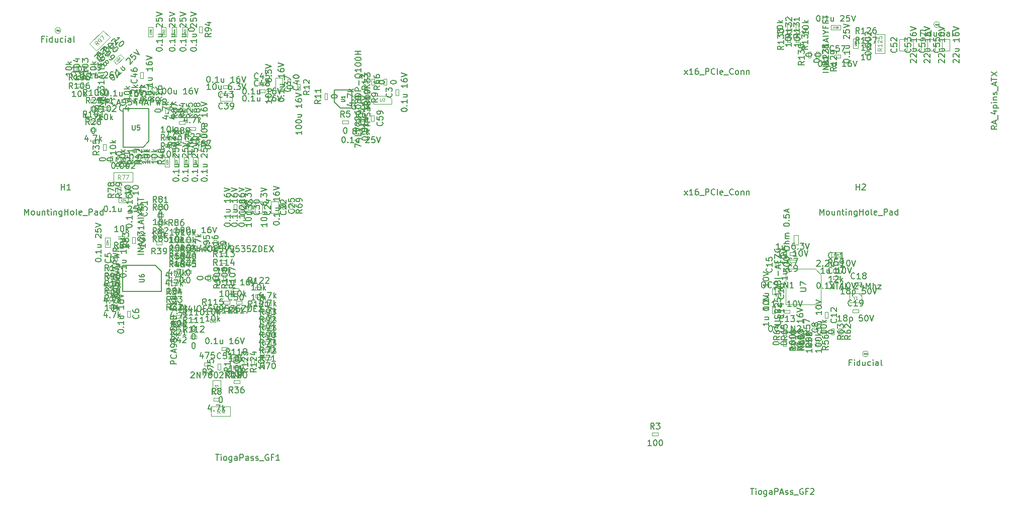
<source format=gbr>
G04 #@! TF.GenerationSoftware,KiCad,Pcbnew,(5.1.6)-1*
G04 #@! TF.CreationDate,2021-11-02T14:31:17+01:00*
G04 #@! TF.ProjectId,Riser Tioga Pass 2OU 2xPCIe x16,52697365-7220-4546-996f-676120506173,rev?*
G04 #@! TF.SameCoordinates,PX328b740PY3211620*
G04 #@! TF.FileFunction,Other,Fab,Top*
%FSLAX46Y46*%
G04 Gerber Fmt 4.6, Leading zero omitted, Abs format (unit mm)*
G04 Created by KiCad (PCBNEW (5.1.6)-1) date 2021-11-02 14:31:17*
%MOMM*%
%LPD*%
G01*
G04 APERTURE LIST*
%ADD10C,0.100000*%
%ADD11C,0.150000*%
%ADD12C,0.075000*%
%ADD13C,0.105000*%
%ADD14C,0.040000*%
G04 APERTURE END LIST*
D10*
X22350000Y-51450000D02*
X23350000Y-51450000D01*
X23350000Y-51450000D02*
X23350000Y-51950000D01*
X23350000Y-51950000D02*
X22350000Y-51950000D01*
X22350000Y-51950000D02*
X22350000Y-51450000D01*
X26200000Y-62450000D02*
X26200000Y-61950000D01*
X27200000Y-62450000D02*
X26200000Y-62450000D01*
X27200000Y-61950000D02*
X27200000Y-62450000D01*
X26200000Y-61950000D02*
X27200000Y-61950000D01*
X128200000Y-52075000D02*
X128200000Y-53075000D01*
X128200000Y-53075000D02*
X127700000Y-53075000D01*
X127700000Y-53075000D02*
X127700000Y-52075000D01*
X127700000Y-52075000D02*
X128200000Y-52075000D01*
X35850000Y-54950000D02*
X35850000Y-55450000D01*
X34850000Y-54950000D02*
X35850000Y-54950000D01*
X34850000Y-55450000D02*
X34850000Y-54950000D01*
X35850000Y-55450000D02*
X34850000Y-55450000D01*
X57350000Y-10950000D02*
X56850000Y-10950000D01*
X57350000Y-9950000D02*
X57350000Y-10950000D01*
X56850000Y-9950000D02*
X57350000Y-9950000D01*
X56850000Y-10950000D02*
X56850000Y-9950000D01*
X11650000Y-12100000D02*
X10650000Y-12100000D01*
X10650000Y-12100000D02*
X10650000Y-11600000D01*
X10650000Y-11600000D02*
X11650000Y-11600000D01*
X11650000Y-11600000D02*
X11650000Y-12100000D01*
X10000000Y-38850000D02*
X9500000Y-38850000D01*
X10000000Y-37850000D02*
X10000000Y-38850000D01*
X9500000Y-37850000D02*
X10000000Y-37850000D01*
X9500000Y-38850000D02*
X9500000Y-37850000D01*
X12150000Y-47250000D02*
X12150000Y-48250000D01*
X12150000Y-48250000D02*
X11650000Y-48250000D01*
X11650000Y-48250000D02*
X11650000Y-47250000D01*
X11650000Y-47250000D02*
X12150000Y-47250000D01*
X124250000Y-37900000D02*
X123250000Y-37900000D01*
X123250000Y-37900000D02*
X123250000Y-37400000D01*
X123250000Y-37400000D02*
X124250000Y-37400000D01*
X124250000Y-37400000D02*
X124250000Y-37900000D01*
X126050000Y-49550000D02*
X126550000Y-49550000D01*
X126050000Y-50550000D02*
X126050000Y-49550000D01*
X126550000Y-50550000D02*
X126050000Y-50550000D01*
X126550000Y-49550000D02*
X126550000Y-50550000D01*
X124250000Y-38600000D02*
X124250000Y-39100000D01*
X123250000Y-38600000D02*
X124250000Y-38600000D01*
X123250000Y-39100000D02*
X123250000Y-38600000D01*
X124250000Y-39100000D02*
X123250000Y-39100000D01*
X130250000Y-38150000D02*
X130250000Y-37350000D01*
X131850000Y-38150000D02*
X130250000Y-38150000D01*
X131850000Y-37350000D02*
X131850000Y-38150000D01*
X130250000Y-37350000D02*
X131850000Y-37350000D01*
X130550000Y-38950000D02*
X131550000Y-38950000D01*
X131550000Y-38950000D02*
X131550000Y-39450000D01*
X131550000Y-39450000D02*
X130550000Y-39450000D01*
X130550000Y-39450000D02*
X130550000Y-38950000D01*
X129700000Y-47475000D02*
X129700000Y-48475000D01*
X129700000Y-48475000D02*
X129200000Y-48475000D01*
X129200000Y-48475000D02*
X129200000Y-47475000D01*
X129200000Y-47475000D02*
X129700000Y-47475000D01*
X123300000Y-47100000D02*
X123300000Y-47600000D01*
X122300000Y-47100000D02*
X123300000Y-47100000D01*
X122300000Y-47600000D02*
X122300000Y-47100000D01*
X123300000Y-47600000D02*
X122300000Y-47600000D01*
X120300000Y-46725000D02*
X120800000Y-46725000D01*
X120300000Y-47725000D02*
X120300000Y-46725000D01*
X120800000Y-47725000D02*
X120300000Y-47725000D01*
X120800000Y-46725000D02*
X120800000Y-47725000D01*
X120850000Y-39975000D02*
X120850000Y-38975000D01*
X120850000Y-38975000D02*
X121350000Y-38975000D01*
X121350000Y-38975000D02*
X121350000Y-39975000D01*
X121350000Y-39975000D02*
X120850000Y-39975000D01*
X120300000Y-43450000D02*
X120800000Y-43450000D01*
X120300000Y-44450000D02*
X120300000Y-43450000D01*
X120800000Y-44450000D02*
X120300000Y-44450000D01*
X120800000Y-43450000D02*
X120800000Y-44450000D01*
X130550000Y-41475000D02*
X131550000Y-41475000D01*
X131550000Y-41475000D02*
X131550000Y-41975000D01*
X131550000Y-41975000D02*
X130550000Y-41975000D01*
X130550000Y-41975000D02*
X130550000Y-41475000D01*
X134350000Y-42925000D02*
X134350000Y-42425000D01*
X135350000Y-42925000D02*
X134350000Y-42925000D01*
X135350000Y-42425000D02*
X135350000Y-42925000D01*
X134350000Y-42425000D02*
X135350000Y-42425000D01*
X133850000Y-47000000D02*
X134850000Y-47000000D01*
X134850000Y-47000000D02*
X134850000Y-47500000D01*
X134850000Y-47500000D02*
X133850000Y-47500000D01*
X133850000Y-47500000D02*
X133850000Y-47000000D01*
X35880000Y-28800000D02*
X37120000Y-28800000D01*
X35880000Y-30800000D02*
X35880000Y-28800000D01*
X37120000Y-30800000D02*
X35880000Y-30800000D01*
X37120000Y-28800000D02*
X37120000Y-30800000D01*
X18800000Y-23000000D02*
X18000000Y-23000000D01*
X18800000Y-21400000D02*
X18800000Y-23000000D01*
X18000000Y-21400000D02*
X18800000Y-21400000D01*
X18000000Y-23000000D02*
X18000000Y-21400000D01*
X34470000Y-28800000D02*
X34470000Y-30800000D01*
X34470000Y-30800000D02*
X33230000Y-30800000D01*
X33230000Y-30800000D02*
X33230000Y-28800000D01*
X33230000Y-28800000D02*
X34470000Y-28800000D01*
X37850000Y-29050000D02*
X38350000Y-29050000D01*
X37850000Y-30050000D02*
X37850000Y-29050000D01*
X38350000Y-30050000D02*
X37850000Y-30050000D01*
X38350000Y-29050000D02*
X38350000Y-30050000D01*
X10200000Y-29000000D02*
X10200000Y-28200000D01*
X11800000Y-29000000D02*
X10200000Y-29000000D01*
X11800000Y-28200000D02*
X11800000Y-29000000D01*
X10200000Y-28200000D02*
X11800000Y-28200000D01*
X19600000Y-23000000D02*
X19600000Y-21400000D01*
X19600000Y-21400000D02*
X20400000Y-21400000D01*
X20400000Y-21400000D02*
X20400000Y-23000000D01*
X20400000Y-23000000D02*
X19600000Y-23000000D01*
X30100000Y-29300000D02*
X30100000Y-30300000D01*
X30100000Y-30300000D02*
X29600000Y-30300000D01*
X29600000Y-30300000D02*
X29600000Y-29300000D01*
X29600000Y-29300000D02*
X30100000Y-29300000D01*
X21200000Y-23000000D02*
X21200000Y-21400000D01*
X21200000Y-21400000D02*
X22000000Y-21400000D01*
X22000000Y-21400000D02*
X22000000Y-23000000D01*
X22000000Y-23000000D02*
X21200000Y-23000000D01*
X32000000Y-29300000D02*
X32500000Y-29300000D01*
X32000000Y-30300000D02*
X32000000Y-29300000D01*
X32500000Y-30300000D02*
X32000000Y-30300000D01*
X32500000Y-29300000D02*
X32500000Y-30300000D01*
X13050000Y-29500000D02*
X13550000Y-29500000D01*
X13050000Y-30500000D02*
X13050000Y-29500000D01*
X13550000Y-30500000D02*
X13050000Y-30500000D01*
X13550000Y-29500000D02*
X13550000Y-30500000D01*
X22800000Y-23000000D02*
X22800000Y-21400000D01*
X22800000Y-21400000D02*
X23600000Y-21400000D01*
X23600000Y-21400000D02*
X23600000Y-23000000D01*
X23600000Y-23000000D02*
X22800000Y-23000000D01*
X31300000Y-29300000D02*
X31300000Y-30300000D01*
X31300000Y-30300000D02*
X30800000Y-30300000D01*
X30800000Y-30300000D02*
X30800000Y-29300000D01*
X30800000Y-29300000D02*
X31300000Y-29300000D01*
X7950000Y-34950000D02*
X8750000Y-34950000D01*
X7950000Y-36550000D02*
X7950000Y-34950000D01*
X8750000Y-36550000D02*
X7950000Y-36550000D01*
X8750000Y-34950000D02*
X8750000Y-36550000D01*
X37870000Y-8000000D02*
X37870000Y-10000000D01*
X37870000Y-10000000D02*
X36630000Y-10000000D01*
X36630000Y-10000000D02*
X36630000Y-8000000D01*
X36630000Y-8000000D02*
X37870000Y-8000000D01*
X15200000Y-1050000D02*
X15200000Y550000D01*
X15200000Y550000D02*
X16000000Y550000D01*
X16000000Y550000D02*
X16000000Y-1050000D01*
X16000000Y-1050000D02*
X15200000Y-1050000D01*
X29350000Y-10630000D02*
X29350000Y-11870000D01*
X27350000Y-10630000D02*
X29350000Y-10630000D01*
X27350000Y-11870000D02*
X27350000Y-10630000D01*
X29350000Y-11870000D02*
X27350000Y-11870000D01*
X38650000Y-8250000D02*
X39150000Y-8250000D01*
X38650000Y-9250000D02*
X38650000Y-8250000D01*
X39150000Y-9250000D02*
X38650000Y-9250000D01*
X39150000Y-8250000D02*
X39150000Y-9250000D01*
X9917157Y-5698528D02*
X9351472Y-5132843D01*
X11048528Y-4567157D02*
X9917157Y-5698528D01*
X10482843Y-4001472D02*
X11048528Y-4567157D01*
X9351472Y-5132843D02*
X10482843Y-4001472D01*
X18200000Y-1050000D02*
X17400000Y-1050000D01*
X18200000Y550000D02*
X18200000Y-1050000D01*
X17400000Y550000D02*
X18200000Y550000D01*
X17400000Y-1050000D02*
X17400000Y550000D01*
X28800000Y-9800000D02*
X27800000Y-9800000D01*
X27800000Y-9800000D02*
X27800000Y-9300000D01*
X27800000Y-9300000D02*
X28800000Y-9300000D01*
X28800000Y-9300000D02*
X28800000Y-9800000D01*
X19200000Y-1050000D02*
X19200000Y550000D01*
X19200000Y550000D02*
X20000000Y550000D01*
X20000000Y550000D02*
X20000000Y-1050000D01*
X20000000Y-1050000D02*
X19200000Y-1050000D01*
X33850000Y-9250000D02*
X33850000Y-8750000D01*
X34850000Y-9250000D02*
X33850000Y-9250000D01*
X34850000Y-8750000D02*
X34850000Y-9250000D01*
X33850000Y-8750000D02*
X34850000Y-8750000D01*
X14400000Y-8100000D02*
X13900000Y-8100000D01*
X14400000Y-7100000D02*
X14400000Y-8100000D01*
X13900000Y-7100000D02*
X14400000Y-7100000D01*
X13900000Y-8100000D02*
X13900000Y-7100000D01*
X21800000Y-1050000D02*
X21000000Y-1050000D01*
X21800000Y550000D02*
X21800000Y-1050000D01*
X21000000Y550000D02*
X21800000Y550000D01*
X21000000Y-1050000D02*
X21000000Y550000D01*
X33850000Y-9950000D02*
X34850000Y-9950000D01*
X34850000Y-9950000D02*
X34850000Y-10450000D01*
X34850000Y-10450000D02*
X33850000Y-10450000D01*
X33850000Y-10450000D02*
X33850000Y-9950000D01*
X6200000Y-5650000D02*
X7800000Y-5650000D01*
X7800000Y-5650000D02*
X7800000Y-6450000D01*
X7800000Y-6450000D02*
X6200000Y-6450000D01*
X6200000Y-6450000D02*
X6200000Y-5650000D01*
X30450000Y-43450000D02*
X30450000Y-43950000D01*
X29450000Y-43450000D02*
X30450000Y-43450000D01*
X29450000Y-43950000D02*
X29450000Y-43450000D01*
X30450000Y-43950000D02*
X29450000Y-43950000D01*
X28600000Y-53850000D02*
X27600000Y-53850000D01*
X27600000Y-53850000D02*
X27600000Y-53350000D01*
X27600000Y-53350000D02*
X28600000Y-53350000D01*
X28600000Y-53350000D02*
X28600000Y-53850000D01*
X141730000Y-3450000D02*
X141730000Y-1450000D01*
X141730000Y-1450000D02*
X142970000Y-1450000D01*
X142970000Y-1450000D02*
X142970000Y-3450000D01*
X142970000Y-3450000D02*
X141730000Y-3450000D01*
X145320000Y-3450000D02*
X144080000Y-3450000D01*
X145320000Y-1450000D02*
X145320000Y-3450000D01*
X144080000Y-1450000D02*
X145320000Y-1450000D01*
X144080000Y-3450000D02*
X144080000Y-1450000D01*
X146480000Y-3450000D02*
X146480000Y-1450000D01*
X146480000Y-1450000D02*
X147720000Y-1450000D01*
X147720000Y-1450000D02*
X147720000Y-3450000D01*
X147720000Y-3450000D02*
X146480000Y-3450000D01*
X150170000Y-3450000D02*
X148930000Y-3450000D01*
X150170000Y-1450000D02*
X150170000Y-3450000D01*
X148930000Y-1450000D02*
X150170000Y-1450000D01*
X148930000Y-3450000D02*
X148930000Y-1450000D01*
X134750000Y-1400000D02*
X134750000Y-3000000D01*
X134750000Y-3000000D02*
X133950000Y-3000000D01*
X133950000Y-3000000D02*
X133950000Y-1400000D01*
X133950000Y-1400000D02*
X134750000Y-1400000D01*
X130800000Y-4100000D02*
X131800000Y-4100000D01*
X131800000Y-4100000D02*
X131800000Y-4600000D01*
X131800000Y-4600000D02*
X130800000Y-4600000D01*
X130800000Y-4600000D02*
X130800000Y-4100000D01*
X131800000Y100000D02*
X130200000Y100000D01*
X130200000Y100000D02*
X130200000Y900000D01*
X130200000Y900000D02*
X131800000Y900000D01*
X131800000Y900000D02*
X131800000Y100000D01*
X52750000Y-14300000D02*
X53250000Y-14300000D01*
X52750000Y-15300000D02*
X52750000Y-14300000D01*
X53250000Y-15300000D02*
X52750000Y-15300000D01*
X53250000Y-14300000D02*
X53250000Y-15300000D01*
X124700000Y-36115300D02*
X123900000Y-36115300D01*
X123900000Y-36115300D02*
X123900000Y-34515300D01*
X124700000Y-34515300D02*
X124700000Y-36115300D01*
X123900000Y-34515300D02*
X124700000Y-34515300D01*
X26025000Y-61200000D02*
X26875000Y-61200000D01*
X27375000Y-60700000D02*
X27375000Y-59000000D01*
X26025000Y-61200000D02*
X26025000Y-59000000D01*
X26025000Y-59000000D02*
X27375000Y-59000000D01*
X26875000Y-61200000D02*
X27375000Y-60700000D01*
X26950000Y-56150000D02*
X27450000Y-56150000D01*
X26950000Y-57150000D02*
X26950000Y-56150000D01*
X27450000Y-57150000D02*
X26950000Y-57150000D01*
X27450000Y-56150000D02*
X27450000Y-57150000D01*
X25650000Y-56500000D02*
X24650000Y-56500000D01*
X24650000Y-56500000D02*
X24650000Y-56000000D01*
X24650000Y-56000000D02*
X25650000Y-56000000D01*
X25650000Y-56000000D02*
X25650000Y-56500000D01*
X100100000Y-68300000D02*
X100100000Y-67800000D01*
X101100000Y-68300000D02*
X100100000Y-68300000D01*
X101100000Y-67800000D02*
X101100000Y-68300000D01*
X100100000Y-67800000D02*
X101100000Y-67800000D01*
X29025000Y-65000000D02*
X25825000Y-65000000D01*
X25825000Y-65000000D02*
X25825000Y-63400000D01*
X25825000Y-63400000D02*
X29025000Y-63400000D01*
X29025000Y-63400000D02*
X29025000Y-65000000D01*
X47900000Y-15200000D02*
X48900000Y-15200000D01*
X48900000Y-15200000D02*
X48900000Y-15700000D01*
X48900000Y-15700000D02*
X47900000Y-15700000D01*
X47900000Y-15700000D02*
X47900000Y-15200000D01*
X50550000Y-15300000D02*
X51550000Y-15300000D01*
X51550000Y-15300000D02*
X51550000Y-15800000D01*
X51550000Y-15800000D02*
X50550000Y-15800000D01*
X50550000Y-15800000D02*
X50550000Y-15300000D01*
X51550000Y-14500000D02*
X50550000Y-14500000D01*
X50550000Y-14500000D02*
X50550000Y-14000000D01*
X50550000Y-14000000D02*
X51550000Y-14000000D01*
X51550000Y-14000000D02*
X51550000Y-14500000D01*
X51800000Y-10800000D02*
X52300000Y-10800000D01*
X51800000Y-11800000D02*
X51800000Y-10800000D01*
X52300000Y-11800000D02*
X51800000Y-11800000D01*
X52300000Y-10800000D02*
X52300000Y-11800000D01*
X50500000Y-10800000D02*
X51000000Y-10800000D01*
X50500000Y-11800000D02*
X50500000Y-10800000D01*
X51000000Y-11800000D02*
X50500000Y-11800000D01*
X51000000Y-10800000D02*
X51000000Y-11800000D01*
X45400000Y-11600000D02*
X44900000Y-11600000D01*
X45400000Y-10600000D02*
X45400000Y-11600000D01*
X44900000Y-10600000D02*
X45400000Y-10600000D01*
X44900000Y-11600000D02*
X44900000Y-10600000D01*
X40800000Y-9050000D02*
X40800000Y-10050000D01*
X40800000Y-10050000D02*
X40300000Y-10050000D01*
X40300000Y-10050000D02*
X40300000Y-9050000D01*
X40300000Y-9050000D02*
X40800000Y-9050000D01*
X19550000Y-40400000D02*
X20550000Y-40400000D01*
X20550000Y-40400000D02*
X20550000Y-40900000D01*
X20550000Y-40900000D02*
X19550000Y-40900000D01*
X19550000Y-40900000D02*
X19550000Y-40400000D01*
X19550000Y-39100000D02*
X20550000Y-39100000D01*
X20550000Y-39100000D02*
X20550000Y-39600000D01*
X20550000Y-39600000D02*
X19550000Y-39600000D01*
X19550000Y-39600000D02*
X19550000Y-39100000D01*
X24900000Y-35300000D02*
X25400000Y-35300000D01*
X24900000Y-36300000D02*
X24900000Y-35300000D01*
X25400000Y-36300000D02*
X24900000Y-36300000D01*
X25400000Y-35300000D02*
X25400000Y-36300000D01*
X8650000Y-41650000D02*
X8650000Y-41150000D01*
X9650000Y-41650000D02*
X8650000Y-41650000D01*
X9650000Y-41150000D02*
X9650000Y-41650000D01*
X8650000Y-41150000D02*
X9650000Y-41150000D01*
X8650000Y-43750000D02*
X9650000Y-43750000D01*
X9650000Y-43750000D02*
X9650000Y-44250000D01*
X9650000Y-44250000D02*
X8650000Y-44250000D01*
X8650000Y-44250000D02*
X8650000Y-43750000D01*
X8650000Y-46250000D02*
X9650000Y-46250000D01*
X9650000Y-46250000D02*
X9650000Y-46750000D01*
X9650000Y-46750000D02*
X8650000Y-46750000D01*
X8650000Y-46750000D02*
X8650000Y-46250000D01*
X20850000Y-47950000D02*
X20850000Y-48450000D01*
X19850000Y-47950000D02*
X20850000Y-47950000D01*
X19850000Y-48450000D02*
X19850000Y-47950000D01*
X20850000Y-48450000D02*
X19850000Y-48450000D01*
X20850000Y-49750000D02*
X19850000Y-49750000D01*
X19850000Y-49750000D02*
X19850000Y-49250000D01*
X19850000Y-49250000D02*
X20850000Y-49250000D01*
X20850000Y-49250000D02*
X20850000Y-49750000D01*
X23150000Y-16800000D02*
X22150000Y-16800000D01*
X22150000Y-16800000D02*
X22150000Y-16300000D01*
X22150000Y-16300000D02*
X23150000Y-16300000D01*
X23150000Y-16300000D02*
X23150000Y-16800000D01*
X20750000Y-18650000D02*
X20250000Y-18650000D01*
X20750000Y-17650000D02*
X20750000Y-18650000D01*
X20250000Y-17650000D02*
X20750000Y-17650000D01*
X20250000Y-18650000D02*
X20250000Y-17650000D01*
X19350000Y-13000000D02*
X19850000Y-13000000D01*
X19350000Y-14000000D02*
X19350000Y-13000000D01*
X19850000Y-14000000D02*
X19350000Y-14000000D01*
X19850000Y-13000000D02*
X19850000Y-14000000D01*
X21100000Y-13000000D02*
X21100000Y-14000000D01*
X21100000Y-14000000D02*
X20600000Y-14000000D01*
X20600000Y-14000000D02*
X20600000Y-13000000D01*
X20600000Y-13000000D02*
X21100000Y-13000000D01*
X15975000Y-10100000D02*
X15975000Y-11100000D01*
X15975000Y-11100000D02*
X15475000Y-11100000D01*
X15475000Y-11100000D02*
X15475000Y-10100000D01*
X15475000Y-10100000D02*
X15975000Y-10100000D01*
X14175000Y-10100000D02*
X14675000Y-10100000D01*
X14175000Y-11100000D02*
X14175000Y-10100000D01*
X14675000Y-11100000D02*
X14175000Y-11100000D01*
X14675000Y-10100000D02*
X14675000Y-11100000D01*
X5450000Y-16500000D02*
X6450000Y-16500000D01*
X6450000Y-16500000D02*
X6450000Y-17000000D01*
X6450000Y-17000000D02*
X5450000Y-17000000D01*
X5450000Y-17000000D02*
X5450000Y-16500000D01*
X5500000Y-12900000D02*
X6500000Y-12900000D01*
X6500000Y-12900000D02*
X6500000Y-13400000D01*
X6500000Y-13400000D02*
X5500000Y-13400000D01*
X5500000Y-13400000D02*
X5500000Y-12900000D01*
X8750000Y-21200000D02*
X9250000Y-21200000D01*
X8750000Y-22200000D02*
X8750000Y-21200000D01*
X9250000Y-22200000D02*
X8750000Y-22200000D01*
X9250000Y-21200000D02*
X9250000Y-22200000D01*
X10500000Y-21200000D02*
X10500000Y-22200000D01*
X10500000Y-22200000D02*
X10000000Y-22200000D01*
X10000000Y-22200000D02*
X10000000Y-21200000D01*
X10000000Y-21200000D02*
X10500000Y-21200000D01*
X20100000Y-45050000D02*
X20100000Y-45550000D01*
X19100000Y-45050000D02*
X20100000Y-45050000D01*
X19100000Y-45550000D02*
X19100000Y-45050000D01*
X20100000Y-45550000D02*
X19100000Y-45550000D01*
X20100000Y-44250000D02*
X19100000Y-44250000D01*
X19100000Y-44250000D02*
X19100000Y-43750000D01*
X19100000Y-43750000D02*
X20100000Y-43750000D01*
X20100000Y-43750000D02*
X20100000Y-44250000D01*
X20100000Y-42450000D02*
X20100000Y-42950000D01*
X19100000Y-42450000D02*
X20100000Y-42450000D01*
X19100000Y-42950000D02*
X19100000Y-42450000D01*
X20100000Y-42950000D02*
X19100000Y-42950000D01*
X8100000Y-20200000D02*
X7600000Y-20200000D01*
X8100000Y-19200000D02*
X8100000Y-20200000D01*
X7600000Y-19200000D02*
X8100000Y-19200000D01*
X7600000Y-20200000D02*
X7600000Y-19200000D01*
X30600000Y-59500000D02*
X29600000Y-59500000D01*
X29600000Y-59500000D02*
X29600000Y-59000000D01*
X29600000Y-59000000D02*
X30600000Y-59000000D01*
X30600000Y-59000000D02*
X30600000Y-59500000D01*
X12875000Y-10100000D02*
X13375000Y-10100000D01*
X12875000Y-11100000D02*
X12875000Y-10100000D01*
X13375000Y-11100000D02*
X12875000Y-11100000D01*
X13375000Y-10100000D02*
X13375000Y-11100000D01*
X8650000Y-45000000D02*
X9650000Y-45000000D01*
X9650000Y-45000000D02*
X9650000Y-45500000D01*
X9650000Y-45500000D02*
X8650000Y-45500000D01*
X8650000Y-45500000D02*
X8650000Y-45000000D01*
X17550000Y-35600000D02*
X17550000Y-36100000D01*
X16550000Y-35600000D02*
X17550000Y-35600000D01*
X16550000Y-36100000D02*
X16550000Y-35600000D01*
X17550000Y-36100000D02*
X16550000Y-36100000D01*
X8650000Y-42950000D02*
X8650000Y-42450000D01*
X9650000Y-42950000D02*
X8650000Y-42950000D01*
X9650000Y-42450000D02*
X9650000Y-42950000D01*
X8650000Y-42450000D02*
X9650000Y-42450000D01*
X7550000Y-13400000D02*
X7550000Y-12900000D01*
X8550000Y-13400000D02*
X7550000Y-13400000D01*
X8550000Y-12900000D02*
X8550000Y-13400000D01*
X7550000Y-12900000D02*
X8550000Y-12900000D01*
X20850000Y-51050000D02*
X19850000Y-51050000D01*
X19850000Y-51050000D02*
X19850000Y-50550000D01*
X19850000Y-50550000D02*
X20850000Y-50550000D01*
X20850000Y-50550000D02*
X20850000Y-51050000D01*
X19100000Y-18400000D02*
X18100000Y-18400000D01*
X18100000Y-18400000D02*
X18100000Y-17900000D01*
X18100000Y-17900000D02*
X19100000Y-17900000D01*
X19100000Y-17900000D02*
X19100000Y-18400000D01*
X18100000Y-19150000D02*
X19100000Y-19150000D01*
X19100000Y-19150000D02*
X19100000Y-19650000D01*
X19100000Y-19650000D02*
X18100000Y-19650000D01*
X18100000Y-19650000D02*
X18100000Y-19150000D01*
X22450000Y-38300000D02*
X21450000Y-38300000D01*
X21450000Y-38300000D02*
X21450000Y-37800000D01*
X21450000Y-37800000D02*
X22450000Y-37800000D01*
X22450000Y-37800000D02*
X22450000Y-38300000D01*
X20550000Y-37800000D02*
X20550000Y-38300000D01*
X19550000Y-37800000D02*
X20550000Y-37800000D01*
X19550000Y-38300000D02*
X19550000Y-37800000D01*
X20550000Y-38300000D02*
X19550000Y-38300000D01*
X14600000Y-21750000D02*
X14600000Y-20750000D01*
X14600000Y-20750000D02*
X15100000Y-20750000D01*
X15100000Y-20750000D02*
X15100000Y-21750000D01*
X15100000Y-21750000D02*
X14600000Y-21750000D01*
X15850000Y-20750000D02*
X16350000Y-20750000D01*
X15850000Y-21750000D02*
X15850000Y-20750000D01*
X16350000Y-21750000D02*
X15850000Y-21750000D01*
X16350000Y-20750000D02*
X16350000Y-21750000D01*
X22450000Y-37000000D02*
X21450000Y-37000000D01*
X21450000Y-37000000D02*
X21450000Y-36500000D01*
X21450000Y-36500000D02*
X22450000Y-36500000D01*
X22450000Y-36500000D02*
X22450000Y-37000000D01*
X20550000Y-36500000D02*
X20550000Y-37000000D01*
X19550000Y-36500000D02*
X20550000Y-36500000D01*
X19550000Y-37000000D02*
X19550000Y-36500000D01*
X20550000Y-37000000D02*
X19550000Y-37000000D01*
X13350000Y-21750000D02*
X13350000Y-20750000D01*
X13350000Y-20750000D02*
X13850000Y-20750000D01*
X13850000Y-20750000D02*
X13850000Y-21750000D01*
X13850000Y-21750000D02*
X13350000Y-21750000D01*
X12100000Y-20750000D02*
X12600000Y-20750000D01*
X12100000Y-21750000D02*
X12100000Y-20750000D01*
X12600000Y-21750000D02*
X12100000Y-21750000D01*
X12600000Y-20750000D02*
X12600000Y-21750000D01*
X22450000Y-35200000D02*
X22450000Y-35700000D01*
X21450000Y-35200000D02*
X22450000Y-35200000D01*
X21450000Y-35700000D02*
X21450000Y-35200000D01*
X22450000Y-35700000D02*
X21450000Y-35700000D01*
X20550000Y-35200000D02*
X20550000Y-35700000D01*
X19550000Y-35200000D02*
X20550000Y-35200000D01*
X19550000Y-35700000D02*
X19550000Y-35200000D01*
X20550000Y-35700000D02*
X19550000Y-35700000D01*
X126400000Y-53075000D02*
X126400000Y-52075000D01*
X126400000Y-52075000D02*
X126900000Y-52075000D01*
X126900000Y-52075000D02*
X126900000Y-53075000D01*
X126900000Y-53075000D02*
X126400000Y-53075000D01*
X127800000Y-50450000D02*
X127300000Y-50450000D01*
X127800000Y-49450000D02*
X127800000Y-50450000D01*
X127300000Y-49450000D02*
X127800000Y-49450000D01*
X127300000Y-50450000D02*
X127300000Y-49450000D01*
X124925000Y-51650000D02*
X125425000Y-51650000D01*
X124925000Y-52650000D02*
X124925000Y-51650000D01*
X125425000Y-52650000D02*
X124925000Y-52650000D01*
X125425000Y-51650000D02*
X125425000Y-52650000D01*
X130550000Y-40725000D02*
X130550000Y-40225000D01*
X131550000Y-40725000D02*
X130550000Y-40725000D01*
X131550000Y-40225000D02*
X131550000Y-40725000D01*
X130550000Y-40225000D02*
X131550000Y-40225000D01*
X123500000Y-52200000D02*
X124000000Y-52200000D01*
X123500000Y-53200000D02*
X123500000Y-52200000D01*
X124000000Y-53200000D02*
X123500000Y-53200000D01*
X124000000Y-52200000D02*
X124000000Y-53200000D01*
X122700000Y-52200000D02*
X122700000Y-53200000D01*
X122700000Y-53200000D02*
X122200000Y-53200000D01*
X122200000Y-53200000D02*
X122200000Y-52200000D01*
X122200000Y-52200000D02*
X122700000Y-52200000D01*
X131950000Y-50275000D02*
X131950000Y-51275000D01*
X131950000Y-51275000D02*
X131450000Y-51275000D01*
X131450000Y-51275000D02*
X131450000Y-50275000D01*
X131450000Y-50275000D02*
X131950000Y-50275000D01*
X130250000Y-50275000D02*
X130750000Y-50275000D01*
X130250000Y-51275000D02*
X130250000Y-50275000D01*
X130750000Y-51275000D02*
X130250000Y-51275000D01*
X130750000Y-50275000D02*
X130750000Y-51275000D01*
X122200000Y-51350000D02*
X122200000Y-50350000D01*
X122200000Y-50350000D02*
X122700000Y-50350000D01*
X122700000Y-50350000D02*
X122700000Y-51350000D01*
X122700000Y-51350000D02*
X122200000Y-51350000D01*
X124000000Y-51350000D02*
X123500000Y-51350000D01*
X124000000Y-50350000D02*
X124000000Y-51350000D01*
X123500000Y-50350000D02*
X124000000Y-50350000D01*
X123500000Y-51350000D02*
X123500000Y-50350000D01*
X55350000Y-9200000D02*
X54850000Y-9200000D01*
X55350000Y-8200000D02*
X55350000Y-9200000D01*
X54850000Y-8200000D02*
X55350000Y-8200000D01*
X54850000Y-9200000D02*
X54850000Y-8200000D01*
X24950000Y-17400000D02*
X24950000Y-17900000D01*
X23950000Y-17400000D02*
X24950000Y-17400000D01*
X23950000Y-17900000D02*
X23950000Y-17400000D01*
X24950000Y-17900000D02*
X23950000Y-17900000D01*
X22000000Y-18650000D02*
X21500000Y-18650000D01*
X22000000Y-17650000D02*
X22000000Y-18650000D01*
X21500000Y-17650000D02*
X22000000Y-17650000D01*
X21500000Y-18650000D02*
X21500000Y-17650000D01*
X39550000Y-29050000D02*
X39550000Y-30050000D01*
X39550000Y-30050000D02*
X39050000Y-30050000D01*
X39050000Y-30050000D02*
X39050000Y-29050000D01*
X39050000Y-29050000D02*
X39550000Y-29050000D01*
X35850000Y-54150000D02*
X34850000Y-54150000D01*
X34850000Y-54150000D02*
X34850000Y-53650000D01*
X34850000Y-53650000D02*
X35850000Y-53650000D01*
X35850000Y-53650000D02*
X35850000Y-54150000D01*
X35850000Y-52350000D02*
X35850000Y-52850000D01*
X34850000Y-52350000D02*
X35850000Y-52350000D01*
X34850000Y-52850000D02*
X34850000Y-52350000D01*
X35850000Y-52850000D02*
X34850000Y-52850000D01*
X35850000Y-51550000D02*
X34850000Y-51550000D01*
X34850000Y-51550000D02*
X34850000Y-51050000D01*
X34850000Y-51050000D02*
X35850000Y-51050000D01*
X35850000Y-51050000D02*
X35850000Y-51550000D01*
X24100000Y-20175000D02*
X23600000Y-20175000D01*
X24100000Y-19175000D02*
X24100000Y-20175000D01*
X23600000Y-19175000D02*
X24100000Y-19175000D01*
X23600000Y-20175000D02*
X23600000Y-19175000D01*
X21450000Y-40900000D02*
X21450000Y-40400000D01*
X22450000Y-40900000D02*
X21450000Y-40900000D01*
X22450000Y-40400000D02*
X22450000Y-40900000D01*
X21450000Y-40400000D02*
X22450000Y-40400000D01*
X21450000Y-39600000D02*
X21450000Y-39100000D01*
X22450000Y-39600000D02*
X21450000Y-39600000D01*
X22450000Y-39100000D02*
X22450000Y-39600000D01*
X21450000Y-39100000D02*
X22450000Y-39100000D01*
X12600000Y-23950000D02*
X12600000Y-25550000D01*
X9400000Y-23950000D02*
X12600000Y-23950000D01*
X9400000Y-25550000D02*
X9400000Y-23950000D01*
X12600000Y-25550000D02*
X9400000Y-25550000D01*
X10600000Y-27400000D02*
X10100000Y-27400000D01*
X10600000Y-26400000D02*
X10600000Y-27400000D01*
X10100000Y-26400000D02*
X10600000Y-26400000D01*
X10100000Y-27400000D02*
X10100000Y-26400000D01*
X11900000Y-27400000D02*
X11400000Y-27400000D01*
X11900000Y-26400000D02*
X11900000Y-27400000D01*
X11400000Y-26400000D02*
X11900000Y-26400000D01*
X11400000Y-27400000D02*
X11400000Y-26400000D01*
X16750000Y-31400000D02*
X16750000Y-30900000D01*
X17750000Y-31400000D02*
X16750000Y-31400000D01*
X17750000Y-30900000D02*
X17750000Y-31400000D01*
X16750000Y-30900000D02*
X17750000Y-30900000D01*
X16750000Y-29600000D02*
X17750000Y-29600000D01*
X17750000Y-29600000D02*
X17750000Y-30100000D01*
X17750000Y-30100000D02*
X16750000Y-30100000D01*
X16750000Y-30100000D02*
X16750000Y-29600000D01*
X17750000Y-32200000D02*
X17750000Y-32700000D01*
X16750000Y-32200000D02*
X17750000Y-32200000D01*
X16750000Y-32700000D02*
X16750000Y-32200000D01*
X17750000Y-32700000D02*
X16750000Y-32700000D01*
X12550000Y-35850000D02*
X12550000Y-34850000D01*
X12550000Y-34850000D02*
X13050000Y-34850000D01*
X13050000Y-34850000D02*
X13050000Y-35850000D01*
X13050000Y-35850000D02*
X12550000Y-35850000D01*
X11250000Y-34650000D02*
X11250000Y-35150000D01*
X10250000Y-34650000D02*
X11250000Y-34650000D01*
X10250000Y-35150000D02*
X10250000Y-34650000D01*
X11250000Y-35150000D02*
X10250000Y-35150000D01*
X17750000Y-34000000D02*
X16750000Y-34000000D01*
X16750000Y-34000000D02*
X16750000Y-33500000D01*
X16750000Y-33500000D02*
X17750000Y-33500000D01*
X17750000Y-33500000D02*
X17750000Y-34000000D01*
X19450000Y-34000000D02*
X19450000Y-33500000D01*
X20450000Y-34000000D02*
X19450000Y-34000000D01*
X20450000Y-33500000D02*
X20450000Y-34000000D01*
X19450000Y-33500000D02*
X20450000Y-33500000D01*
X18600000Y-13000000D02*
X18600000Y-14000000D01*
X18600000Y-14000000D02*
X18100000Y-14000000D01*
X18100000Y-14000000D02*
X18100000Y-13000000D01*
X18100000Y-13000000D02*
X18600000Y-13000000D01*
X21850000Y-13000000D02*
X22350000Y-13000000D01*
X21850000Y-14000000D02*
X21850000Y-13000000D01*
X22350000Y-14000000D02*
X21850000Y-14000000D01*
X22350000Y-13000000D02*
X22350000Y-14000000D01*
X21400000Y-15800000D02*
X20400000Y-15800000D01*
X20400000Y-15800000D02*
X20400000Y-15300000D01*
X20400000Y-15300000D02*
X21400000Y-15300000D01*
X21400000Y-15300000D02*
X21400000Y-15800000D01*
X35850000Y-50250000D02*
X34850000Y-50250000D01*
X34850000Y-50250000D02*
X34850000Y-49750000D01*
X34850000Y-49750000D02*
X35850000Y-49750000D01*
X35850000Y-49750000D02*
X35850000Y-50250000D01*
X35850000Y-48950000D02*
X34850000Y-48950000D01*
X34850000Y-48950000D02*
X34850000Y-48450000D01*
X34850000Y-48450000D02*
X35850000Y-48450000D01*
X35850000Y-48450000D02*
X35850000Y-48950000D01*
X35850000Y-47650000D02*
X34850000Y-47650000D01*
X34850000Y-47650000D02*
X34850000Y-47150000D01*
X34850000Y-47150000D02*
X35850000Y-47150000D01*
X35850000Y-47150000D02*
X35850000Y-47650000D01*
X35850000Y-45850000D02*
X35850000Y-46350000D01*
X34850000Y-45850000D02*
X35850000Y-45850000D01*
X34850000Y-46350000D02*
X34850000Y-45850000D01*
X35850000Y-46350000D02*
X34850000Y-46350000D01*
X23750000Y650000D02*
X24250000Y650000D01*
X23750000Y-350000D02*
X23750000Y650000D01*
X24250000Y-350000D02*
X23750000Y-350000D01*
X24250000Y650000D02*
X24250000Y-350000D01*
X26200000Y-36300000D02*
X26200000Y-35300000D01*
X26200000Y-35300000D02*
X26700000Y-35300000D01*
X26700000Y-35300000D02*
X26700000Y-36300000D01*
X26700000Y-36300000D02*
X26200000Y-36300000D01*
X9650000Y-39850000D02*
X9650000Y-40350000D01*
X8650000Y-39850000D02*
X9650000Y-39850000D01*
X8650000Y-40350000D02*
X8650000Y-39850000D01*
X9650000Y-40350000D02*
X8650000Y-40350000D01*
X5352944Y-2265685D02*
X7615685Y-2944D01*
X7615685Y-2944D02*
X8747056Y-1134315D01*
X8747056Y-1134315D02*
X6484315Y-3397056D01*
X6484315Y-3397056D02*
X5352944Y-2265685D01*
X8830330Y-4076777D02*
X8476777Y-4430330D01*
X8123223Y-3369670D02*
X8830330Y-4076777D01*
X7769670Y-3723223D02*
X8123223Y-3369670D01*
X8476777Y-4430330D02*
X7769670Y-3723223D01*
X9830330Y-3126777D02*
X9476777Y-3480330D01*
X9123223Y-2419670D02*
X9830330Y-3126777D01*
X8769670Y-2773223D02*
X9123223Y-2419670D01*
X9476777Y-3480330D02*
X8769670Y-2773223D01*
X5500000Y-11600000D02*
X6500000Y-11600000D01*
X6500000Y-11600000D02*
X6500000Y-12100000D01*
X6500000Y-12100000D02*
X5500000Y-12100000D01*
X5500000Y-12100000D02*
X5500000Y-11600000D01*
X5450000Y-15200000D02*
X6450000Y-15200000D01*
X6450000Y-15200000D02*
X6450000Y-15700000D01*
X6450000Y-15700000D02*
X5450000Y-15700000D01*
X5450000Y-15700000D02*
X5450000Y-15200000D01*
X8550000Y-12100000D02*
X7550000Y-12100000D01*
X7550000Y-12100000D02*
X7550000Y-11600000D01*
X7550000Y-11600000D02*
X8550000Y-11600000D01*
X8550000Y-11600000D02*
X8550000Y-12100000D01*
X3550000Y-5950000D02*
X3550000Y-6950000D01*
X3550000Y-6950000D02*
X3050000Y-6950000D01*
X3050000Y-6950000D02*
X3050000Y-5950000D01*
X3050000Y-5950000D02*
X3550000Y-5950000D01*
X4800000Y-6950000D02*
X4300000Y-6950000D01*
X4800000Y-5950000D02*
X4800000Y-6950000D01*
X4300000Y-5950000D02*
X4800000Y-5950000D01*
X4300000Y-6950000D02*
X4300000Y-5950000D01*
X3100000Y-9000000D02*
X4100000Y-9000000D01*
X4100000Y-9000000D02*
X4100000Y-9500000D01*
X4100000Y-9500000D02*
X3100000Y-9500000D01*
X3100000Y-9500000D02*
X3100000Y-9000000D01*
X4100000Y-7750000D02*
X4100000Y-8250000D01*
X3100000Y-7750000D02*
X4100000Y-7750000D01*
X3100000Y-8250000D02*
X3100000Y-7750000D01*
X4100000Y-8250000D02*
X3100000Y-8250000D01*
X27800000Y-41200000D02*
X28300000Y-41200000D01*
X27800000Y-42200000D02*
X27800000Y-41200000D01*
X28300000Y-42200000D02*
X27800000Y-42200000D01*
X28300000Y-41200000D02*
X28300000Y-42200000D01*
X26500000Y-41200000D02*
X27000000Y-41200000D01*
X26500000Y-42200000D02*
X26500000Y-41200000D01*
X27000000Y-42200000D02*
X26500000Y-42200000D01*
X27000000Y-41200000D02*
X27000000Y-42200000D01*
X25700000Y-41200000D02*
X25700000Y-42200000D01*
X25700000Y-42200000D02*
X25200000Y-42200000D01*
X25200000Y-42200000D02*
X25200000Y-41200000D01*
X25200000Y-41200000D02*
X25700000Y-41200000D01*
X22350000Y-48600000D02*
X23350000Y-48600000D01*
X23350000Y-48600000D02*
X23350000Y-49100000D01*
X23350000Y-49100000D02*
X22350000Y-49100000D01*
X22350000Y-49100000D02*
X22350000Y-48600000D01*
X22350000Y-50400000D02*
X22350000Y-49900000D01*
X23350000Y-50400000D02*
X22350000Y-50400000D01*
X23350000Y-49900000D02*
X23350000Y-50400000D01*
X22350000Y-49900000D02*
X23350000Y-49900000D01*
X27450000Y-39250000D02*
X27450000Y-38750000D01*
X28450000Y-39250000D02*
X27450000Y-39250000D01*
X28450000Y-38750000D02*
X28450000Y-39250000D01*
X27450000Y-38750000D02*
X28450000Y-38750000D01*
X28450000Y-38000000D02*
X27450000Y-38000000D01*
X27450000Y-38000000D02*
X27450000Y-37500000D01*
X27450000Y-37500000D02*
X28450000Y-37500000D01*
X28450000Y-37500000D02*
X28450000Y-38000000D01*
X25600000Y-46850000D02*
X26600000Y-46850000D01*
X26600000Y-46850000D02*
X26600000Y-47350000D01*
X26600000Y-47350000D02*
X25600000Y-47350000D01*
X25600000Y-47350000D02*
X25600000Y-46850000D01*
X26600000Y-49100000D02*
X25600000Y-49100000D01*
X25600000Y-49100000D02*
X25600000Y-48600000D01*
X25600000Y-48600000D02*
X26600000Y-48600000D01*
X26600000Y-48600000D02*
X26600000Y-49100000D01*
X31000000Y-45550000D02*
X31000000Y-46050000D01*
X30000000Y-45550000D02*
X31000000Y-45550000D01*
X30000000Y-46050000D02*
X30000000Y-45550000D01*
X31000000Y-46050000D02*
X30000000Y-46050000D01*
X28950000Y-46050000D02*
X27950000Y-46050000D01*
X27950000Y-46050000D02*
X27950000Y-45550000D01*
X27950000Y-45550000D02*
X28950000Y-45550000D01*
X28950000Y-45550000D02*
X28950000Y-46050000D01*
X29550000Y-55750000D02*
X29550000Y-55250000D01*
X30550000Y-55750000D02*
X29550000Y-55750000D01*
X30550000Y-55250000D02*
X30550000Y-55750000D01*
X29550000Y-55250000D02*
X30550000Y-55250000D01*
X30550000Y-57000000D02*
X29550000Y-57000000D01*
X29550000Y-57000000D02*
X29550000Y-56500000D01*
X29550000Y-56500000D02*
X30550000Y-56500000D01*
X30550000Y-56500000D02*
X30550000Y-57000000D01*
X34300000Y-45000000D02*
X33300000Y-45000000D01*
X33300000Y-45000000D02*
X33300000Y-44500000D01*
X33300000Y-44500000D02*
X34300000Y-44500000D01*
X34300000Y-44500000D02*
X34300000Y-45000000D01*
X33300000Y-43750000D02*
X33300000Y-43250000D01*
X34300000Y-43750000D02*
X33300000Y-43750000D01*
X34300000Y-43250000D02*
X34300000Y-43750000D01*
X33300000Y-43250000D02*
X34300000Y-43250000D01*
X33100000Y-56350000D02*
X32600000Y-56350000D01*
X33100000Y-55350000D02*
X33100000Y-56350000D01*
X32600000Y-55350000D02*
X33100000Y-55350000D01*
X32600000Y-56350000D02*
X32600000Y-55350000D01*
X31850000Y-55350000D02*
X31850000Y-56350000D01*
X31850000Y-56350000D02*
X31350000Y-56350000D01*
X31350000Y-56350000D02*
X31350000Y-55350000D01*
X31350000Y-55350000D02*
X31850000Y-55350000D01*
X137650000Y-600000D02*
X139250000Y-600000D01*
X137650000Y-3800000D02*
X137650000Y-600000D01*
X139250000Y-3800000D02*
X137650000Y-3800000D01*
X139250000Y-600000D02*
X139250000Y-3800000D01*
X135600000Y-1150000D02*
X136600000Y-1150000D01*
X136600000Y-1150000D02*
X136600000Y-1650000D01*
X136600000Y-1650000D02*
X135600000Y-1650000D01*
X135600000Y-1650000D02*
X135600000Y-1150000D01*
X135600000Y-2800000D02*
X136600000Y-2800000D01*
X136600000Y-2800000D02*
X136600000Y-3300000D01*
X136600000Y-3300000D02*
X135600000Y-3300000D01*
X135600000Y-3300000D02*
X135600000Y-2800000D01*
X127700000Y-3600000D02*
X128200000Y-3600000D01*
X127700000Y-4600000D02*
X127700000Y-3600000D01*
X128200000Y-4600000D02*
X127700000Y-4600000D01*
X128200000Y-3600000D02*
X128200000Y-4600000D01*
X129550000Y-4600000D02*
X129550000Y-5600000D01*
X129550000Y-5600000D02*
X129050000Y-5600000D01*
X129050000Y-5600000D02*
X129050000Y-4600000D01*
X129050000Y-4600000D02*
X129550000Y-4600000D01*
X126350000Y-4600000D02*
X126350000Y-3600000D01*
X126350000Y-3600000D02*
X126850000Y-3600000D01*
X126850000Y-3600000D02*
X126850000Y-4600000D01*
X126850000Y-4600000D02*
X126350000Y-4600000D01*
X123350000Y1000000D02*
X123350000Y0D01*
X123350000Y0D02*
X122850000Y0D01*
X122850000Y0D02*
X122850000Y1000000D01*
X122850000Y1000000D02*
X123350000Y1000000D01*
X124250000Y0D02*
X124250000Y1000000D01*
X124250000Y1000000D02*
X124750000Y1000000D01*
X124750000Y1000000D02*
X124750000Y0D01*
X124750000Y0D02*
X124250000Y0D01*
X122850000Y-2000000D02*
X122850000Y-1000000D01*
X122850000Y-1000000D02*
X123350000Y-1000000D01*
X123350000Y-1000000D02*
X123350000Y-2000000D01*
X123350000Y-2000000D02*
X122850000Y-2000000D01*
X124250000Y-1000000D02*
X124750000Y-1000000D01*
X124250000Y-2000000D02*
X124250000Y-1000000D01*
X124750000Y-2000000D02*
X124250000Y-2000000D01*
X124750000Y-1000000D02*
X124750000Y-2000000D01*
X55600000Y-11000000D02*
X53150000Y-11000000D01*
X56170000Y-11550000D02*
X56170000Y-12400000D01*
X55600000Y-11000000D02*
X56170000Y-11550000D01*
X56170000Y-12400000D02*
X53130000Y-12400000D01*
X53130000Y-11000000D02*
X53130000Y-12400000D01*
X128550000Y-41175000D02*
X128550000Y-46175000D01*
X128550000Y-46175000D02*
X122550000Y-46175000D01*
X122550000Y-46175000D02*
X122550000Y-40175000D01*
X122550000Y-40175000D02*
X127550000Y-40175000D01*
X127550000Y-40175000D02*
X128550000Y-41175000D01*
X135225000Y-45875000D02*
X133425000Y-45875000D01*
X133425000Y-45875000D02*
X133325000Y-45775000D01*
X133325000Y-45775000D02*
X133325000Y-44375000D01*
X133325000Y-44375000D02*
X133425000Y-44275000D01*
X133425000Y-44275000D02*
X135225000Y-44275000D01*
X135225000Y-44275000D02*
X135325000Y-44375000D01*
X135325000Y-44375000D02*
X135325000Y-45775000D01*
X135325000Y-45775000D02*
X135225000Y-45875000D01*
X135325000Y-44775000D02*
X134825000Y-44275000D01*
X500000Y0D02*
G75*
G03*
X500000Y0I-500000J0D01*
G01*
X148500000Y1000000D02*
G75*
G03*
X148500000Y1000000I-500000J0D01*
G01*
X136500000Y-54500000D02*
G75*
G03*
X136500000Y-54500000I-500000J0D01*
G01*
D11*
X14350000Y-19650000D02*
X10950000Y-19650000D01*
X10950000Y-19650000D02*
X10950000Y-13150000D01*
X10950000Y-13150000D02*
X15350000Y-13150000D01*
X15350000Y-13150000D02*
X15350000Y-18650000D01*
X15350000Y-18650000D02*
X14350000Y-19650000D01*
X17400000Y-40550000D02*
X17400000Y-43950000D01*
X17400000Y-43950000D02*
X10900000Y-43950000D01*
X10900000Y-43950000D02*
X10900000Y-39550000D01*
X10900000Y-39550000D02*
X16400000Y-39550000D01*
X16400000Y-39550000D02*
X17400000Y-40550000D01*
X46550000Y-12050000D02*
X46550000Y-10050000D01*
X46550000Y-10050000D02*
X49550000Y-10050000D01*
X49550000Y-10050000D02*
X49550000Y-13050000D01*
X49550000Y-13050000D02*
X47550000Y-13050000D01*
X47550000Y-13050000D02*
X46550000Y-12050000D01*
D10*
X50250000Y-17350000D02*
X50250000Y-16550000D01*
X51850000Y-17350000D02*
X50250000Y-17350000D01*
X51850000Y-16550000D02*
X51850000Y-17350000D01*
X50250000Y-16550000D02*
X51850000Y-16550000D01*
X52850000Y-9200000D02*
X52850000Y-8200000D01*
X52850000Y-8200000D02*
X53350000Y-8200000D01*
X53350000Y-8200000D02*
X53350000Y-9200000D01*
X53350000Y-9200000D02*
X52850000Y-9200000D01*
D11*
X22802380Y-52602380D02*
X22897619Y-52602380D01*
X22992857Y-52650000D01*
X23040476Y-52697619D01*
X23088095Y-52792857D01*
X23135714Y-52983333D01*
X23135714Y-53221428D01*
X23088095Y-53411904D01*
X23040476Y-53507142D01*
X22992857Y-53554761D01*
X22897619Y-53602380D01*
X22802380Y-53602380D01*
X22707142Y-53554761D01*
X22659523Y-53507142D01*
X22611904Y-53411904D01*
X22564285Y-53221428D01*
X22564285Y-52983333D01*
X22611904Y-52792857D01*
X22659523Y-52697619D01*
X22707142Y-52650000D01*
X22802380Y-52602380D01*
X21730952Y-50802380D02*
X21397619Y-50326190D01*
X21159523Y-50802380D02*
X21159523Y-49802380D01*
X21540476Y-49802380D01*
X21635714Y-49850000D01*
X21683333Y-49897619D01*
X21730952Y-49992857D01*
X21730952Y-50135714D01*
X21683333Y-50230952D01*
X21635714Y-50278571D01*
X21540476Y-50326190D01*
X21159523Y-50326190D01*
X22683333Y-50802380D02*
X22111904Y-50802380D01*
X22397619Y-50802380D02*
X22397619Y-49802380D01*
X22302380Y-49945238D01*
X22207142Y-50040476D01*
X22111904Y-50088095D01*
X23635714Y-50802380D02*
X23064285Y-50802380D01*
X23350000Y-50802380D02*
X23350000Y-49802380D01*
X23254761Y-49945238D01*
X23159523Y-50040476D01*
X23064285Y-50088095D01*
X24016666Y-49897619D02*
X24064285Y-49850000D01*
X24159523Y-49802380D01*
X24397619Y-49802380D01*
X24492857Y-49850000D01*
X24540476Y-49897619D01*
X24588095Y-49992857D01*
X24588095Y-50088095D01*
X24540476Y-50230952D01*
X23969047Y-50802380D01*
X24588095Y-50802380D01*
X25771428Y-63435714D02*
X25771428Y-64102380D01*
X25533333Y-63054761D02*
X25295238Y-63769047D01*
X25914285Y-63769047D01*
X26295238Y-64007142D02*
X26342857Y-64054761D01*
X26295238Y-64102380D01*
X26247619Y-64054761D01*
X26295238Y-64007142D01*
X26295238Y-64102380D01*
X26676190Y-63102380D02*
X27342857Y-63102380D01*
X26914285Y-64102380D01*
X27723809Y-64102380D02*
X27723809Y-63102380D01*
X27819047Y-63721428D02*
X28104761Y-64102380D01*
X28104761Y-63435714D02*
X27723809Y-63816666D01*
X26533333Y-61302380D02*
X26200000Y-60826190D01*
X25961904Y-61302380D02*
X25961904Y-60302380D01*
X26342857Y-60302380D01*
X26438095Y-60350000D01*
X26485714Y-60397619D01*
X26533333Y-60492857D01*
X26533333Y-60635714D01*
X26485714Y-60730952D01*
X26438095Y-60778571D01*
X26342857Y-60826190D01*
X25961904Y-60826190D01*
X27104761Y-60730952D02*
X27009523Y-60683333D01*
X26961904Y-60635714D01*
X26914285Y-60540476D01*
X26914285Y-60492857D01*
X26961904Y-60397619D01*
X27009523Y-60350000D01*
X27104761Y-60302380D01*
X27295238Y-60302380D01*
X27390476Y-60350000D01*
X27438095Y-60397619D01*
X27485714Y-60492857D01*
X27485714Y-60540476D01*
X27438095Y-60635714D01*
X27390476Y-60683333D01*
X27295238Y-60730952D01*
X27104761Y-60730952D01*
X27009523Y-60778571D01*
X26961904Y-60826190D01*
X26914285Y-60921428D01*
X26914285Y-61111904D01*
X26961904Y-61207142D01*
X27009523Y-61254761D01*
X27104761Y-61302380D01*
X27295238Y-61302380D01*
X27390476Y-61254761D01*
X27438095Y-61207142D01*
X27485714Y-61111904D01*
X27485714Y-60921428D01*
X27438095Y-60826190D01*
X27390476Y-60778571D01*
X27295238Y-60730952D01*
X126952380Y-53646428D02*
X126952380Y-54217857D01*
X126952380Y-53932142D02*
X125952380Y-53932142D01*
X126095238Y-54027380D01*
X126190476Y-54122619D01*
X126238095Y-54217857D01*
X125952380Y-53027380D02*
X125952380Y-52932142D01*
X126000000Y-52836904D01*
X126047619Y-52789285D01*
X126142857Y-52741666D01*
X126333333Y-52694047D01*
X126571428Y-52694047D01*
X126761904Y-52741666D01*
X126857142Y-52789285D01*
X126904761Y-52836904D01*
X126952380Y-52932142D01*
X126952380Y-53027380D01*
X126904761Y-53122619D01*
X126857142Y-53170238D01*
X126761904Y-53217857D01*
X126571428Y-53265476D01*
X126333333Y-53265476D01*
X126142857Y-53217857D01*
X126047619Y-53170238D01*
X126000000Y-53122619D01*
X125952380Y-53027380D01*
X125952380Y-52075000D02*
X125952380Y-51979761D01*
X126000000Y-51884523D01*
X126047619Y-51836904D01*
X126142857Y-51789285D01*
X126333333Y-51741666D01*
X126571428Y-51741666D01*
X126761904Y-51789285D01*
X126857142Y-51836904D01*
X126904761Y-51884523D01*
X126952380Y-51979761D01*
X126952380Y-52075000D01*
X126904761Y-52170238D01*
X126857142Y-52217857D01*
X126761904Y-52265476D01*
X126571428Y-52313095D01*
X126333333Y-52313095D01*
X126142857Y-52265476D01*
X126047619Y-52217857D01*
X126000000Y-52170238D01*
X125952380Y-52075000D01*
X126952380Y-51313095D02*
X125952380Y-51313095D01*
X126571428Y-51217857D02*
X126952380Y-50932142D01*
X126285714Y-50932142D02*
X126666666Y-51313095D01*
X129752380Y-53217857D02*
X129276190Y-53551190D01*
X129752380Y-53789285D02*
X128752380Y-53789285D01*
X128752380Y-53408333D01*
X128800000Y-53313095D01*
X128847619Y-53265476D01*
X128942857Y-53217857D01*
X129085714Y-53217857D01*
X129180952Y-53265476D01*
X129228571Y-53313095D01*
X129276190Y-53408333D01*
X129276190Y-53789285D01*
X128752380Y-52313095D02*
X128752380Y-52789285D01*
X129228571Y-52836904D01*
X129180952Y-52789285D01*
X129133333Y-52694047D01*
X129133333Y-52455952D01*
X129180952Y-52360714D01*
X129228571Y-52313095D01*
X129323809Y-52265476D01*
X129561904Y-52265476D01*
X129657142Y-52313095D01*
X129704761Y-52360714D01*
X129752380Y-52455952D01*
X129752380Y-52694047D01*
X129704761Y-52789285D01*
X129657142Y-52836904D01*
X128752380Y-51408333D02*
X128752380Y-51598809D01*
X128800000Y-51694047D01*
X128847619Y-51741666D01*
X128990476Y-51836904D01*
X129180952Y-51884523D01*
X129561904Y-51884523D01*
X129657142Y-51836904D01*
X129704761Y-51789285D01*
X129752380Y-51694047D01*
X129752380Y-51503571D01*
X129704761Y-51408333D01*
X129657142Y-51360714D01*
X129561904Y-51313095D01*
X129323809Y-51313095D01*
X129228571Y-51360714D01*
X129180952Y-51408333D01*
X129133333Y-51503571D01*
X129133333Y-51694047D01*
X129180952Y-51789285D01*
X129228571Y-51836904D01*
X129323809Y-51884523D01*
X34421428Y-53535714D02*
X34421428Y-54202380D01*
X34183333Y-53154761D02*
X33945238Y-53869047D01*
X34564285Y-53869047D01*
X34945238Y-54107142D02*
X34992857Y-54154761D01*
X34945238Y-54202380D01*
X34897619Y-54154761D01*
X34945238Y-54107142D01*
X34945238Y-54202380D01*
X35326190Y-53202380D02*
X35992857Y-53202380D01*
X35564285Y-54202380D01*
X36373809Y-54202380D02*
X36373809Y-53202380D01*
X36469047Y-53821428D02*
X36754761Y-54202380D01*
X36754761Y-53535714D02*
X36373809Y-53916666D01*
X34707142Y-57002380D02*
X34373809Y-56526190D01*
X34135714Y-57002380D02*
X34135714Y-56002380D01*
X34516666Y-56002380D01*
X34611904Y-56050000D01*
X34659523Y-56097619D01*
X34707142Y-56192857D01*
X34707142Y-56335714D01*
X34659523Y-56430952D01*
X34611904Y-56478571D01*
X34516666Y-56526190D01*
X34135714Y-56526190D01*
X35040476Y-56002380D02*
X35707142Y-56002380D01*
X35278571Y-57002380D01*
X36278571Y-56002380D02*
X36373809Y-56002380D01*
X36469047Y-56050000D01*
X36516666Y-56097619D01*
X36564285Y-56192857D01*
X36611904Y-56383333D01*
X36611904Y-56621428D01*
X36564285Y-56811904D01*
X36516666Y-56907142D01*
X36469047Y-56954761D01*
X36373809Y-57002380D01*
X36278571Y-57002380D01*
X36183333Y-56954761D01*
X36135714Y-56907142D01*
X36088095Y-56811904D01*
X36040476Y-56621428D01*
X36040476Y-56383333D01*
X36088095Y-56192857D01*
X36135714Y-56097619D01*
X36183333Y-56050000D01*
X36278571Y-56002380D01*
X57822380Y-13426190D02*
X57822380Y-13330952D01*
X57870000Y-13235714D01*
X57917619Y-13188095D01*
X58012857Y-13140476D01*
X58203333Y-13092857D01*
X58441428Y-13092857D01*
X58631904Y-13140476D01*
X58727142Y-13188095D01*
X58774761Y-13235714D01*
X58822380Y-13330952D01*
X58822380Y-13426190D01*
X58774761Y-13521428D01*
X58727142Y-13569047D01*
X58631904Y-13616666D01*
X58441428Y-13664285D01*
X58203333Y-13664285D01*
X58012857Y-13616666D01*
X57917619Y-13569047D01*
X57870000Y-13521428D01*
X57822380Y-13426190D01*
X58727142Y-12664285D02*
X58774761Y-12616666D01*
X58822380Y-12664285D01*
X58774761Y-12711904D01*
X58727142Y-12664285D01*
X58822380Y-12664285D01*
X58822380Y-11664285D02*
X58822380Y-12235714D01*
X58822380Y-11950000D02*
X57822380Y-11950000D01*
X57965238Y-12045238D01*
X58060476Y-12140476D01*
X58108095Y-12235714D01*
X58155714Y-10807142D02*
X58822380Y-10807142D01*
X58155714Y-11235714D02*
X58679523Y-11235714D01*
X58774761Y-11188095D01*
X58822380Y-11092857D01*
X58822380Y-10950000D01*
X58774761Y-10854761D01*
X58727142Y-10807142D01*
X58822380Y-9045238D02*
X58822380Y-9616666D01*
X58822380Y-9330952D02*
X57822380Y-9330952D01*
X57965238Y-9426190D01*
X58060476Y-9521428D01*
X58108095Y-9616666D01*
X57822380Y-8188095D02*
X57822380Y-8378571D01*
X57870000Y-8473809D01*
X57917619Y-8521428D01*
X58060476Y-8616666D01*
X58250952Y-8664285D01*
X58631904Y-8664285D01*
X58727142Y-8616666D01*
X58774761Y-8569047D01*
X58822380Y-8473809D01*
X58822380Y-8283333D01*
X58774761Y-8188095D01*
X58727142Y-8140476D01*
X58631904Y-8092857D01*
X58393809Y-8092857D01*
X58298571Y-8140476D01*
X58250952Y-8188095D01*
X58203333Y-8283333D01*
X58203333Y-8473809D01*
X58250952Y-8569047D01*
X58298571Y-8616666D01*
X58393809Y-8664285D01*
X57822380Y-7807142D02*
X58822380Y-7473809D01*
X57822380Y-7140476D01*
X56187142Y-10616666D02*
X56234761Y-10664285D01*
X56282380Y-10807142D01*
X56282380Y-10902380D01*
X56234761Y-11045238D01*
X56139523Y-11140476D01*
X56044285Y-11188095D01*
X55853809Y-11235714D01*
X55710952Y-11235714D01*
X55520476Y-11188095D01*
X55425238Y-11140476D01*
X55330000Y-11045238D01*
X55282380Y-10902380D01*
X55282380Y-10807142D01*
X55330000Y-10664285D01*
X55377619Y-10616666D01*
X55282380Y-10283333D02*
X55282380Y-9664285D01*
X55663333Y-9997619D01*
X55663333Y-9854761D01*
X55710952Y-9759523D01*
X55758571Y-9711904D01*
X55853809Y-9664285D01*
X56091904Y-9664285D01*
X56187142Y-9711904D01*
X56234761Y-9759523D01*
X56282380Y-9854761D01*
X56282380Y-10140476D01*
X56234761Y-10235714D01*
X56187142Y-10283333D01*
X8173809Y-10032380D02*
X8269047Y-10032380D01*
X8364285Y-10080000D01*
X8411904Y-10127619D01*
X8459523Y-10222857D01*
X8507142Y-10413333D01*
X8507142Y-10651428D01*
X8459523Y-10841904D01*
X8411904Y-10937142D01*
X8364285Y-10984761D01*
X8269047Y-11032380D01*
X8173809Y-11032380D01*
X8078571Y-10984761D01*
X8030952Y-10937142D01*
X7983333Y-10841904D01*
X7935714Y-10651428D01*
X7935714Y-10413333D01*
X7983333Y-10222857D01*
X8030952Y-10127619D01*
X8078571Y-10080000D01*
X8173809Y-10032380D01*
X8935714Y-10937142D02*
X8983333Y-10984761D01*
X8935714Y-11032380D01*
X8888095Y-10984761D01*
X8935714Y-10937142D01*
X8935714Y-11032380D01*
X9935714Y-11032380D02*
X9364285Y-11032380D01*
X9650000Y-11032380D02*
X9650000Y-10032380D01*
X9554761Y-10175238D01*
X9459523Y-10270476D01*
X9364285Y-10318095D01*
X10792857Y-10365714D02*
X10792857Y-11032380D01*
X10364285Y-10365714D02*
X10364285Y-10889523D01*
X10411904Y-10984761D01*
X10507142Y-11032380D01*
X10650000Y-11032380D01*
X10745238Y-10984761D01*
X10792857Y-10937142D01*
X12554761Y-11032380D02*
X11983333Y-11032380D01*
X12269047Y-11032380D02*
X12269047Y-10032380D01*
X12173809Y-10175238D01*
X12078571Y-10270476D01*
X11983333Y-10318095D01*
X13411904Y-10032380D02*
X13221428Y-10032380D01*
X13126190Y-10080000D01*
X13078571Y-10127619D01*
X12983333Y-10270476D01*
X12935714Y-10460952D01*
X12935714Y-10841904D01*
X12983333Y-10937142D01*
X13030952Y-10984761D01*
X13126190Y-11032380D01*
X13316666Y-11032380D01*
X13411904Y-10984761D01*
X13459523Y-10937142D01*
X13507142Y-10841904D01*
X13507142Y-10603809D01*
X13459523Y-10508571D01*
X13411904Y-10460952D01*
X13316666Y-10413333D01*
X13126190Y-10413333D01*
X13030952Y-10460952D01*
X12983333Y-10508571D01*
X12935714Y-10603809D01*
X13792857Y-10032380D02*
X14126190Y-11032380D01*
X14459523Y-10032380D01*
X10983333Y-13477142D02*
X10935714Y-13524761D01*
X10792857Y-13572380D01*
X10697619Y-13572380D01*
X10554761Y-13524761D01*
X10459523Y-13429523D01*
X10411904Y-13334285D01*
X10364285Y-13143809D01*
X10364285Y-13000952D01*
X10411904Y-12810476D01*
X10459523Y-12715238D01*
X10554761Y-12620000D01*
X10697619Y-12572380D01*
X10792857Y-12572380D01*
X10935714Y-12620000D01*
X10983333Y-12667619D01*
X11840476Y-12905714D02*
X11840476Y-13572380D01*
X11602380Y-12524761D02*
X11364285Y-13239047D01*
X11983333Y-13239047D01*
X10472380Y-41326190D02*
X10472380Y-41230952D01*
X10520000Y-41135714D01*
X10567619Y-41088095D01*
X10662857Y-41040476D01*
X10853333Y-40992857D01*
X11091428Y-40992857D01*
X11281904Y-41040476D01*
X11377142Y-41088095D01*
X11424761Y-41135714D01*
X11472380Y-41230952D01*
X11472380Y-41326190D01*
X11424761Y-41421428D01*
X11377142Y-41469047D01*
X11281904Y-41516666D01*
X11091428Y-41564285D01*
X10853333Y-41564285D01*
X10662857Y-41516666D01*
X10567619Y-41469047D01*
X10520000Y-41421428D01*
X10472380Y-41326190D01*
X11377142Y-40564285D02*
X11424761Y-40516666D01*
X11472380Y-40564285D01*
X11424761Y-40611904D01*
X11377142Y-40564285D01*
X11472380Y-40564285D01*
X11472380Y-39564285D02*
X11472380Y-40135714D01*
X11472380Y-39850000D02*
X10472380Y-39850000D01*
X10615238Y-39945238D01*
X10710476Y-40040476D01*
X10758095Y-40135714D01*
X10805714Y-38707142D02*
X11472380Y-38707142D01*
X10805714Y-39135714D02*
X11329523Y-39135714D01*
X11424761Y-39088095D01*
X11472380Y-38992857D01*
X11472380Y-38850000D01*
X11424761Y-38754761D01*
X11377142Y-38707142D01*
X11472380Y-36945238D02*
X11472380Y-37516666D01*
X11472380Y-37230952D02*
X10472380Y-37230952D01*
X10615238Y-37326190D01*
X10710476Y-37421428D01*
X10758095Y-37516666D01*
X10472380Y-36088095D02*
X10472380Y-36278571D01*
X10520000Y-36373809D01*
X10567619Y-36421428D01*
X10710476Y-36516666D01*
X10900952Y-36564285D01*
X11281904Y-36564285D01*
X11377142Y-36516666D01*
X11424761Y-36469047D01*
X11472380Y-36373809D01*
X11472380Y-36183333D01*
X11424761Y-36088095D01*
X11377142Y-36040476D01*
X11281904Y-35992857D01*
X11043809Y-35992857D01*
X10948571Y-36040476D01*
X10900952Y-36088095D01*
X10853333Y-36183333D01*
X10853333Y-36373809D01*
X10900952Y-36469047D01*
X10948571Y-36516666D01*
X11043809Y-36564285D01*
X10472380Y-35707142D02*
X11472380Y-35373809D01*
X10472380Y-35040476D01*
X8837142Y-38516666D02*
X8884761Y-38564285D01*
X8932380Y-38707142D01*
X8932380Y-38802380D01*
X8884761Y-38945238D01*
X8789523Y-39040476D01*
X8694285Y-39088095D01*
X8503809Y-39135714D01*
X8360952Y-39135714D01*
X8170476Y-39088095D01*
X8075238Y-39040476D01*
X7980000Y-38945238D01*
X7932380Y-38802380D01*
X7932380Y-38707142D01*
X7980000Y-38564285D01*
X8027619Y-38516666D01*
X7932380Y-37611904D02*
X7932380Y-38088095D01*
X8408571Y-38135714D01*
X8360952Y-38088095D01*
X8313333Y-37992857D01*
X8313333Y-37754761D01*
X8360952Y-37659523D01*
X8408571Y-37611904D01*
X8503809Y-37564285D01*
X8741904Y-37564285D01*
X8837142Y-37611904D01*
X8884761Y-37659523D01*
X8932380Y-37754761D01*
X8932380Y-37992857D01*
X8884761Y-38088095D01*
X8837142Y-38135714D01*
X10082380Y-50726190D02*
X10082380Y-50630952D01*
X10130000Y-50535714D01*
X10177619Y-50488095D01*
X10272857Y-50440476D01*
X10463333Y-50392857D01*
X10701428Y-50392857D01*
X10891904Y-50440476D01*
X10987142Y-50488095D01*
X11034761Y-50535714D01*
X11082380Y-50630952D01*
X11082380Y-50726190D01*
X11034761Y-50821428D01*
X10987142Y-50869047D01*
X10891904Y-50916666D01*
X10701428Y-50964285D01*
X10463333Y-50964285D01*
X10272857Y-50916666D01*
X10177619Y-50869047D01*
X10130000Y-50821428D01*
X10082380Y-50726190D01*
X10987142Y-49964285D02*
X11034761Y-49916666D01*
X11082380Y-49964285D01*
X11034761Y-50011904D01*
X10987142Y-49964285D01*
X11082380Y-49964285D01*
X11082380Y-48964285D02*
X11082380Y-49535714D01*
X11082380Y-49250000D02*
X10082380Y-49250000D01*
X10225238Y-49345238D01*
X10320476Y-49440476D01*
X10368095Y-49535714D01*
X10415714Y-48107142D02*
X11082380Y-48107142D01*
X10415714Y-48535714D02*
X10939523Y-48535714D01*
X11034761Y-48488095D01*
X11082380Y-48392857D01*
X11082380Y-48250000D01*
X11034761Y-48154761D01*
X10987142Y-48107142D01*
X11082380Y-46345238D02*
X11082380Y-46916666D01*
X11082380Y-46630952D02*
X10082380Y-46630952D01*
X10225238Y-46726190D01*
X10320476Y-46821428D01*
X10368095Y-46916666D01*
X10082380Y-45488095D02*
X10082380Y-45678571D01*
X10130000Y-45773809D01*
X10177619Y-45821428D01*
X10320476Y-45916666D01*
X10510952Y-45964285D01*
X10891904Y-45964285D01*
X10987142Y-45916666D01*
X11034761Y-45869047D01*
X11082380Y-45773809D01*
X11082380Y-45583333D01*
X11034761Y-45488095D01*
X10987142Y-45440476D01*
X10891904Y-45392857D01*
X10653809Y-45392857D01*
X10558571Y-45440476D01*
X10510952Y-45488095D01*
X10463333Y-45583333D01*
X10463333Y-45773809D01*
X10510952Y-45869047D01*
X10558571Y-45916666D01*
X10653809Y-45964285D01*
X10082380Y-45107142D02*
X11082380Y-44773809D01*
X10082380Y-44440476D01*
X13527142Y-47916666D02*
X13574761Y-47964285D01*
X13622380Y-48107142D01*
X13622380Y-48202380D01*
X13574761Y-48345238D01*
X13479523Y-48440476D01*
X13384285Y-48488095D01*
X13193809Y-48535714D01*
X13050952Y-48535714D01*
X12860476Y-48488095D01*
X12765238Y-48440476D01*
X12670000Y-48345238D01*
X12622380Y-48202380D01*
X12622380Y-48107142D01*
X12670000Y-47964285D01*
X12717619Y-47916666D01*
X12622380Y-47059523D02*
X12622380Y-47250000D01*
X12670000Y-47345238D01*
X12717619Y-47392857D01*
X12860476Y-47488095D01*
X13050952Y-47535714D01*
X13431904Y-47535714D01*
X13527142Y-47488095D01*
X13574761Y-47440476D01*
X13622380Y-47345238D01*
X13622380Y-47154761D01*
X13574761Y-47059523D01*
X13527142Y-47011904D01*
X13431904Y-46964285D01*
X13193809Y-46964285D01*
X13098571Y-47011904D01*
X13050952Y-47059523D01*
X13003333Y-47154761D01*
X13003333Y-47345238D01*
X13050952Y-47440476D01*
X13098571Y-47488095D01*
X13193809Y-47535714D01*
X121583333Y-36832380D02*
X121011904Y-36832380D01*
X121297619Y-36832380D02*
X121297619Y-35832380D01*
X121202380Y-35975238D01*
X121107142Y-36070476D01*
X121011904Y-36118095D01*
X122440476Y-36165714D02*
X122440476Y-36832380D01*
X122011904Y-36165714D02*
X122011904Y-36689523D01*
X122059523Y-36784761D01*
X122154761Y-36832380D01*
X122297619Y-36832380D01*
X122392857Y-36784761D01*
X122440476Y-36737142D01*
X124107142Y-35832380D02*
X123916666Y-35832380D01*
X123821428Y-35880000D01*
X123773809Y-35927619D01*
X123678571Y-36070476D01*
X123630952Y-36260952D01*
X123630952Y-36641904D01*
X123678571Y-36737142D01*
X123726190Y-36784761D01*
X123821428Y-36832380D01*
X124011904Y-36832380D01*
X124107142Y-36784761D01*
X124154761Y-36737142D01*
X124202380Y-36641904D01*
X124202380Y-36403809D01*
X124154761Y-36308571D01*
X124107142Y-36260952D01*
X124011904Y-36213333D01*
X123821428Y-36213333D01*
X123726190Y-36260952D01*
X123678571Y-36308571D01*
X123630952Y-36403809D01*
X124630952Y-36737142D02*
X124678571Y-36784761D01*
X124630952Y-36832380D01*
X124583333Y-36784761D01*
X124630952Y-36737142D01*
X124630952Y-36832380D01*
X125011904Y-35832380D02*
X125630952Y-35832380D01*
X125297619Y-36213333D01*
X125440476Y-36213333D01*
X125535714Y-36260952D01*
X125583333Y-36308571D01*
X125630952Y-36403809D01*
X125630952Y-36641904D01*
X125583333Y-36737142D01*
X125535714Y-36784761D01*
X125440476Y-36832380D01*
X125154761Y-36832380D01*
X125059523Y-36784761D01*
X125011904Y-36737142D01*
X125916666Y-35832380D02*
X126250000Y-36832380D01*
X126583333Y-35832380D01*
X123583333Y-39277142D02*
X123535714Y-39324761D01*
X123392857Y-39372380D01*
X123297619Y-39372380D01*
X123154761Y-39324761D01*
X123059523Y-39229523D01*
X123011904Y-39134285D01*
X122964285Y-38943809D01*
X122964285Y-38800952D01*
X123011904Y-38610476D01*
X123059523Y-38515238D01*
X123154761Y-38420000D01*
X123297619Y-38372380D01*
X123392857Y-38372380D01*
X123535714Y-38420000D01*
X123583333Y-38467619D01*
X123916666Y-38372380D02*
X124583333Y-38372380D01*
X124154761Y-39372380D01*
X124482380Y-53026190D02*
X124482380Y-52930952D01*
X124530000Y-52835714D01*
X124577619Y-52788095D01*
X124672857Y-52740476D01*
X124863333Y-52692857D01*
X125101428Y-52692857D01*
X125291904Y-52740476D01*
X125387142Y-52788095D01*
X125434761Y-52835714D01*
X125482380Y-52930952D01*
X125482380Y-53026190D01*
X125434761Y-53121428D01*
X125387142Y-53169047D01*
X125291904Y-53216666D01*
X125101428Y-53264285D01*
X124863333Y-53264285D01*
X124672857Y-53216666D01*
X124577619Y-53169047D01*
X124530000Y-53121428D01*
X124482380Y-53026190D01*
X125387142Y-52264285D02*
X125434761Y-52216666D01*
X125482380Y-52264285D01*
X125434761Y-52311904D01*
X125387142Y-52264285D01*
X125482380Y-52264285D01*
X125482380Y-51264285D02*
X125482380Y-51835714D01*
X125482380Y-51550000D02*
X124482380Y-51550000D01*
X124625238Y-51645238D01*
X124720476Y-51740476D01*
X124768095Y-51835714D01*
X124815714Y-50407142D02*
X125482380Y-50407142D01*
X124815714Y-50835714D02*
X125339523Y-50835714D01*
X125434761Y-50788095D01*
X125482380Y-50692857D01*
X125482380Y-50550000D01*
X125434761Y-50454761D01*
X125387142Y-50407142D01*
X125482380Y-48645238D02*
X125482380Y-49216666D01*
X125482380Y-48930952D02*
X124482380Y-48930952D01*
X124625238Y-49026190D01*
X124720476Y-49121428D01*
X124768095Y-49216666D01*
X124482380Y-47788095D02*
X124482380Y-47978571D01*
X124530000Y-48073809D01*
X124577619Y-48121428D01*
X124720476Y-48216666D01*
X124910952Y-48264285D01*
X125291904Y-48264285D01*
X125387142Y-48216666D01*
X125434761Y-48169047D01*
X125482380Y-48073809D01*
X125482380Y-47883333D01*
X125434761Y-47788095D01*
X125387142Y-47740476D01*
X125291904Y-47692857D01*
X125053809Y-47692857D01*
X124958571Y-47740476D01*
X124910952Y-47788095D01*
X124863333Y-47883333D01*
X124863333Y-48073809D01*
X124910952Y-48169047D01*
X124958571Y-48216666D01*
X125053809Y-48264285D01*
X124482380Y-47407142D02*
X125482380Y-47073809D01*
X124482380Y-46740476D01*
X127927142Y-50216666D02*
X127974761Y-50264285D01*
X128022380Y-50407142D01*
X128022380Y-50502380D01*
X127974761Y-50645238D01*
X127879523Y-50740476D01*
X127784285Y-50788095D01*
X127593809Y-50835714D01*
X127450952Y-50835714D01*
X127260476Y-50788095D01*
X127165238Y-50740476D01*
X127070000Y-50645238D01*
X127022380Y-50502380D01*
X127022380Y-50407142D01*
X127070000Y-50264285D01*
X127117619Y-50216666D01*
X127450952Y-49645238D02*
X127403333Y-49740476D01*
X127355714Y-49788095D01*
X127260476Y-49835714D01*
X127212857Y-49835714D01*
X127117619Y-49788095D01*
X127070000Y-49740476D01*
X127022380Y-49645238D01*
X127022380Y-49454761D01*
X127070000Y-49359523D01*
X127117619Y-49311904D01*
X127212857Y-49264285D01*
X127260476Y-49264285D01*
X127355714Y-49311904D01*
X127403333Y-49359523D01*
X127450952Y-49454761D01*
X127450952Y-49645238D01*
X127498571Y-49740476D01*
X127546190Y-49788095D01*
X127641428Y-49835714D01*
X127831904Y-49835714D01*
X127927142Y-49788095D01*
X127974761Y-49740476D01*
X128022380Y-49645238D01*
X128022380Y-49454761D01*
X127974761Y-49359523D01*
X127927142Y-49311904D01*
X127831904Y-49264285D01*
X127641428Y-49264285D01*
X127546190Y-49311904D01*
X127498571Y-49359523D01*
X127450952Y-49454761D01*
X121821428Y-38032380D02*
X121250000Y-38032380D01*
X121535714Y-38032380D02*
X121535714Y-37032380D01*
X121440476Y-37175238D01*
X121345238Y-37270476D01*
X121250000Y-37318095D01*
X122678571Y-37365714D02*
X122678571Y-38032380D01*
X122250000Y-37365714D02*
X122250000Y-37889523D01*
X122297619Y-37984761D01*
X122392857Y-38032380D01*
X122535714Y-38032380D01*
X122630952Y-37984761D01*
X122678571Y-37937142D01*
X124440476Y-38032380D02*
X123869047Y-38032380D01*
X124154761Y-38032380D02*
X124154761Y-37032380D01*
X124059523Y-37175238D01*
X123964285Y-37270476D01*
X123869047Y-37318095D01*
X125059523Y-37032380D02*
X125154761Y-37032380D01*
X125250000Y-37080000D01*
X125297619Y-37127619D01*
X125345238Y-37222857D01*
X125392857Y-37413333D01*
X125392857Y-37651428D01*
X125345238Y-37841904D01*
X125297619Y-37937142D01*
X125250000Y-37984761D01*
X125154761Y-38032380D01*
X125059523Y-38032380D01*
X124964285Y-37984761D01*
X124916666Y-37937142D01*
X124869047Y-37841904D01*
X124821428Y-37651428D01*
X124821428Y-37413333D01*
X124869047Y-37222857D01*
X124916666Y-37127619D01*
X124964285Y-37080000D01*
X125059523Y-37032380D01*
X125678571Y-37032380D02*
X126011904Y-38032380D01*
X126345238Y-37032380D01*
X123583333Y-40477142D02*
X123535714Y-40524761D01*
X123392857Y-40572380D01*
X123297619Y-40572380D01*
X123154761Y-40524761D01*
X123059523Y-40429523D01*
X123011904Y-40334285D01*
X122964285Y-40143809D01*
X122964285Y-40000952D01*
X123011904Y-39810476D01*
X123059523Y-39715238D01*
X123154761Y-39620000D01*
X123297619Y-39572380D01*
X123392857Y-39572380D01*
X123535714Y-39620000D01*
X123583333Y-39667619D01*
X124059523Y-40572380D02*
X124250000Y-40572380D01*
X124345238Y-40524761D01*
X124392857Y-40477142D01*
X124488095Y-40334285D01*
X124535714Y-40143809D01*
X124535714Y-39762857D01*
X124488095Y-39667619D01*
X124440476Y-39620000D01*
X124345238Y-39572380D01*
X124154761Y-39572380D01*
X124059523Y-39620000D01*
X124011904Y-39667619D01*
X123964285Y-39762857D01*
X123964285Y-40000952D01*
X124011904Y-40096190D01*
X124059523Y-40143809D01*
X124154761Y-40191428D01*
X124345238Y-40191428D01*
X124440476Y-40143809D01*
X124488095Y-40096190D01*
X124535714Y-40000952D01*
X127835714Y-38797619D02*
X127883333Y-38750000D01*
X127978571Y-38702380D01*
X128216666Y-38702380D01*
X128311904Y-38750000D01*
X128359523Y-38797619D01*
X128407142Y-38892857D01*
X128407142Y-38988095D01*
X128359523Y-39130952D01*
X127788095Y-39702380D01*
X128407142Y-39702380D01*
X128835714Y-39607142D02*
X128883333Y-39654761D01*
X128835714Y-39702380D01*
X128788095Y-39654761D01*
X128835714Y-39607142D01*
X128835714Y-39702380D01*
X129264285Y-38797619D02*
X129311904Y-38750000D01*
X129407142Y-38702380D01*
X129645238Y-38702380D01*
X129740476Y-38750000D01*
X129788095Y-38797619D01*
X129835714Y-38892857D01*
X129835714Y-38988095D01*
X129788095Y-39130952D01*
X129216666Y-39702380D01*
X129835714Y-39702380D01*
X130692857Y-39035714D02*
X130692857Y-39702380D01*
X130264285Y-39035714D02*
X130264285Y-39559523D01*
X130311904Y-39654761D01*
X130407142Y-39702380D01*
X130550000Y-39702380D01*
X130645238Y-39654761D01*
X130692857Y-39607142D01*
X132454761Y-39702380D02*
X131883333Y-39702380D01*
X132169047Y-39702380D02*
X132169047Y-38702380D01*
X132073809Y-38845238D01*
X131978571Y-38940476D01*
X131883333Y-38988095D01*
X133073809Y-38702380D02*
X133169047Y-38702380D01*
X133264285Y-38750000D01*
X133311904Y-38797619D01*
X133359523Y-38892857D01*
X133407142Y-39083333D01*
X133407142Y-39321428D01*
X133359523Y-39511904D01*
X133311904Y-39607142D01*
X133264285Y-39654761D01*
X133169047Y-39702380D01*
X133073809Y-39702380D01*
X132978571Y-39654761D01*
X132930952Y-39607142D01*
X132883333Y-39511904D01*
X132835714Y-39321428D01*
X132835714Y-39083333D01*
X132883333Y-38892857D01*
X132930952Y-38797619D01*
X132978571Y-38750000D01*
X133073809Y-38702380D01*
X133692857Y-38702380D02*
X134026190Y-39702380D01*
X134359523Y-38702380D01*
D12*
X130857142Y-37857142D02*
X130842857Y-37871428D01*
X130800000Y-37885714D01*
X130771428Y-37885714D01*
X130728571Y-37871428D01*
X130700000Y-37842857D01*
X130685714Y-37814285D01*
X130671428Y-37757142D01*
X130671428Y-37714285D01*
X130685714Y-37657142D01*
X130700000Y-37628571D01*
X130728571Y-37600000D01*
X130771428Y-37585714D01*
X130800000Y-37585714D01*
X130842857Y-37600000D01*
X130857142Y-37614285D01*
X131142857Y-37885714D02*
X130971428Y-37885714D01*
X131057142Y-37885714D02*
X131057142Y-37585714D01*
X131028571Y-37628571D01*
X131000000Y-37657142D01*
X130971428Y-37671428D01*
X131328571Y-37585714D02*
X131357142Y-37585714D01*
X131385714Y-37600000D01*
X131400000Y-37614285D01*
X131414285Y-37642857D01*
X131428571Y-37700000D01*
X131428571Y-37771428D01*
X131414285Y-37828571D01*
X131400000Y-37857142D01*
X131385714Y-37871428D01*
X131357142Y-37885714D01*
X131328571Y-37885714D01*
X131300000Y-37871428D01*
X131285714Y-37857142D01*
X131271428Y-37828571D01*
X131257142Y-37771428D01*
X131257142Y-37700000D01*
X131271428Y-37642857D01*
X131285714Y-37614285D01*
X131300000Y-37600000D01*
X131328571Y-37585714D01*
D11*
X129121428Y-40922380D02*
X128550000Y-40922380D01*
X128835714Y-40922380D02*
X128835714Y-39922380D01*
X128740476Y-40065238D01*
X128645238Y-40160476D01*
X128550000Y-40208095D01*
X129978571Y-40255714D02*
X129978571Y-40922380D01*
X129550000Y-40255714D02*
X129550000Y-40779523D01*
X129597619Y-40874761D01*
X129692857Y-40922380D01*
X129835714Y-40922380D01*
X129930952Y-40874761D01*
X129978571Y-40827142D01*
X131740476Y-40922380D02*
X131169047Y-40922380D01*
X131454761Y-40922380D02*
X131454761Y-39922380D01*
X131359523Y-40065238D01*
X131264285Y-40160476D01*
X131169047Y-40208095D01*
X132359523Y-39922380D02*
X132454761Y-39922380D01*
X132550000Y-39970000D01*
X132597619Y-40017619D01*
X132645238Y-40112857D01*
X132692857Y-40303333D01*
X132692857Y-40541428D01*
X132645238Y-40731904D01*
X132597619Y-40827142D01*
X132550000Y-40874761D01*
X132454761Y-40922380D01*
X132359523Y-40922380D01*
X132264285Y-40874761D01*
X132216666Y-40827142D01*
X132169047Y-40731904D01*
X132121428Y-40541428D01*
X132121428Y-40303333D01*
X132169047Y-40112857D01*
X132216666Y-40017619D01*
X132264285Y-39970000D01*
X132359523Y-39922380D01*
X132978571Y-39922380D02*
X133311904Y-40922380D01*
X133645238Y-39922380D01*
X130407142Y-38287142D02*
X130359523Y-38334761D01*
X130216666Y-38382380D01*
X130121428Y-38382380D01*
X129978571Y-38334761D01*
X129883333Y-38239523D01*
X129835714Y-38144285D01*
X129788095Y-37953809D01*
X129788095Y-37810952D01*
X129835714Y-37620476D01*
X129883333Y-37525238D01*
X129978571Y-37430000D01*
X130121428Y-37382380D01*
X130216666Y-37382380D01*
X130359523Y-37430000D01*
X130407142Y-37477619D01*
X131359523Y-38382380D02*
X130788095Y-38382380D01*
X131073809Y-38382380D02*
X131073809Y-37382380D01*
X130978571Y-37525238D01*
X130883333Y-37620476D01*
X130788095Y-37668095D01*
X132311904Y-38382380D02*
X131740476Y-38382380D01*
X132026190Y-38382380D02*
X132026190Y-37382380D01*
X131930952Y-37525238D01*
X131835714Y-37620476D01*
X131740476Y-37668095D01*
X128632380Y-49903571D02*
X128632380Y-50475000D01*
X128632380Y-50189285D02*
X127632380Y-50189285D01*
X127775238Y-50284523D01*
X127870476Y-50379761D01*
X127918095Y-50475000D01*
X127965714Y-49046428D02*
X128632380Y-49046428D01*
X127965714Y-49475000D02*
X128489523Y-49475000D01*
X128584761Y-49427380D01*
X128632380Y-49332142D01*
X128632380Y-49189285D01*
X128584761Y-49094047D01*
X128537142Y-49046428D01*
X128632380Y-47284523D02*
X128632380Y-47855952D01*
X128632380Y-47570238D02*
X127632380Y-47570238D01*
X127775238Y-47665476D01*
X127870476Y-47760714D01*
X127918095Y-47855952D01*
X127632380Y-46665476D02*
X127632380Y-46570238D01*
X127680000Y-46475000D01*
X127727619Y-46427380D01*
X127822857Y-46379761D01*
X128013333Y-46332142D01*
X128251428Y-46332142D01*
X128441904Y-46379761D01*
X128537142Y-46427380D01*
X128584761Y-46475000D01*
X128632380Y-46570238D01*
X128632380Y-46665476D01*
X128584761Y-46760714D01*
X128537142Y-46808333D01*
X128441904Y-46855952D01*
X128251428Y-46903571D01*
X128013333Y-46903571D01*
X127822857Y-46855952D01*
X127727619Y-46808333D01*
X127680000Y-46760714D01*
X127632380Y-46665476D01*
X127632380Y-46046428D02*
X128632380Y-45713095D01*
X127632380Y-45379761D01*
X131077142Y-48617857D02*
X131124761Y-48665476D01*
X131172380Y-48808333D01*
X131172380Y-48903571D01*
X131124761Y-49046428D01*
X131029523Y-49141666D01*
X130934285Y-49189285D01*
X130743809Y-49236904D01*
X130600952Y-49236904D01*
X130410476Y-49189285D01*
X130315238Y-49141666D01*
X130220000Y-49046428D01*
X130172380Y-48903571D01*
X130172380Y-48808333D01*
X130220000Y-48665476D01*
X130267619Y-48617857D01*
X131172380Y-47665476D02*
X131172380Y-48236904D01*
X131172380Y-47951190D02*
X130172380Y-47951190D01*
X130315238Y-48046428D01*
X130410476Y-48141666D01*
X130458095Y-48236904D01*
X130267619Y-47284523D02*
X130220000Y-47236904D01*
X130172380Y-47141666D01*
X130172380Y-46903571D01*
X130220000Y-46808333D01*
X130267619Y-46760714D01*
X130362857Y-46713095D01*
X130458095Y-46713095D01*
X130600952Y-46760714D01*
X131172380Y-47332142D01*
X131172380Y-46713095D01*
X120871428Y-46532380D02*
X120300000Y-46532380D01*
X120585714Y-46532380D02*
X120585714Y-45532380D01*
X120490476Y-45675238D01*
X120395238Y-45770476D01*
X120300000Y-45818095D01*
X121728571Y-45865714D02*
X121728571Y-46532380D01*
X121300000Y-45865714D02*
X121300000Y-46389523D01*
X121347619Y-46484761D01*
X121442857Y-46532380D01*
X121585714Y-46532380D01*
X121680952Y-46484761D01*
X121728571Y-46437142D01*
X123490476Y-46532380D02*
X122919047Y-46532380D01*
X123204761Y-46532380D02*
X123204761Y-45532380D01*
X123109523Y-45675238D01*
X123014285Y-45770476D01*
X122919047Y-45818095D01*
X124109523Y-45532380D02*
X124204761Y-45532380D01*
X124300000Y-45580000D01*
X124347619Y-45627619D01*
X124395238Y-45722857D01*
X124442857Y-45913333D01*
X124442857Y-46151428D01*
X124395238Y-46341904D01*
X124347619Y-46437142D01*
X124300000Y-46484761D01*
X124204761Y-46532380D01*
X124109523Y-46532380D01*
X124014285Y-46484761D01*
X123966666Y-46437142D01*
X123919047Y-46341904D01*
X123871428Y-46151428D01*
X123871428Y-45913333D01*
X123919047Y-45722857D01*
X123966666Y-45627619D01*
X124014285Y-45580000D01*
X124109523Y-45532380D01*
X124728571Y-45532380D02*
X125061904Y-46532380D01*
X125395238Y-45532380D01*
X122157142Y-48977142D02*
X122109523Y-49024761D01*
X121966666Y-49072380D01*
X121871428Y-49072380D01*
X121728571Y-49024761D01*
X121633333Y-48929523D01*
X121585714Y-48834285D01*
X121538095Y-48643809D01*
X121538095Y-48500952D01*
X121585714Y-48310476D01*
X121633333Y-48215238D01*
X121728571Y-48120000D01*
X121871428Y-48072380D01*
X121966666Y-48072380D01*
X122109523Y-48120000D01*
X122157142Y-48167619D01*
X123109523Y-49072380D02*
X122538095Y-49072380D01*
X122823809Y-49072380D02*
X122823809Y-48072380D01*
X122728571Y-48215238D01*
X122633333Y-48310476D01*
X122538095Y-48358095D01*
X123442857Y-48072380D02*
X124061904Y-48072380D01*
X123728571Y-48453333D01*
X123871428Y-48453333D01*
X123966666Y-48500952D01*
X124014285Y-48548571D01*
X124061904Y-48643809D01*
X124061904Y-48881904D01*
X124014285Y-48977142D01*
X123966666Y-49024761D01*
X123871428Y-49072380D01*
X123585714Y-49072380D01*
X123490476Y-49024761D01*
X123442857Y-48977142D01*
X119732380Y-49153571D02*
X119732380Y-49725000D01*
X119732380Y-49439285D02*
X118732380Y-49439285D01*
X118875238Y-49534523D01*
X118970476Y-49629761D01*
X119018095Y-49725000D01*
X119065714Y-48296428D02*
X119732380Y-48296428D01*
X119065714Y-48725000D02*
X119589523Y-48725000D01*
X119684761Y-48677380D01*
X119732380Y-48582142D01*
X119732380Y-48439285D01*
X119684761Y-48344047D01*
X119637142Y-48296428D01*
X119732380Y-46534523D02*
X119732380Y-47105952D01*
X119732380Y-46820238D02*
X118732380Y-46820238D01*
X118875238Y-46915476D01*
X118970476Y-47010714D01*
X119018095Y-47105952D01*
X118732380Y-45915476D02*
X118732380Y-45820238D01*
X118780000Y-45725000D01*
X118827619Y-45677380D01*
X118922857Y-45629761D01*
X119113333Y-45582142D01*
X119351428Y-45582142D01*
X119541904Y-45629761D01*
X119637142Y-45677380D01*
X119684761Y-45725000D01*
X119732380Y-45820238D01*
X119732380Y-45915476D01*
X119684761Y-46010714D01*
X119637142Y-46058333D01*
X119541904Y-46105952D01*
X119351428Y-46153571D01*
X119113333Y-46153571D01*
X118922857Y-46105952D01*
X118827619Y-46058333D01*
X118780000Y-46010714D01*
X118732380Y-45915476D01*
X118732380Y-45296428D02*
X119732380Y-44963095D01*
X118732380Y-44629761D01*
X122177142Y-47867857D02*
X122224761Y-47915476D01*
X122272380Y-48058333D01*
X122272380Y-48153571D01*
X122224761Y-48296428D01*
X122129523Y-48391666D01*
X122034285Y-48439285D01*
X121843809Y-48486904D01*
X121700952Y-48486904D01*
X121510476Y-48439285D01*
X121415238Y-48391666D01*
X121320000Y-48296428D01*
X121272380Y-48153571D01*
X121272380Y-48058333D01*
X121320000Y-47915476D01*
X121367619Y-47867857D01*
X122272380Y-46915476D02*
X122272380Y-47486904D01*
X122272380Y-47201190D02*
X121272380Y-47201190D01*
X121415238Y-47296428D01*
X121510476Y-47391666D01*
X121558095Y-47486904D01*
X121605714Y-46058333D02*
X122272380Y-46058333D01*
X121224761Y-46296428D02*
X121939047Y-46534523D01*
X121939047Y-45915476D01*
X122822380Y-41403571D02*
X122822380Y-41975000D01*
X122822380Y-41689285D02*
X121822380Y-41689285D01*
X121965238Y-41784523D01*
X122060476Y-41879761D01*
X122108095Y-41975000D01*
X122155714Y-40546428D02*
X122822380Y-40546428D01*
X122155714Y-40975000D02*
X122679523Y-40975000D01*
X122774761Y-40927380D01*
X122822380Y-40832142D01*
X122822380Y-40689285D01*
X122774761Y-40594047D01*
X122727142Y-40546428D01*
X122822380Y-38784523D02*
X122822380Y-39355952D01*
X122822380Y-39070238D02*
X121822380Y-39070238D01*
X121965238Y-39165476D01*
X122060476Y-39260714D01*
X122108095Y-39355952D01*
X121822380Y-38165476D02*
X121822380Y-38070238D01*
X121870000Y-37975000D01*
X121917619Y-37927380D01*
X122012857Y-37879761D01*
X122203333Y-37832142D01*
X122441428Y-37832142D01*
X122631904Y-37879761D01*
X122727142Y-37927380D01*
X122774761Y-37975000D01*
X122822380Y-38070238D01*
X122822380Y-38165476D01*
X122774761Y-38260714D01*
X122727142Y-38308333D01*
X122631904Y-38355952D01*
X122441428Y-38403571D01*
X122203333Y-38403571D01*
X122012857Y-38355952D01*
X121917619Y-38308333D01*
X121870000Y-38260714D01*
X121822380Y-38165476D01*
X121822380Y-37546428D02*
X122822380Y-37213095D01*
X121822380Y-36879761D01*
X120187142Y-40117857D02*
X120234761Y-40165476D01*
X120282380Y-40308333D01*
X120282380Y-40403571D01*
X120234761Y-40546428D01*
X120139523Y-40641666D01*
X120044285Y-40689285D01*
X119853809Y-40736904D01*
X119710952Y-40736904D01*
X119520476Y-40689285D01*
X119425238Y-40641666D01*
X119330000Y-40546428D01*
X119282380Y-40403571D01*
X119282380Y-40308333D01*
X119330000Y-40165476D01*
X119377619Y-40117857D01*
X120282380Y-39165476D02*
X120282380Y-39736904D01*
X120282380Y-39451190D02*
X119282380Y-39451190D01*
X119425238Y-39546428D01*
X119520476Y-39641666D01*
X119568095Y-39736904D01*
X119282380Y-38260714D02*
X119282380Y-38736904D01*
X119758571Y-38784523D01*
X119710952Y-38736904D01*
X119663333Y-38641666D01*
X119663333Y-38403571D01*
X119710952Y-38308333D01*
X119758571Y-38260714D01*
X119853809Y-38213095D01*
X120091904Y-38213095D01*
X120187142Y-38260714D01*
X120234761Y-38308333D01*
X120282380Y-38403571D01*
X120282380Y-38641666D01*
X120234761Y-38736904D01*
X120187142Y-38784523D01*
X118732380Y-46926190D02*
X118732380Y-46830952D01*
X118780000Y-46735714D01*
X118827619Y-46688095D01*
X118922857Y-46640476D01*
X119113333Y-46592857D01*
X119351428Y-46592857D01*
X119541904Y-46640476D01*
X119637142Y-46688095D01*
X119684761Y-46735714D01*
X119732380Y-46830952D01*
X119732380Y-46926190D01*
X119684761Y-47021428D01*
X119637142Y-47069047D01*
X119541904Y-47116666D01*
X119351428Y-47164285D01*
X119113333Y-47164285D01*
X118922857Y-47116666D01*
X118827619Y-47069047D01*
X118780000Y-47021428D01*
X118732380Y-46926190D01*
X119637142Y-46164285D02*
X119684761Y-46116666D01*
X119732380Y-46164285D01*
X119684761Y-46211904D01*
X119637142Y-46164285D01*
X119732380Y-46164285D01*
X119732380Y-45164285D02*
X119732380Y-45735714D01*
X119732380Y-45450000D02*
X118732380Y-45450000D01*
X118875238Y-45545238D01*
X118970476Y-45640476D01*
X119018095Y-45735714D01*
X119065714Y-44307142D02*
X119732380Y-44307142D01*
X119065714Y-44735714D02*
X119589523Y-44735714D01*
X119684761Y-44688095D01*
X119732380Y-44592857D01*
X119732380Y-44450000D01*
X119684761Y-44354761D01*
X119637142Y-44307142D01*
X119732380Y-42545238D02*
X119732380Y-43116666D01*
X119732380Y-42830952D02*
X118732380Y-42830952D01*
X118875238Y-42926190D01*
X118970476Y-43021428D01*
X119018095Y-43116666D01*
X118732380Y-41926190D02*
X118732380Y-41830952D01*
X118780000Y-41735714D01*
X118827619Y-41688095D01*
X118922857Y-41640476D01*
X119113333Y-41592857D01*
X119351428Y-41592857D01*
X119541904Y-41640476D01*
X119637142Y-41688095D01*
X119684761Y-41735714D01*
X119732380Y-41830952D01*
X119732380Y-41926190D01*
X119684761Y-42021428D01*
X119637142Y-42069047D01*
X119541904Y-42116666D01*
X119351428Y-42164285D01*
X119113333Y-42164285D01*
X118922857Y-42116666D01*
X118827619Y-42069047D01*
X118780000Y-42021428D01*
X118732380Y-41926190D01*
X118732380Y-41307142D02*
X119732380Y-40973809D01*
X118732380Y-40640476D01*
X122177142Y-44592857D02*
X122224761Y-44640476D01*
X122272380Y-44783333D01*
X122272380Y-44878571D01*
X122224761Y-45021428D01*
X122129523Y-45116666D01*
X122034285Y-45164285D01*
X121843809Y-45211904D01*
X121700952Y-45211904D01*
X121510476Y-45164285D01*
X121415238Y-45116666D01*
X121320000Y-45021428D01*
X121272380Y-44878571D01*
X121272380Y-44783333D01*
X121320000Y-44640476D01*
X121367619Y-44592857D01*
X122272380Y-43640476D02*
X122272380Y-44211904D01*
X122272380Y-43926190D02*
X121272380Y-43926190D01*
X121415238Y-44021428D01*
X121510476Y-44116666D01*
X121558095Y-44211904D01*
X121272380Y-42783333D02*
X121272380Y-42973809D01*
X121320000Y-43069047D01*
X121367619Y-43116666D01*
X121510476Y-43211904D01*
X121700952Y-43259523D01*
X122081904Y-43259523D01*
X122177142Y-43211904D01*
X122224761Y-43164285D01*
X122272380Y-43069047D01*
X122272380Y-42878571D01*
X122224761Y-42783333D01*
X122177142Y-42735714D01*
X122081904Y-42688095D01*
X121843809Y-42688095D01*
X121748571Y-42735714D01*
X121700952Y-42783333D01*
X121653333Y-42878571D01*
X121653333Y-43069047D01*
X121700952Y-43164285D01*
X121748571Y-43211904D01*
X121843809Y-43259523D01*
X128073809Y-42447380D02*
X128169047Y-42447380D01*
X128264285Y-42495000D01*
X128311904Y-42542619D01*
X128359523Y-42637857D01*
X128407142Y-42828333D01*
X128407142Y-43066428D01*
X128359523Y-43256904D01*
X128311904Y-43352142D01*
X128264285Y-43399761D01*
X128169047Y-43447380D01*
X128073809Y-43447380D01*
X127978571Y-43399761D01*
X127930952Y-43352142D01*
X127883333Y-43256904D01*
X127835714Y-43066428D01*
X127835714Y-42828333D01*
X127883333Y-42637857D01*
X127930952Y-42542619D01*
X127978571Y-42495000D01*
X128073809Y-42447380D01*
X128835714Y-43352142D02*
X128883333Y-43399761D01*
X128835714Y-43447380D01*
X128788095Y-43399761D01*
X128835714Y-43352142D01*
X128835714Y-43447380D01*
X129835714Y-43447380D02*
X129264285Y-43447380D01*
X129550000Y-43447380D02*
X129550000Y-42447380D01*
X129454761Y-42590238D01*
X129359523Y-42685476D01*
X129264285Y-42733095D01*
X130692857Y-42780714D02*
X130692857Y-43447380D01*
X130264285Y-42780714D02*
X130264285Y-43304523D01*
X130311904Y-43399761D01*
X130407142Y-43447380D01*
X130550000Y-43447380D01*
X130645238Y-43399761D01*
X130692857Y-43352142D01*
X132454761Y-43447380D02*
X131883333Y-43447380D01*
X132169047Y-43447380D02*
X132169047Y-42447380D01*
X132073809Y-42590238D01*
X131978571Y-42685476D01*
X131883333Y-42733095D01*
X133073809Y-42447380D02*
X133169047Y-42447380D01*
X133264285Y-42495000D01*
X133311904Y-42542619D01*
X133359523Y-42637857D01*
X133407142Y-42828333D01*
X133407142Y-43066428D01*
X133359523Y-43256904D01*
X133311904Y-43352142D01*
X133264285Y-43399761D01*
X133169047Y-43447380D01*
X133073809Y-43447380D01*
X132978571Y-43399761D01*
X132930952Y-43352142D01*
X132883333Y-43256904D01*
X132835714Y-43066428D01*
X132835714Y-42828333D01*
X132883333Y-42637857D01*
X132930952Y-42542619D01*
X132978571Y-42495000D01*
X133073809Y-42447380D01*
X133692857Y-42447380D02*
X134026190Y-43447380D01*
X134359523Y-42447380D01*
X130407142Y-40812142D02*
X130359523Y-40859761D01*
X130216666Y-40907380D01*
X130121428Y-40907380D01*
X129978571Y-40859761D01*
X129883333Y-40764523D01*
X129835714Y-40669285D01*
X129788095Y-40478809D01*
X129788095Y-40335952D01*
X129835714Y-40145476D01*
X129883333Y-40050238D01*
X129978571Y-39955000D01*
X130121428Y-39907380D01*
X130216666Y-39907380D01*
X130359523Y-39955000D01*
X130407142Y-40002619D01*
X131359523Y-40907380D02*
X130788095Y-40907380D01*
X131073809Y-40907380D02*
X131073809Y-39907380D01*
X130978571Y-40050238D01*
X130883333Y-40145476D01*
X130788095Y-40193095D01*
X131692857Y-39907380D02*
X132359523Y-39907380D01*
X131930952Y-40907380D01*
X132445238Y-44397380D02*
X131873809Y-44397380D01*
X132159523Y-44397380D02*
X132159523Y-43397380D01*
X132064285Y-43540238D01*
X131969047Y-43635476D01*
X131873809Y-43683095D01*
X133016666Y-43825952D02*
X132921428Y-43778333D01*
X132873809Y-43730714D01*
X132826190Y-43635476D01*
X132826190Y-43587857D01*
X132873809Y-43492619D01*
X132921428Y-43445000D01*
X133016666Y-43397380D01*
X133207142Y-43397380D01*
X133302380Y-43445000D01*
X133350000Y-43492619D01*
X133397619Y-43587857D01*
X133397619Y-43635476D01*
X133350000Y-43730714D01*
X133302380Y-43778333D01*
X133207142Y-43825952D01*
X133016666Y-43825952D01*
X132921428Y-43873571D01*
X132873809Y-43921190D01*
X132826190Y-44016428D01*
X132826190Y-44206904D01*
X132873809Y-44302142D01*
X132921428Y-44349761D01*
X133016666Y-44397380D01*
X133207142Y-44397380D01*
X133302380Y-44349761D01*
X133350000Y-44302142D01*
X133397619Y-44206904D01*
X133397619Y-44016428D01*
X133350000Y-43921190D01*
X133302380Y-43873571D01*
X133207142Y-43825952D01*
X133826190Y-43730714D02*
X133826190Y-44730714D01*
X133826190Y-43778333D02*
X133921428Y-43730714D01*
X134111904Y-43730714D01*
X134207142Y-43778333D01*
X134254761Y-43825952D01*
X134302380Y-43921190D01*
X134302380Y-44206904D01*
X134254761Y-44302142D01*
X134207142Y-44349761D01*
X134111904Y-44397380D01*
X133921428Y-44397380D01*
X133826190Y-44349761D01*
X135969047Y-43397380D02*
X135492857Y-43397380D01*
X135445238Y-43873571D01*
X135492857Y-43825952D01*
X135588095Y-43778333D01*
X135826190Y-43778333D01*
X135921428Y-43825952D01*
X135969047Y-43873571D01*
X136016666Y-43968809D01*
X136016666Y-44206904D01*
X135969047Y-44302142D01*
X135921428Y-44349761D01*
X135826190Y-44397380D01*
X135588095Y-44397380D01*
X135492857Y-44349761D01*
X135445238Y-44302142D01*
X136635714Y-43397380D02*
X136730952Y-43397380D01*
X136826190Y-43445000D01*
X136873809Y-43492619D01*
X136921428Y-43587857D01*
X136969047Y-43778333D01*
X136969047Y-44016428D01*
X136921428Y-44206904D01*
X136873809Y-44302142D01*
X136826190Y-44349761D01*
X136730952Y-44397380D01*
X136635714Y-44397380D01*
X136540476Y-44349761D01*
X136492857Y-44302142D01*
X136445238Y-44206904D01*
X136397619Y-44016428D01*
X136397619Y-43778333D01*
X136445238Y-43587857D01*
X136492857Y-43492619D01*
X136540476Y-43445000D01*
X136635714Y-43397380D01*
X137254761Y-43397380D02*
X137588095Y-44397380D01*
X137921428Y-43397380D01*
X134207142Y-41762142D02*
X134159523Y-41809761D01*
X134016666Y-41857380D01*
X133921428Y-41857380D01*
X133778571Y-41809761D01*
X133683333Y-41714523D01*
X133635714Y-41619285D01*
X133588095Y-41428809D01*
X133588095Y-41285952D01*
X133635714Y-41095476D01*
X133683333Y-41000238D01*
X133778571Y-40905000D01*
X133921428Y-40857380D01*
X134016666Y-40857380D01*
X134159523Y-40905000D01*
X134207142Y-40952619D01*
X135159523Y-41857380D02*
X134588095Y-41857380D01*
X134873809Y-41857380D02*
X134873809Y-40857380D01*
X134778571Y-41000238D01*
X134683333Y-41095476D01*
X134588095Y-41143095D01*
X135730952Y-41285952D02*
X135635714Y-41238333D01*
X135588095Y-41190714D01*
X135540476Y-41095476D01*
X135540476Y-41047857D01*
X135588095Y-40952619D01*
X135635714Y-40905000D01*
X135730952Y-40857380D01*
X135921428Y-40857380D01*
X136016666Y-40905000D01*
X136064285Y-40952619D01*
X136111904Y-41047857D01*
X136111904Y-41095476D01*
X136064285Y-41190714D01*
X136016666Y-41238333D01*
X135921428Y-41285952D01*
X135730952Y-41285952D01*
X135635714Y-41333571D01*
X135588095Y-41381190D01*
X135540476Y-41476428D01*
X135540476Y-41666904D01*
X135588095Y-41762142D01*
X135635714Y-41809761D01*
X135730952Y-41857380D01*
X135921428Y-41857380D01*
X136016666Y-41809761D01*
X136064285Y-41762142D01*
X136111904Y-41666904D01*
X136111904Y-41476428D01*
X136064285Y-41381190D01*
X136016666Y-41333571D01*
X135921428Y-41285952D01*
X131945238Y-48972380D02*
X131373809Y-48972380D01*
X131659523Y-48972380D02*
X131659523Y-47972380D01*
X131564285Y-48115238D01*
X131469047Y-48210476D01*
X131373809Y-48258095D01*
X132516666Y-48400952D02*
X132421428Y-48353333D01*
X132373809Y-48305714D01*
X132326190Y-48210476D01*
X132326190Y-48162857D01*
X132373809Y-48067619D01*
X132421428Y-48020000D01*
X132516666Y-47972380D01*
X132707142Y-47972380D01*
X132802380Y-48020000D01*
X132850000Y-48067619D01*
X132897619Y-48162857D01*
X132897619Y-48210476D01*
X132850000Y-48305714D01*
X132802380Y-48353333D01*
X132707142Y-48400952D01*
X132516666Y-48400952D01*
X132421428Y-48448571D01*
X132373809Y-48496190D01*
X132326190Y-48591428D01*
X132326190Y-48781904D01*
X132373809Y-48877142D01*
X132421428Y-48924761D01*
X132516666Y-48972380D01*
X132707142Y-48972380D01*
X132802380Y-48924761D01*
X132850000Y-48877142D01*
X132897619Y-48781904D01*
X132897619Y-48591428D01*
X132850000Y-48496190D01*
X132802380Y-48448571D01*
X132707142Y-48400952D01*
X133326190Y-48305714D02*
X133326190Y-49305714D01*
X133326190Y-48353333D02*
X133421428Y-48305714D01*
X133611904Y-48305714D01*
X133707142Y-48353333D01*
X133754761Y-48400952D01*
X133802380Y-48496190D01*
X133802380Y-48781904D01*
X133754761Y-48877142D01*
X133707142Y-48924761D01*
X133611904Y-48972380D01*
X133421428Y-48972380D01*
X133326190Y-48924761D01*
X135469047Y-47972380D02*
X134992857Y-47972380D01*
X134945238Y-48448571D01*
X134992857Y-48400952D01*
X135088095Y-48353333D01*
X135326190Y-48353333D01*
X135421428Y-48400952D01*
X135469047Y-48448571D01*
X135516666Y-48543809D01*
X135516666Y-48781904D01*
X135469047Y-48877142D01*
X135421428Y-48924761D01*
X135326190Y-48972380D01*
X135088095Y-48972380D01*
X134992857Y-48924761D01*
X134945238Y-48877142D01*
X136135714Y-47972380D02*
X136230952Y-47972380D01*
X136326190Y-48020000D01*
X136373809Y-48067619D01*
X136421428Y-48162857D01*
X136469047Y-48353333D01*
X136469047Y-48591428D01*
X136421428Y-48781904D01*
X136373809Y-48877142D01*
X136326190Y-48924761D01*
X136230952Y-48972380D01*
X136135714Y-48972380D01*
X136040476Y-48924761D01*
X135992857Y-48877142D01*
X135945238Y-48781904D01*
X135897619Y-48591428D01*
X135897619Y-48353333D01*
X135945238Y-48162857D01*
X135992857Y-48067619D01*
X136040476Y-48020000D01*
X136135714Y-47972380D01*
X136754761Y-47972380D02*
X137088095Y-48972380D01*
X137421428Y-47972380D01*
X133707142Y-46337142D02*
X133659523Y-46384761D01*
X133516666Y-46432380D01*
X133421428Y-46432380D01*
X133278571Y-46384761D01*
X133183333Y-46289523D01*
X133135714Y-46194285D01*
X133088095Y-46003809D01*
X133088095Y-45860952D01*
X133135714Y-45670476D01*
X133183333Y-45575238D01*
X133278571Y-45480000D01*
X133421428Y-45432380D01*
X133516666Y-45432380D01*
X133659523Y-45480000D01*
X133707142Y-45527619D01*
X134659523Y-46432380D02*
X134088095Y-46432380D01*
X134373809Y-46432380D02*
X134373809Y-45432380D01*
X134278571Y-45575238D01*
X134183333Y-45670476D01*
X134088095Y-45718095D01*
X135135714Y-46432380D02*
X135326190Y-46432380D01*
X135421428Y-46384761D01*
X135469047Y-46337142D01*
X135564285Y-46194285D01*
X135611904Y-46003809D01*
X135611904Y-45622857D01*
X135564285Y-45527619D01*
X135516666Y-45480000D01*
X135421428Y-45432380D01*
X135230952Y-45432380D01*
X135135714Y-45480000D01*
X135088095Y-45527619D01*
X135040476Y-45622857D01*
X135040476Y-45860952D01*
X135088095Y-45956190D01*
X135135714Y-46003809D01*
X135230952Y-46051428D01*
X135421428Y-46051428D01*
X135516666Y-46003809D01*
X135564285Y-45956190D01*
X135611904Y-45860952D01*
X35202380Y-32442857D02*
X35202380Y-33014285D01*
X35202380Y-32728571D02*
X34202380Y-32728571D01*
X34345238Y-32823809D01*
X34440476Y-32919047D01*
X34488095Y-33014285D01*
X34202380Y-31823809D02*
X34202380Y-31728571D01*
X34250000Y-31633333D01*
X34297619Y-31585714D01*
X34392857Y-31538095D01*
X34583333Y-31490476D01*
X34821428Y-31490476D01*
X35011904Y-31538095D01*
X35107142Y-31585714D01*
X35154761Y-31633333D01*
X35202380Y-31728571D01*
X35202380Y-31823809D01*
X35154761Y-31919047D01*
X35107142Y-31966666D01*
X35011904Y-32014285D01*
X34821428Y-32061904D01*
X34583333Y-32061904D01*
X34392857Y-32014285D01*
X34297619Y-31966666D01*
X34250000Y-31919047D01*
X34202380Y-31823809D01*
X34535714Y-30633333D02*
X35202380Y-30633333D01*
X34535714Y-31061904D02*
X35059523Y-31061904D01*
X35154761Y-31014285D01*
X35202380Y-30919047D01*
X35202380Y-30776190D01*
X35154761Y-30680952D01*
X35107142Y-30633333D01*
X34202380Y-28966666D02*
X34202380Y-29157142D01*
X34250000Y-29252380D01*
X34297619Y-29300000D01*
X34440476Y-29395238D01*
X34630952Y-29442857D01*
X35011904Y-29442857D01*
X35107142Y-29395238D01*
X35154761Y-29347619D01*
X35202380Y-29252380D01*
X35202380Y-29061904D01*
X35154761Y-28966666D01*
X35107142Y-28919047D01*
X35011904Y-28871428D01*
X34773809Y-28871428D01*
X34678571Y-28919047D01*
X34630952Y-28966666D01*
X34583333Y-29061904D01*
X34583333Y-29252380D01*
X34630952Y-29347619D01*
X34678571Y-29395238D01*
X34773809Y-29442857D01*
X35107142Y-28442857D02*
X35154761Y-28395238D01*
X35202380Y-28442857D01*
X35154761Y-28490476D01*
X35107142Y-28442857D01*
X35202380Y-28442857D01*
X34202380Y-28061904D02*
X34202380Y-27442857D01*
X34583333Y-27776190D01*
X34583333Y-27633333D01*
X34630952Y-27538095D01*
X34678571Y-27490476D01*
X34773809Y-27442857D01*
X35011904Y-27442857D01*
X35107142Y-27490476D01*
X35154761Y-27538095D01*
X35202380Y-27633333D01*
X35202380Y-27919047D01*
X35154761Y-28014285D01*
X35107142Y-28061904D01*
X34202380Y-27157142D02*
X35202380Y-26823809D01*
X34202380Y-26490476D01*
X38357142Y-30442857D02*
X38404761Y-30490476D01*
X38452380Y-30633333D01*
X38452380Y-30728571D01*
X38404761Y-30871428D01*
X38309523Y-30966666D01*
X38214285Y-31014285D01*
X38023809Y-31061904D01*
X37880952Y-31061904D01*
X37690476Y-31014285D01*
X37595238Y-30966666D01*
X37500000Y-30871428D01*
X37452380Y-30728571D01*
X37452380Y-30633333D01*
X37500000Y-30490476D01*
X37547619Y-30442857D01*
X37547619Y-30061904D02*
X37500000Y-30014285D01*
X37452380Y-29919047D01*
X37452380Y-29680952D01*
X37500000Y-29585714D01*
X37547619Y-29538095D01*
X37642857Y-29490476D01*
X37738095Y-29490476D01*
X37880952Y-29538095D01*
X38452380Y-30109523D01*
X38452380Y-29490476D01*
X37547619Y-29109523D02*
X37500000Y-29061904D01*
X37452380Y-28966666D01*
X37452380Y-28728571D01*
X37500000Y-28633333D01*
X37547619Y-28585714D01*
X37642857Y-28538095D01*
X37738095Y-28538095D01*
X37880952Y-28585714D01*
X38452380Y-29157142D01*
X38452380Y-28538095D01*
X19352380Y-25176190D02*
X19352380Y-25080952D01*
X19400000Y-24985714D01*
X19447619Y-24938095D01*
X19542857Y-24890476D01*
X19733333Y-24842857D01*
X19971428Y-24842857D01*
X20161904Y-24890476D01*
X20257142Y-24938095D01*
X20304761Y-24985714D01*
X20352380Y-25080952D01*
X20352380Y-25176190D01*
X20304761Y-25271428D01*
X20257142Y-25319047D01*
X20161904Y-25366666D01*
X19971428Y-25414285D01*
X19733333Y-25414285D01*
X19542857Y-25366666D01*
X19447619Y-25319047D01*
X19400000Y-25271428D01*
X19352380Y-25176190D01*
X20257142Y-24414285D02*
X20304761Y-24366666D01*
X20352380Y-24414285D01*
X20304761Y-24461904D01*
X20257142Y-24414285D01*
X20352380Y-24414285D01*
X20352380Y-23414285D02*
X20352380Y-23985714D01*
X20352380Y-23700000D02*
X19352380Y-23700000D01*
X19495238Y-23795238D01*
X19590476Y-23890476D01*
X19638095Y-23985714D01*
X19685714Y-22557142D02*
X20352380Y-22557142D01*
X19685714Y-22985714D02*
X20209523Y-22985714D01*
X20304761Y-22938095D01*
X20352380Y-22842857D01*
X20352380Y-22700000D01*
X20304761Y-22604761D01*
X20257142Y-22557142D01*
X19447619Y-21366666D02*
X19400000Y-21319047D01*
X19352380Y-21223809D01*
X19352380Y-20985714D01*
X19400000Y-20890476D01*
X19447619Y-20842857D01*
X19542857Y-20795238D01*
X19638095Y-20795238D01*
X19780952Y-20842857D01*
X20352380Y-21414285D01*
X20352380Y-20795238D01*
X19352380Y-19890476D02*
X19352380Y-20366666D01*
X19828571Y-20414285D01*
X19780952Y-20366666D01*
X19733333Y-20271428D01*
X19733333Y-20033333D01*
X19780952Y-19938095D01*
X19828571Y-19890476D01*
X19923809Y-19842857D01*
X20161904Y-19842857D01*
X20257142Y-19890476D01*
X20304761Y-19938095D01*
X20352380Y-20033333D01*
X20352380Y-20271428D01*
X20304761Y-20366666D01*
X20257142Y-20414285D01*
X19352380Y-19557142D02*
X20352380Y-19223809D01*
X19352380Y-18890476D01*
D12*
X18507142Y-22392857D02*
X18521428Y-22407142D01*
X18535714Y-22450000D01*
X18535714Y-22478571D01*
X18521428Y-22521428D01*
X18492857Y-22550000D01*
X18464285Y-22564285D01*
X18407142Y-22578571D01*
X18364285Y-22578571D01*
X18307142Y-22564285D01*
X18278571Y-22550000D01*
X18250000Y-22521428D01*
X18235714Y-22478571D01*
X18235714Y-22450000D01*
X18250000Y-22407142D01*
X18264285Y-22392857D01*
X18264285Y-22278571D02*
X18250000Y-22264285D01*
X18235714Y-22235714D01*
X18235714Y-22164285D01*
X18250000Y-22135714D01*
X18264285Y-22121428D01*
X18292857Y-22107142D01*
X18321428Y-22107142D01*
X18364285Y-22121428D01*
X18535714Y-22292857D01*
X18535714Y-22107142D01*
X18235714Y-22007142D02*
X18235714Y-21821428D01*
X18350000Y-21921428D01*
X18350000Y-21878571D01*
X18364285Y-21850000D01*
X18378571Y-21835714D01*
X18407142Y-21821428D01*
X18478571Y-21821428D01*
X18507142Y-21835714D01*
X18521428Y-21850000D01*
X18535714Y-21878571D01*
X18535714Y-21964285D01*
X18521428Y-21992857D01*
X18507142Y-22007142D01*
D11*
X32552380Y-32442857D02*
X32552380Y-33014285D01*
X32552380Y-32728571D02*
X31552380Y-32728571D01*
X31695238Y-32823809D01*
X31790476Y-32919047D01*
X31838095Y-33014285D01*
X31552380Y-31823809D02*
X31552380Y-31728571D01*
X31600000Y-31633333D01*
X31647619Y-31585714D01*
X31742857Y-31538095D01*
X31933333Y-31490476D01*
X32171428Y-31490476D01*
X32361904Y-31538095D01*
X32457142Y-31585714D01*
X32504761Y-31633333D01*
X32552380Y-31728571D01*
X32552380Y-31823809D01*
X32504761Y-31919047D01*
X32457142Y-31966666D01*
X32361904Y-32014285D01*
X32171428Y-32061904D01*
X31933333Y-32061904D01*
X31742857Y-32014285D01*
X31647619Y-31966666D01*
X31600000Y-31919047D01*
X31552380Y-31823809D01*
X31885714Y-30633333D02*
X32552380Y-30633333D01*
X31885714Y-31061904D02*
X32409523Y-31061904D01*
X32504761Y-31014285D01*
X32552380Y-30919047D01*
X32552380Y-30776190D01*
X32504761Y-30680952D01*
X32457142Y-30633333D01*
X31552380Y-28966666D02*
X31552380Y-29157142D01*
X31600000Y-29252380D01*
X31647619Y-29300000D01*
X31790476Y-29395238D01*
X31980952Y-29442857D01*
X32361904Y-29442857D01*
X32457142Y-29395238D01*
X32504761Y-29347619D01*
X32552380Y-29252380D01*
X32552380Y-29061904D01*
X32504761Y-28966666D01*
X32457142Y-28919047D01*
X32361904Y-28871428D01*
X32123809Y-28871428D01*
X32028571Y-28919047D01*
X31980952Y-28966666D01*
X31933333Y-29061904D01*
X31933333Y-29252380D01*
X31980952Y-29347619D01*
X32028571Y-29395238D01*
X32123809Y-29442857D01*
X32457142Y-28442857D02*
X32504761Y-28395238D01*
X32552380Y-28442857D01*
X32504761Y-28490476D01*
X32457142Y-28442857D01*
X32552380Y-28442857D01*
X31552380Y-28061904D02*
X31552380Y-27442857D01*
X31933333Y-27776190D01*
X31933333Y-27633333D01*
X31980952Y-27538095D01*
X32028571Y-27490476D01*
X32123809Y-27442857D01*
X32361904Y-27442857D01*
X32457142Y-27490476D01*
X32504761Y-27538095D01*
X32552380Y-27633333D01*
X32552380Y-27919047D01*
X32504761Y-28014285D01*
X32457142Y-28061904D01*
X31552380Y-27157142D02*
X32552380Y-26823809D01*
X31552380Y-26490476D01*
X35707142Y-30442857D02*
X35754761Y-30490476D01*
X35802380Y-30633333D01*
X35802380Y-30728571D01*
X35754761Y-30871428D01*
X35659523Y-30966666D01*
X35564285Y-31014285D01*
X35373809Y-31061904D01*
X35230952Y-31061904D01*
X35040476Y-31014285D01*
X34945238Y-30966666D01*
X34850000Y-30871428D01*
X34802380Y-30728571D01*
X34802380Y-30633333D01*
X34850000Y-30490476D01*
X34897619Y-30442857D01*
X34897619Y-30061904D02*
X34850000Y-30014285D01*
X34802380Y-29919047D01*
X34802380Y-29680952D01*
X34850000Y-29585714D01*
X34897619Y-29538095D01*
X34992857Y-29490476D01*
X35088095Y-29490476D01*
X35230952Y-29538095D01*
X35802380Y-30109523D01*
X35802380Y-29490476D01*
X35135714Y-28633333D02*
X35802380Y-28633333D01*
X34754761Y-28871428D02*
X35469047Y-29109523D01*
X35469047Y-28490476D01*
X36282380Y-32526190D02*
X36282380Y-32430952D01*
X36330000Y-32335714D01*
X36377619Y-32288095D01*
X36472857Y-32240476D01*
X36663333Y-32192857D01*
X36901428Y-32192857D01*
X37091904Y-32240476D01*
X37187142Y-32288095D01*
X37234761Y-32335714D01*
X37282380Y-32430952D01*
X37282380Y-32526190D01*
X37234761Y-32621428D01*
X37187142Y-32669047D01*
X37091904Y-32716666D01*
X36901428Y-32764285D01*
X36663333Y-32764285D01*
X36472857Y-32716666D01*
X36377619Y-32669047D01*
X36330000Y-32621428D01*
X36282380Y-32526190D01*
X37187142Y-31764285D02*
X37234761Y-31716666D01*
X37282380Y-31764285D01*
X37234761Y-31811904D01*
X37187142Y-31764285D01*
X37282380Y-31764285D01*
X37282380Y-30764285D02*
X37282380Y-31335714D01*
X37282380Y-31050000D02*
X36282380Y-31050000D01*
X36425238Y-31145238D01*
X36520476Y-31240476D01*
X36568095Y-31335714D01*
X36615714Y-29907142D02*
X37282380Y-29907142D01*
X36615714Y-30335714D02*
X37139523Y-30335714D01*
X37234761Y-30288095D01*
X37282380Y-30192857D01*
X37282380Y-30050000D01*
X37234761Y-29954761D01*
X37187142Y-29907142D01*
X37282380Y-28145238D02*
X37282380Y-28716666D01*
X37282380Y-28430952D02*
X36282380Y-28430952D01*
X36425238Y-28526190D01*
X36520476Y-28621428D01*
X36568095Y-28716666D01*
X36282380Y-27288095D02*
X36282380Y-27478571D01*
X36330000Y-27573809D01*
X36377619Y-27621428D01*
X36520476Y-27716666D01*
X36710952Y-27764285D01*
X37091904Y-27764285D01*
X37187142Y-27716666D01*
X37234761Y-27669047D01*
X37282380Y-27573809D01*
X37282380Y-27383333D01*
X37234761Y-27288095D01*
X37187142Y-27240476D01*
X37091904Y-27192857D01*
X36853809Y-27192857D01*
X36758571Y-27240476D01*
X36710952Y-27288095D01*
X36663333Y-27383333D01*
X36663333Y-27573809D01*
X36710952Y-27669047D01*
X36758571Y-27716666D01*
X36853809Y-27764285D01*
X36282380Y-26907142D02*
X37282380Y-26573809D01*
X36282380Y-26240476D01*
X39727142Y-30192857D02*
X39774761Y-30240476D01*
X39822380Y-30383333D01*
X39822380Y-30478571D01*
X39774761Y-30621428D01*
X39679523Y-30716666D01*
X39584285Y-30764285D01*
X39393809Y-30811904D01*
X39250952Y-30811904D01*
X39060476Y-30764285D01*
X38965238Y-30716666D01*
X38870000Y-30621428D01*
X38822380Y-30478571D01*
X38822380Y-30383333D01*
X38870000Y-30240476D01*
X38917619Y-30192857D01*
X38917619Y-29811904D02*
X38870000Y-29764285D01*
X38822380Y-29669047D01*
X38822380Y-29430952D01*
X38870000Y-29335714D01*
X38917619Y-29288095D01*
X39012857Y-29240476D01*
X39108095Y-29240476D01*
X39250952Y-29288095D01*
X39822380Y-29859523D01*
X39822380Y-29240476D01*
X38822380Y-28335714D02*
X38822380Y-28811904D01*
X39298571Y-28859523D01*
X39250952Y-28811904D01*
X39203333Y-28716666D01*
X39203333Y-28478571D01*
X39250952Y-28383333D01*
X39298571Y-28335714D01*
X39393809Y-28288095D01*
X39631904Y-28288095D01*
X39727142Y-28335714D01*
X39774761Y-28383333D01*
X39822380Y-28478571D01*
X39822380Y-28716666D01*
X39774761Y-28811904D01*
X39727142Y-28859523D01*
X8023809Y-29552380D02*
X8119047Y-29552380D01*
X8214285Y-29600000D01*
X8261904Y-29647619D01*
X8309523Y-29742857D01*
X8357142Y-29933333D01*
X8357142Y-30171428D01*
X8309523Y-30361904D01*
X8261904Y-30457142D01*
X8214285Y-30504761D01*
X8119047Y-30552380D01*
X8023809Y-30552380D01*
X7928571Y-30504761D01*
X7880952Y-30457142D01*
X7833333Y-30361904D01*
X7785714Y-30171428D01*
X7785714Y-29933333D01*
X7833333Y-29742857D01*
X7880952Y-29647619D01*
X7928571Y-29600000D01*
X8023809Y-29552380D01*
X8785714Y-30457142D02*
X8833333Y-30504761D01*
X8785714Y-30552380D01*
X8738095Y-30504761D01*
X8785714Y-30457142D01*
X8785714Y-30552380D01*
X9785714Y-30552380D02*
X9214285Y-30552380D01*
X9500000Y-30552380D02*
X9500000Y-29552380D01*
X9404761Y-29695238D01*
X9309523Y-29790476D01*
X9214285Y-29838095D01*
X10642857Y-29885714D02*
X10642857Y-30552380D01*
X10214285Y-29885714D02*
X10214285Y-30409523D01*
X10261904Y-30504761D01*
X10357142Y-30552380D01*
X10500000Y-30552380D01*
X10595238Y-30504761D01*
X10642857Y-30457142D01*
X11833333Y-29647619D02*
X11880952Y-29600000D01*
X11976190Y-29552380D01*
X12214285Y-29552380D01*
X12309523Y-29600000D01*
X12357142Y-29647619D01*
X12404761Y-29742857D01*
X12404761Y-29838095D01*
X12357142Y-29980952D01*
X11785714Y-30552380D01*
X12404761Y-30552380D01*
X13309523Y-29552380D02*
X12833333Y-29552380D01*
X12785714Y-30028571D01*
X12833333Y-29980952D01*
X12928571Y-29933333D01*
X13166666Y-29933333D01*
X13261904Y-29980952D01*
X13309523Y-30028571D01*
X13357142Y-30123809D01*
X13357142Y-30361904D01*
X13309523Y-30457142D01*
X13261904Y-30504761D01*
X13166666Y-30552380D01*
X12928571Y-30552380D01*
X12833333Y-30504761D01*
X12785714Y-30457142D01*
X13642857Y-29552380D02*
X13976190Y-30552380D01*
X14309523Y-29552380D01*
D12*
X10807142Y-28707142D02*
X10792857Y-28721428D01*
X10750000Y-28735714D01*
X10721428Y-28735714D01*
X10678571Y-28721428D01*
X10650000Y-28692857D01*
X10635714Y-28664285D01*
X10621428Y-28607142D01*
X10621428Y-28564285D01*
X10635714Y-28507142D01*
X10650000Y-28478571D01*
X10678571Y-28450000D01*
X10721428Y-28435714D01*
X10750000Y-28435714D01*
X10792857Y-28450000D01*
X10807142Y-28464285D01*
X10921428Y-28464285D02*
X10935714Y-28450000D01*
X10964285Y-28435714D01*
X11035714Y-28435714D01*
X11064285Y-28450000D01*
X11078571Y-28464285D01*
X11092857Y-28492857D01*
X11092857Y-28521428D01*
X11078571Y-28564285D01*
X10907142Y-28735714D01*
X11092857Y-28735714D01*
X11350000Y-28435714D02*
X11292857Y-28435714D01*
X11264285Y-28450000D01*
X11250000Y-28464285D01*
X11221428Y-28507142D01*
X11207142Y-28564285D01*
X11207142Y-28678571D01*
X11221428Y-28707142D01*
X11235714Y-28721428D01*
X11264285Y-28735714D01*
X11321428Y-28735714D01*
X11350000Y-28721428D01*
X11364285Y-28707142D01*
X11378571Y-28678571D01*
X11378571Y-28607142D01*
X11364285Y-28578571D01*
X11350000Y-28564285D01*
X11321428Y-28550000D01*
X11264285Y-28550000D01*
X11235714Y-28564285D01*
X11221428Y-28578571D01*
X11207142Y-28607142D01*
D11*
X20952380Y-25176190D02*
X20952380Y-25080952D01*
X21000000Y-24985714D01*
X21047619Y-24938095D01*
X21142857Y-24890476D01*
X21333333Y-24842857D01*
X21571428Y-24842857D01*
X21761904Y-24890476D01*
X21857142Y-24938095D01*
X21904761Y-24985714D01*
X21952380Y-25080952D01*
X21952380Y-25176190D01*
X21904761Y-25271428D01*
X21857142Y-25319047D01*
X21761904Y-25366666D01*
X21571428Y-25414285D01*
X21333333Y-25414285D01*
X21142857Y-25366666D01*
X21047619Y-25319047D01*
X21000000Y-25271428D01*
X20952380Y-25176190D01*
X21857142Y-24414285D02*
X21904761Y-24366666D01*
X21952380Y-24414285D01*
X21904761Y-24461904D01*
X21857142Y-24414285D01*
X21952380Y-24414285D01*
X21952380Y-23414285D02*
X21952380Y-23985714D01*
X21952380Y-23700000D02*
X20952380Y-23700000D01*
X21095238Y-23795238D01*
X21190476Y-23890476D01*
X21238095Y-23985714D01*
X21285714Y-22557142D02*
X21952380Y-22557142D01*
X21285714Y-22985714D02*
X21809523Y-22985714D01*
X21904761Y-22938095D01*
X21952380Y-22842857D01*
X21952380Y-22700000D01*
X21904761Y-22604761D01*
X21857142Y-22557142D01*
X21047619Y-21366666D02*
X21000000Y-21319047D01*
X20952380Y-21223809D01*
X20952380Y-20985714D01*
X21000000Y-20890476D01*
X21047619Y-20842857D01*
X21142857Y-20795238D01*
X21238095Y-20795238D01*
X21380952Y-20842857D01*
X21952380Y-21414285D01*
X21952380Y-20795238D01*
X20952380Y-19890476D02*
X20952380Y-20366666D01*
X21428571Y-20414285D01*
X21380952Y-20366666D01*
X21333333Y-20271428D01*
X21333333Y-20033333D01*
X21380952Y-19938095D01*
X21428571Y-19890476D01*
X21523809Y-19842857D01*
X21761904Y-19842857D01*
X21857142Y-19890476D01*
X21904761Y-19938095D01*
X21952380Y-20033333D01*
X21952380Y-20271428D01*
X21904761Y-20366666D01*
X21857142Y-20414285D01*
X20952380Y-19557142D02*
X21952380Y-19223809D01*
X20952380Y-18890476D01*
D12*
X20107142Y-22392857D02*
X20121428Y-22407142D01*
X20135714Y-22450000D01*
X20135714Y-22478571D01*
X20121428Y-22521428D01*
X20092857Y-22550000D01*
X20064285Y-22564285D01*
X20007142Y-22578571D01*
X19964285Y-22578571D01*
X19907142Y-22564285D01*
X19878571Y-22550000D01*
X19850000Y-22521428D01*
X19835714Y-22478571D01*
X19835714Y-22450000D01*
X19850000Y-22407142D01*
X19864285Y-22392857D01*
X19864285Y-22278571D02*
X19850000Y-22264285D01*
X19835714Y-22235714D01*
X19835714Y-22164285D01*
X19850000Y-22135714D01*
X19864285Y-22121428D01*
X19892857Y-22107142D01*
X19921428Y-22107142D01*
X19964285Y-22121428D01*
X20135714Y-22292857D01*
X20135714Y-22107142D01*
X19835714Y-22007142D02*
X19835714Y-21807142D01*
X20135714Y-21935714D01*
D11*
X28032380Y-32776190D02*
X28032380Y-32680952D01*
X28080000Y-32585714D01*
X28127619Y-32538095D01*
X28222857Y-32490476D01*
X28413333Y-32442857D01*
X28651428Y-32442857D01*
X28841904Y-32490476D01*
X28937142Y-32538095D01*
X28984761Y-32585714D01*
X29032380Y-32680952D01*
X29032380Y-32776190D01*
X28984761Y-32871428D01*
X28937142Y-32919047D01*
X28841904Y-32966666D01*
X28651428Y-33014285D01*
X28413333Y-33014285D01*
X28222857Y-32966666D01*
X28127619Y-32919047D01*
X28080000Y-32871428D01*
X28032380Y-32776190D01*
X28937142Y-32014285D02*
X28984761Y-31966666D01*
X29032380Y-32014285D01*
X28984761Y-32061904D01*
X28937142Y-32014285D01*
X29032380Y-32014285D01*
X29032380Y-31014285D02*
X29032380Y-31585714D01*
X29032380Y-31300000D02*
X28032380Y-31300000D01*
X28175238Y-31395238D01*
X28270476Y-31490476D01*
X28318095Y-31585714D01*
X28365714Y-30157142D02*
X29032380Y-30157142D01*
X28365714Y-30585714D02*
X28889523Y-30585714D01*
X28984761Y-30538095D01*
X29032380Y-30442857D01*
X29032380Y-30300000D01*
X28984761Y-30204761D01*
X28937142Y-30157142D01*
X29032380Y-28395238D02*
X29032380Y-28966666D01*
X29032380Y-28680952D02*
X28032380Y-28680952D01*
X28175238Y-28776190D01*
X28270476Y-28871428D01*
X28318095Y-28966666D01*
X28032380Y-27538095D02*
X28032380Y-27728571D01*
X28080000Y-27823809D01*
X28127619Y-27871428D01*
X28270476Y-27966666D01*
X28460952Y-28014285D01*
X28841904Y-28014285D01*
X28937142Y-27966666D01*
X28984761Y-27919047D01*
X29032380Y-27823809D01*
X29032380Y-27633333D01*
X28984761Y-27538095D01*
X28937142Y-27490476D01*
X28841904Y-27442857D01*
X28603809Y-27442857D01*
X28508571Y-27490476D01*
X28460952Y-27538095D01*
X28413333Y-27633333D01*
X28413333Y-27823809D01*
X28460952Y-27919047D01*
X28508571Y-27966666D01*
X28603809Y-28014285D01*
X28032380Y-27157142D02*
X29032380Y-26823809D01*
X28032380Y-26490476D01*
X31477142Y-30442857D02*
X31524761Y-30490476D01*
X31572380Y-30633333D01*
X31572380Y-30728571D01*
X31524761Y-30871428D01*
X31429523Y-30966666D01*
X31334285Y-31014285D01*
X31143809Y-31061904D01*
X31000952Y-31061904D01*
X30810476Y-31014285D01*
X30715238Y-30966666D01*
X30620000Y-30871428D01*
X30572380Y-30728571D01*
X30572380Y-30633333D01*
X30620000Y-30490476D01*
X30667619Y-30442857D01*
X30667619Y-30061904D02*
X30620000Y-30014285D01*
X30572380Y-29919047D01*
X30572380Y-29680952D01*
X30620000Y-29585714D01*
X30667619Y-29538095D01*
X30762857Y-29490476D01*
X30858095Y-29490476D01*
X31000952Y-29538095D01*
X31572380Y-30109523D01*
X31572380Y-29490476D01*
X31000952Y-28919047D02*
X30953333Y-29014285D01*
X30905714Y-29061904D01*
X30810476Y-29109523D01*
X30762857Y-29109523D01*
X30667619Y-29061904D01*
X30620000Y-29014285D01*
X30572380Y-28919047D01*
X30572380Y-28728571D01*
X30620000Y-28633333D01*
X30667619Y-28585714D01*
X30762857Y-28538095D01*
X30810476Y-28538095D01*
X30905714Y-28585714D01*
X30953333Y-28633333D01*
X31000952Y-28728571D01*
X31000952Y-28919047D01*
X31048571Y-29014285D01*
X31096190Y-29061904D01*
X31191428Y-29109523D01*
X31381904Y-29109523D01*
X31477142Y-29061904D01*
X31524761Y-29014285D01*
X31572380Y-28919047D01*
X31572380Y-28728571D01*
X31524761Y-28633333D01*
X31477142Y-28585714D01*
X31381904Y-28538095D01*
X31191428Y-28538095D01*
X31096190Y-28585714D01*
X31048571Y-28633333D01*
X31000952Y-28728571D01*
X22552380Y-25176190D02*
X22552380Y-25080952D01*
X22600000Y-24985714D01*
X22647619Y-24938095D01*
X22742857Y-24890476D01*
X22933333Y-24842857D01*
X23171428Y-24842857D01*
X23361904Y-24890476D01*
X23457142Y-24938095D01*
X23504761Y-24985714D01*
X23552380Y-25080952D01*
X23552380Y-25176190D01*
X23504761Y-25271428D01*
X23457142Y-25319047D01*
X23361904Y-25366666D01*
X23171428Y-25414285D01*
X22933333Y-25414285D01*
X22742857Y-25366666D01*
X22647619Y-25319047D01*
X22600000Y-25271428D01*
X22552380Y-25176190D01*
X23457142Y-24414285D02*
X23504761Y-24366666D01*
X23552380Y-24414285D01*
X23504761Y-24461904D01*
X23457142Y-24414285D01*
X23552380Y-24414285D01*
X23552380Y-23414285D02*
X23552380Y-23985714D01*
X23552380Y-23700000D02*
X22552380Y-23700000D01*
X22695238Y-23795238D01*
X22790476Y-23890476D01*
X22838095Y-23985714D01*
X22885714Y-22557142D02*
X23552380Y-22557142D01*
X22885714Y-22985714D02*
X23409523Y-22985714D01*
X23504761Y-22938095D01*
X23552380Y-22842857D01*
X23552380Y-22700000D01*
X23504761Y-22604761D01*
X23457142Y-22557142D01*
X22647619Y-21366666D02*
X22600000Y-21319047D01*
X22552380Y-21223809D01*
X22552380Y-20985714D01*
X22600000Y-20890476D01*
X22647619Y-20842857D01*
X22742857Y-20795238D01*
X22838095Y-20795238D01*
X22980952Y-20842857D01*
X23552380Y-21414285D01*
X23552380Y-20795238D01*
X22552380Y-19890476D02*
X22552380Y-20366666D01*
X23028571Y-20414285D01*
X22980952Y-20366666D01*
X22933333Y-20271428D01*
X22933333Y-20033333D01*
X22980952Y-19938095D01*
X23028571Y-19890476D01*
X23123809Y-19842857D01*
X23361904Y-19842857D01*
X23457142Y-19890476D01*
X23504761Y-19938095D01*
X23552380Y-20033333D01*
X23552380Y-20271428D01*
X23504761Y-20366666D01*
X23457142Y-20414285D01*
X22552380Y-19557142D02*
X23552380Y-19223809D01*
X22552380Y-18890476D01*
D12*
X21707142Y-22392857D02*
X21721428Y-22407142D01*
X21735714Y-22450000D01*
X21735714Y-22478571D01*
X21721428Y-22521428D01*
X21692857Y-22550000D01*
X21664285Y-22564285D01*
X21607142Y-22578571D01*
X21564285Y-22578571D01*
X21507142Y-22564285D01*
X21478571Y-22550000D01*
X21450000Y-22521428D01*
X21435714Y-22478571D01*
X21435714Y-22450000D01*
X21450000Y-22407142D01*
X21464285Y-22392857D01*
X21464285Y-22278571D02*
X21450000Y-22264285D01*
X21435714Y-22235714D01*
X21435714Y-22164285D01*
X21450000Y-22135714D01*
X21464285Y-22121428D01*
X21492857Y-22107142D01*
X21521428Y-22107142D01*
X21564285Y-22121428D01*
X21735714Y-22292857D01*
X21735714Y-22107142D01*
X21735714Y-21964285D02*
X21735714Y-21907142D01*
X21721428Y-21878571D01*
X21707142Y-21864285D01*
X21664285Y-21835714D01*
X21607142Y-21821428D01*
X21492857Y-21821428D01*
X21464285Y-21835714D01*
X21450000Y-21850000D01*
X21435714Y-21878571D01*
X21435714Y-21935714D01*
X21450000Y-21964285D01*
X21464285Y-21978571D01*
X21492857Y-21992857D01*
X21564285Y-21992857D01*
X21592857Y-21978571D01*
X21607142Y-21964285D01*
X21621428Y-21935714D01*
X21621428Y-21878571D01*
X21607142Y-21850000D01*
X21592857Y-21835714D01*
X21564285Y-21821428D01*
D11*
X30432380Y-32776190D02*
X30432380Y-32680952D01*
X30480000Y-32585714D01*
X30527619Y-32538095D01*
X30622857Y-32490476D01*
X30813333Y-32442857D01*
X31051428Y-32442857D01*
X31241904Y-32490476D01*
X31337142Y-32538095D01*
X31384761Y-32585714D01*
X31432380Y-32680952D01*
X31432380Y-32776190D01*
X31384761Y-32871428D01*
X31337142Y-32919047D01*
X31241904Y-32966666D01*
X31051428Y-33014285D01*
X30813333Y-33014285D01*
X30622857Y-32966666D01*
X30527619Y-32919047D01*
X30480000Y-32871428D01*
X30432380Y-32776190D01*
X31337142Y-32014285D02*
X31384761Y-31966666D01*
X31432380Y-32014285D01*
X31384761Y-32061904D01*
X31337142Y-32014285D01*
X31432380Y-32014285D01*
X31432380Y-31014285D02*
X31432380Y-31585714D01*
X31432380Y-31300000D02*
X30432380Y-31300000D01*
X30575238Y-31395238D01*
X30670476Y-31490476D01*
X30718095Y-31585714D01*
X30765714Y-30157142D02*
X31432380Y-30157142D01*
X30765714Y-30585714D02*
X31289523Y-30585714D01*
X31384761Y-30538095D01*
X31432380Y-30442857D01*
X31432380Y-30300000D01*
X31384761Y-30204761D01*
X31337142Y-30157142D01*
X31432380Y-28395238D02*
X31432380Y-28966666D01*
X31432380Y-28680952D02*
X30432380Y-28680952D01*
X30575238Y-28776190D01*
X30670476Y-28871428D01*
X30718095Y-28966666D01*
X30432380Y-27538095D02*
X30432380Y-27728571D01*
X30480000Y-27823809D01*
X30527619Y-27871428D01*
X30670476Y-27966666D01*
X30860952Y-28014285D01*
X31241904Y-28014285D01*
X31337142Y-27966666D01*
X31384761Y-27919047D01*
X31432380Y-27823809D01*
X31432380Y-27633333D01*
X31384761Y-27538095D01*
X31337142Y-27490476D01*
X31241904Y-27442857D01*
X31003809Y-27442857D01*
X30908571Y-27490476D01*
X30860952Y-27538095D01*
X30813333Y-27633333D01*
X30813333Y-27823809D01*
X30860952Y-27919047D01*
X30908571Y-27966666D01*
X31003809Y-28014285D01*
X30432380Y-27157142D02*
X31432380Y-26823809D01*
X30432380Y-26490476D01*
X33877142Y-30442857D02*
X33924761Y-30490476D01*
X33972380Y-30633333D01*
X33972380Y-30728571D01*
X33924761Y-30871428D01*
X33829523Y-30966666D01*
X33734285Y-31014285D01*
X33543809Y-31061904D01*
X33400952Y-31061904D01*
X33210476Y-31014285D01*
X33115238Y-30966666D01*
X33020000Y-30871428D01*
X32972380Y-30728571D01*
X32972380Y-30633333D01*
X33020000Y-30490476D01*
X33067619Y-30442857D01*
X32972380Y-30109523D02*
X32972380Y-29490476D01*
X33353333Y-29823809D01*
X33353333Y-29680952D01*
X33400952Y-29585714D01*
X33448571Y-29538095D01*
X33543809Y-29490476D01*
X33781904Y-29490476D01*
X33877142Y-29538095D01*
X33924761Y-29585714D01*
X33972380Y-29680952D01*
X33972380Y-29966666D01*
X33924761Y-30061904D01*
X33877142Y-30109523D01*
X32972380Y-28871428D02*
X32972380Y-28776190D01*
X33020000Y-28680952D01*
X33067619Y-28633333D01*
X33162857Y-28585714D01*
X33353333Y-28538095D01*
X33591428Y-28538095D01*
X33781904Y-28585714D01*
X33877142Y-28633333D01*
X33924761Y-28680952D01*
X33972380Y-28776190D01*
X33972380Y-28871428D01*
X33924761Y-28966666D01*
X33877142Y-29014285D01*
X33781904Y-29061904D01*
X33591428Y-29109523D01*
X33353333Y-29109523D01*
X33162857Y-29061904D01*
X33067619Y-29014285D01*
X33020000Y-28966666D01*
X32972380Y-28871428D01*
X11482380Y-32976190D02*
X11482380Y-32880952D01*
X11530000Y-32785714D01*
X11577619Y-32738095D01*
X11672857Y-32690476D01*
X11863333Y-32642857D01*
X12101428Y-32642857D01*
X12291904Y-32690476D01*
X12387142Y-32738095D01*
X12434761Y-32785714D01*
X12482380Y-32880952D01*
X12482380Y-32976190D01*
X12434761Y-33071428D01*
X12387142Y-33119047D01*
X12291904Y-33166666D01*
X12101428Y-33214285D01*
X11863333Y-33214285D01*
X11672857Y-33166666D01*
X11577619Y-33119047D01*
X11530000Y-33071428D01*
X11482380Y-32976190D01*
X12387142Y-32214285D02*
X12434761Y-32166666D01*
X12482380Y-32214285D01*
X12434761Y-32261904D01*
X12387142Y-32214285D01*
X12482380Y-32214285D01*
X12482380Y-31214285D02*
X12482380Y-31785714D01*
X12482380Y-31500000D02*
X11482380Y-31500000D01*
X11625238Y-31595238D01*
X11720476Y-31690476D01*
X11768095Y-31785714D01*
X11815714Y-30357142D02*
X12482380Y-30357142D01*
X11815714Y-30785714D02*
X12339523Y-30785714D01*
X12434761Y-30738095D01*
X12482380Y-30642857D01*
X12482380Y-30500000D01*
X12434761Y-30404761D01*
X12387142Y-30357142D01*
X12482380Y-28595238D02*
X12482380Y-29166666D01*
X12482380Y-28880952D02*
X11482380Y-28880952D01*
X11625238Y-28976190D01*
X11720476Y-29071428D01*
X11768095Y-29166666D01*
X11482380Y-27738095D02*
X11482380Y-27928571D01*
X11530000Y-28023809D01*
X11577619Y-28071428D01*
X11720476Y-28166666D01*
X11910952Y-28214285D01*
X12291904Y-28214285D01*
X12387142Y-28166666D01*
X12434761Y-28119047D01*
X12482380Y-28023809D01*
X12482380Y-27833333D01*
X12434761Y-27738095D01*
X12387142Y-27690476D01*
X12291904Y-27642857D01*
X12053809Y-27642857D01*
X11958571Y-27690476D01*
X11910952Y-27738095D01*
X11863333Y-27833333D01*
X11863333Y-28023809D01*
X11910952Y-28119047D01*
X11958571Y-28166666D01*
X12053809Y-28214285D01*
X11482380Y-27357142D02*
X12482380Y-27023809D01*
X11482380Y-26690476D01*
X14927142Y-30642857D02*
X14974761Y-30690476D01*
X15022380Y-30833333D01*
X15022380Y-30928571D01*
X14974761Y-31071428D01*
X14879523Y-31166666D01*
X14784285Y-31214285D01*
X14593809Y-31261904D01*
X14450952Y-31261904D01*
X14260476Y-31214285D01*
X14165238Y-31166666D01*
X14070000Y-31071428D01*
X14022380Y-30928571D01*
X14022380Y-30833333D01*
X14070000Y-30690476D01*
X14117619Y-30642857D01*
X14022380Y-30309523D02*
X14022380Y-29690476D01*
X14403333Y-30023809D01*
X14403333Y-29880952D01*
X14450952Y-29785714D01*
X14498571Y-29738095D01*
X14593809Y-29690476D01*
X14831904Y-29690476D01*
X14927142Y-29738095D01*
X14974761Y-29785714D01*
X15022380Y-29880952D01*
X15022380Y-30166666D01*
X14974761Y-30261904D01*
X14927142Y-30309523D01*
X15022380Y-28738095D02*
X15022380Y-29309523D01*
X15022380Y-29023809D02*
X14022380Y-29023809D01*
X14165238Y-29119047D01*
X14260476Y-29214285D01*
X14308095Y-29309523D01*
X24152380Y-25176190D02*
X24152380Y-25080952D01*
X24200000Y-24985714D01*
X24247619Y-24938095D01*
X24342857Y-24890476D01*
X24533333Y-24842857D01*
X24771428Y-24842857D01*
X24961904Y-24890476D01*
X25057142Y-24938095D01*
X25104761Y-24985714D01*
X25152380Y-25080952D01*
X25152380Y-25176190D01*
X25104761Y-25271428D01*
X25057142Y-25319047D01*
X24961904Y-25366666D01*
X24771428Y-25414285D01*
X24533333Y-25414285D01*
X24342857Y-25366666D01*
X24247619Y-25319047D01*
X24200000Y-25271428D01*
X24152380Y-25176190D01*
X25057142Y-24414285D02*
X25104761Y-24366666D01*
X25152380Y-24414285D01*
X25104761Y-24461904D01*
X25057142Y-24414285D01*
X25152380Y-24414285D01*
X25152380Y-23414285D02*
X25152380Y-23985714D01*
X25152380Y-23700000D02*
X24152380Y-23700000D01*
X24295238Y-23795238D01*
X24390476Y-23890476D01*
X24438095Y-23985714D01*
X24485714Y-22557142D02*
X25152380Y-22557142D01*
X24485714Y-22985714D02*
X25009523Y-22985714D01*
X25104761Y-22938095D01*
X25152380Y-22842857D01*
X25152380Y-22700000D01*
X25104761Y-22604761D01*
X25057142Y-22557142D01*
X24247619Y-21366666D02*
X24200000Y-21319047D01*
X24152380Y-21223809D01*
X24152380Y-20985714D01*
X24200000Y-20890476D01*
X24247619Y-20842857D01*
X24342857Y-20795238D01*
X24438095Y-20795238D01*
X24580952Y-20842857D01*
X25152380Y-21414285D01*
X25152380Y-20795238D01*
X24152380Y-19890476D02*
X24152380Y-20366666D01*
X24628571Y-20414285D01*
X24580952Y-20366666D01*
X24533333Y-20271428D01*
X24533333Y-20033333D01*
X24580952Y-19938095D01*
X24628571Y-19890476D01*
X24723809Y-19842857D01*
X24961904Y-19842857D01*
X25057142Y-19890476D01*
X25104761Y-19938095D01*
X25152380Y-20033333D01*
X25152380Y-20271428D01*
X25104761Y-20366666D01*
X25057142Y-20414285D01*
X24152380Y-19557142D02*
X25152380Y-19223809D01*
X24152380Y-18890476D01*
D12*
X23307142Y-22392857D02*
X23321428Y-22407142D01*
X23335714Y-22450000D01*
X23335714Y-22478571D01*
X23321428Y-22521428D01*
X23292857Y-22550000D01*
X23264285Y-22564285D01*
X23207142Y-22578571D01*
X23164285Y-22578571D01*
X23107142Y-22564285D01*
X23078571Y-22550000D01*
X23050000Y-22521428D01*
X23035714Y-22478571D01*
X23035714Y-22450000D01*
X23050000Y-22407142D01*
X23064285Y-22392857D01*
X23035714Y-22292857D02*
X23035714Y-22107142D01*
X23150000Y-22207142D01*
X23150000Y-22164285D01*
X23164285Y-22135714D01*
X23178571Y-22121428D01*
X23207142Y-22107142D01*
X23278571Y-22107142D01*
X23307142Y-22121428D01*
X23321428Y-22135714D01*
X23335714Y-22164285D01*
X23335714Y-22250000D01*
X23321428Y-22278571D01*
X23307142Y-22292857D01*
X23064285Y-21992857D02*
X23050000Y-21978571D01*
X23035714Y-21950000D01*
X23035714Y-21878571D01*
X23050000Y-21850000D01*
X23064285Y-21835714D01*
X23092857Y-21821428D01*
X23121428Y-21821428D01*
X23164285Y-21835714D01*
X23335714Y-22007142D01*
X23335714Y-21821428D01*
D11*
X29232380Y-32776190D02*
X29232380Y-32680952D01*
X29280000Y-32585714D01*
X29327619Y-32538095D01*
X29422857Y-32490476D01*
X29613333Y-32442857D01*
X29851428Y-32442857D01*
X30041904Y-32490476D01*
X30137142Y-32538095D01*
X30184761Y-32585714D01*
X30232380Y-32680952D01*
X30232380Y-32776190D01*
X30184761Y-32871428D01*
X30137142Y-32919047D01*
X30041904Y-32966666D01*
X29851428Y-33014285D01*
X29613333Y-33014285D01*
X29422857Y-32966666D01*
X29327619Y-32919047D01*
X29280000Y-32871428D01*
X29232380Y-32776190D01*
X30137142Y-32014285D02*
X30184761Y-31966666D01*
X30232380Y-32014285D01*
X30184761Y-32061904D01*
X30137142Y-32014285D01*
X30232380Y-32014285D01*
X30232380Y-31014285D02*
X30232380Y-31585714D01*
X30232380Y-31300000D02*
X29232380Y-31300000D01*
X29375238Y-31395238D01*
X29470476Y-31490476D01*
X29518095Y-31585714D01*
X29565714Y-30157142D02*
X30232380Y-30157142D01*
X29565714Y-30585714D02*
X30089523Y-30585714D01*
X30184761Y-30538095D01*
X30232380Y-30442857D01*
X30232380Y-30300000D01*
X30184761Y-30204761D01*
X30137142Y-30157142D01*
X30232380Y-28395238D02*
X30232380Y-28966666D01*
X30232380Y-28680952D02*
X29232380Y-28680952D01*
X29375238Y-28776190D01*
X29470476Y-28871428D01*
X29518095Y-28966666D01*
X29232380Y-27538095D02*
X29232380Y-27728571D01*
X29280000Y-27823809D01*
X29327619Y-27871428D01*
X29470476Y-27966666D01*
X29660952Y-28014285D01*
X30041904Y-28014285D01*
X30137142Y-27966666D01*
X30184761Y-27919047D01*
X30232380Y-27823809D01*
X30232380Y-27633333D01*
X30184761Y-27538095D01*
X30137142Y-27490476D01*
X30041904Y-27442857D01*
X29803809Y-27442857D01*
X29708571Y-27490476D01*
X29660952Y-27538095D01*
X29613333Y-27633333D01*
X29613333Y-27823809D01*
X29660952Y-27919047D01*
X29708571Y-27966666D01*
X29803809Y-28014285D01*
X29232380Y-27157142D02*
X30232380Y-26823809D01*
X29232380Y-26490476D01*
X32677142Y-30442857D02*
X32724761Y-30490476D01*
X32772380Y-30633333D01*
X32772380Y-30728571D01*
X32724761Y-30871428D01*
X32629523Y-30966666D01*
X32534285Y-31014285D01*
X32343809Y-31061904D01*
X32200952Y-31061904D01*
X32010476Y-31014285D01*
X31915238Y-30966666D01*
X31820000Y-30871428D01*
X31772380Y-30728571D01*
X31772380Y-30633333D01*
X31820000Y-30490476D01*
X31867619Y-30442857D01*
X31772380Y-30109523D02*
X31772380Y-29490476D01*
X32153333Y-29823809D01*
X32153333Y-29680952D01*
X32200952Y-29585714D01*
X32248571Y-29538095D01*
X32343809Y-29490476D01*
X32581904Y-29490476D01*
X32677142Y-29538095D01*
X32724761Y-29585714D01*
X32772380Y-29680952D01*
X32772380Y-29966666D01*
X32724761Y-30061904D01*
X32677142Y-30109523D01*
X31772380Y-29157142D02*
X31772380Y-28538095D01*
X32153333Y-28871428D01*
X32153333Y-28728571D01*
X32200952Y-28633333D01*
X32248571Y-28585714D01*
X32343809Y-28538095D01*
X32581904Y-28538095D01*
X32677142Y-28585714D01*
X32724761Y-28633333D01*
X32772380Y-28728571D01*
X32772380Y-29014285D01*
X32724761Y-29109523D01*
X32677142Y-29157142D01*
X6302380Y-38726190D02*
X6302380Y-38630952D01*
X6350000Y-38535714D01*
X6397619Y-38488095D01*
X6492857Y-38440476D01*
X6683333Y-38392857D01*
X6921428Y-38392857D01*
X7111904Y-38440476D01*
X7207142Y-38488095D01*
X7254761Y-38535714D01*
X7302380Y-38630952D01*
X7302380Y-38726190D01*
X7254761Y-38821428D01*
X7207142Y-38869047D01*
X7111904Y-38916666D01*
X6921428Y-38964285D01*
X6683333Y-38964285D01*
X6492857Y-38916666D01*
X6397619Y-38869047D01*
X6350000Y-38821428D01*
X6302380Y-38726190D01*
X7207142Y-37964285D02*
X7254761Y-37916666D01*
X7302380Y-37964285D01*
X7254761Y-38011904D01*
X7207142Y-37964285D01*
X7302380Y-37964285D01*
X7302380Y-36964285D02*
X7302380Y-37535714D01*
X7302380Y-37250000D02*
X6302380Y-37250000D01*
X6445238Y-37345238D01*
X6540476Y-37440476D01*
X6588095Y-37535714D01*
X6635714Y-36107142D02*
X7302380Y-36107142D01*
X6635714Y-36535714D02*
X7159523Y-36535714D01*
X7254761Y-36488095D01*
X7302380Y-36392857D01*
X7302380Y-36250000D01*
X7254761Y-36154761D01*
X7207142Y-36107142D01*
X6397619Y-34916666D02*
X6350000Y-34869047D01*
X6302380Y-34773809D01*
X6302380Y-34535714D01*
X6350000Y-34440476D01*
X6397619Y-34392857D01*
X6492857Y-34345238D01*
X6588095Y-34345238D01*
X6730952Y-34392857D01*
X7302380Y-34964285D01*
X7302380Y-34345238D01*
X6302380Y-33440476D02*
X6302380Y-33916666D01*
X6778571Y-33964285D01*
X6730952Y-33916666D01*
X6683333Y-33821428D01*
X6683333Y-33583333D01*
X6730952Y-33488095D01*
X6778571Y-33440476D01*
X6873809Y-33392857D01*
X7111904Y-33392857D01*
X7207142Y-33440476D01*
X7254761Y-33488095D01*
X7302380Y-33583333D01*
X7302380Y-33821428D01*
X7254761Y-33916666D01*
X7207142Y-33964285D01*
X6302380Y-33107142D02*
X7302380Y-32773809D01*
X6302380Y-32440476D01*
D12*
X8457142Y-35942857D02*
X8471428Y-35957142D01*
X8485714Y-36000000D01*
X8485714Y-36028571D01*
X8471428Y-36071428D01*
X8442857Y-36100000D01*
X8414285Y-36114285D01*
X8357142Y-36128571D01*
X8314285Y-36128571D01*
X8257142Y-36114285D01*
X8228571Y-36100000D01*
X8200000Y-36071428D01*
X8185714Y-36028571D01*
X8185714Y-36000000D01*
X8200000Y-35957142D01*
X8214285Y-35942857D01*
X8185714Y-35842857D02*
X8185714Y-35657142D01*
X8300000Y-35757142D01*
X8300000Y-35714285D01*
X8314285Y-35685714D01*
X8328571Y-35671428D01*
X8357142Y-35657142D01*
X8428571Y-35657142D01*
X8457142Y-35671428D01*
X8471428Y-35685714D01*
X8485714Y-35714285D01*
X8485714Y-35800000D01*
X8471428Y-35828571D01*
X8457142Y-35842857D01*
X8285714Y-35400000D02*
X8485714Y-35400000D01*
X8171428Y-35471428D02*
X8385714Y-35542857D01*
X8385714Y-35357142D01*
D11*
X35952380Y-11642857D02*
X35952380Y-12214285D01*
X35952380Y-11928571D02*
X34952380Y-11928571D01*
X35095238Y-12023809D01*
X35190476Y-12119047D01*
X35238095Y-12214285D01*
X34952380Y-11023809D02*
X34952380Y-10928571D01*
X35000000Y-10833333D01*
X35047619Y-10785714D01*
X35142857Y-10738095D01*
X35333333Y-10690476D01*
X35571428Y-10690476D01*
X35761904Y-10738095D01*
X35857142Y-10785714D01*
X35904761Y-10833333D01*
X35952380Y-10928571D01*
X35952380Y-11023809D01*
X35904761Y-11119047D01*
X35857142Y-11166666D01*
X35761904Y-11214285D01*
X35571428Y-11261904D01*
X35333333Y-11261904D01*
X35142857Y-11214285D01*
X35047619Y-11166666D01*
X35000000Y-11119047D01*
X34952380Y-11023809D01*
X35285714Y-9833333D02*
X35952380Y-9833333D01*
X35285714Y-10261904D02*
X35809523Y-10261904D01*
X35904761Y-10214285D01*
X35952380Y-10119047D01*
X35952380Y-9976190D01*
X35904761Y-9880952D01*
X35857142Y-9833333D01*
X34952380Y-8166666D02*
X34952380Y-8357142D01*
X35000000Y-8452380D01*
X35047619Y-8500000D01*
X35190476Y-8595238D01*
X35380952Y-8642857D01*
X35761904Y-8642857D01*
X35857142Y-8595238D01*
X35904761Y-8547619D01*
X35952380Y-8452380D01*
X35952380Y-8261904D01*
X35904761Y-8166666D01*
X35857142Y-8119047D01*
X35761904Y-8071428D01*
X35523809Y-8071428D01*
X35428571Y-8119047D01*
X35380952Y-8166666D01*
X35333333Y-8261904D01*
X35333333Y-8452380D01*
X35380952Y-8547619D01*
X35428571Y-8595238D01*
X35523809Y-8642857D01*
X35857142Y-7642857D02*
X35904761Y-7595238D01*
X35952380Y-7642857D01*
X35904761Y-7690476D01*
X35857142Y-7642857D01*
X35952380Y-7642857D01*
X34952380Y-7261904D02*
X34952380Y-6642857D01*
X35333333Y-6976190D01*
X35333333Y-6833333D01*
X35380952Y-6738095D01*
X35428571Y-6690476D01*
X35523809Y-6642857D01*
X35761904Y-6642857D01*
X35857142Y-6690476D01*
X35904761Y-6738095D01*
X35952380Y-6833333D01*
X35952380Y-7119047D01*
X35904761Y-7214285D01*
X35857142Y-7261904D01*
X34952380Y-6357142D02*
X35952380Y-6023809D01*
X34952380Y-5690476D01*
X39107142Y-9642857D02*
X39154761Y-9690476D01*
X39202380Y-9833333D01*
X39202380Y-9928571D01*
X39154761Y-10071428D01*
X39059523Y-10166666D01*
X38964285Y-10214285D01*
X38773809Y-10261904D01*
X38630952Y-10261904D01*
X38440476Y-10214285D01*
X38345238Y-10166666D01*
X38250000Y-10071428D01*
X38202380Y-9928571D01*
X38202380Y-9833333D01*
X38250000Y-9690476D01*
X38297619Y-9642857D01*
X38202380Y-9309523D02*
X38202380Y-8690476D01*
X38583333Y-9023809D01*
X38583333Y-8880952D01*
X38630952Y-8785714D01*
X38678571Y-8738095D01*
X38773809Y-8690476D01*
X39011904Y-8690476D01*
X39107142Y-8738095D01*
X39154761Y-8785714D01*
X39202380Y-8880952D01*
X39202380Y-9166666D01*
X39154761Y-9261904D01*
X39107142Y-9309523D01*
X38202380Y-8357142D02*
X38202380Y-7690476D01*
X39202380Y-8119047D01*
X16552380Y-3226190D02*
X16552380Y-3130952D01*
X16600000Y-3035714D01*
X16647619Y-2988095D01*
X16742857Y-2940476D01*
X16933333Y-2892857D01*
X17171428Y-2892857D01*
X17361904Y-2940476D01*
X17457142Y-2988095D01*
X17504761Y-3035714D01*
X17552380Y-3130952D01*
X17552380Y-3226190D01*
X17504761Y-3321428D01*
X17457142Y-3369047D01*
X17361904Y-3416666D01*
X17171428Y-3464285D01*
X16933333Y-3464285D01*
X16742857Y-3416666D01*
X16647619Y-3369047D01*
X16600000Y-3321428D01*
X16552380Y-3226190D01*
X17457142Y-2464285D02*
X17504761Y-2416666D01*
X17552380Y-2464285D01*
X17504761Y-2511904D01*
X17457142Y-2464285D01*
X17552380Y-2464285D01*
X17552380Y-1464285D02*
X17552380Y-2035714D01*
X17552380Y-1750000D02*
X16552380Y-1750000D01*
X16695238Y-1845238D01*
X16790476Y-1940476D01*
X16838095Y-2035714D01*
X16885714Y-607142D02*
X17552380Y-607142D01*
X16885714Y-1035714D02*
X17409523Y-1035714D01*
X17504761Y-988095D01*
X17552380Y-892857D01*
X17552380Y-750000D01*
X17504761Y-654761D01*
X17457142Y-607142D01*
X16647619Y583334D02*
X16600000Y630953D01*
X16552380Y726191D01*
X16552380Y964286D01*
X16600000Y1059524D01*
X16647619Y1107143D01*
X16742857Y1154762D01*
X16838095Y1154762D01*
X16980952Y1107143D01*
X17552380Y535715D01*
X17552380Y1154762D01*
X16552380Y2059524D02*
X16552380Y1583334D01*
X17028571Y1535715D01*
X16980952Y1583334D01*
X16933333Y1678572D01*
X16933333Y1916667D01*
X16980952Y2011905D01*
X17028571Y2059524D01*
X17123809Y2107143D01*
X17361904Y2107143D01*
X17457142Y2059524D01*
X17504761Y2011905D01*
X17552380Y1916667D01*
X17552380Y1678572D01*
X17504761Y1583334D01*
X17457142Y1535715D01*
X16552380Y2392858D02*
X17552380Y2726191D01*
X16552380Y3059524D01*
D12*
X15707142Y-442857D02*
X15721428Y-457142D01*
X15735714Y-500000D01*
X15735714Y-528571D01*
X15721428Y-571428D01*
X15692857Y-600000D01*
X15664285Y-614285D01*
X15607142Y-628571D01*
X15564285Y-628571D01*
X15507142Y-614285D01*
X15478571Y-600000D01*
X15450000Y-571428D01*
X15435714Y-528571D01*
X15435714Y-500000D01*
X15450000Y-457142D01*
X15464285Y-442857D01*
X15435714Y-342857D02*
X15435714Y-157142D01*
X15550000Y-257142D01*
X15550000Y-214285D01*
X15564285Y-185714D01*
X15578571Y-171428D01*
X15607142Y-157142D01*
X15678571Y-157142D01*
X15707142Y-171428D01*
X15721428Y-185714D01*
X15735714Y-214285D01*
X15735714Y-300000D01*
X15721428Y-328571D01*
X15707142Y-342857D01*
X15564285Y14286D02*
X15550000Y-14285D01*
X15535714Y-28571D01*
X15507142Y-42857D01*
X15492857Y-42857D01*
X15464285Y-28571D01*
X15450000Y-14285D01*
X15435714Y14286D01*
X15435714Y71429D01*
X15450000Y100000D01*
X15464285Y114286D01*
X15492857Y128572D01*
X15507142Y128572D01*
X15535714Y114286D01*
X15550000Y100000D01*
X15564285Y71429D01*
X15564285Y14286D01*
X15578571Y-14285D01*
X15592857Y-28571D01*
X15621428Y-42857D01*
X15678571Y-42857D01*
X15707142Y-28571D01*
X15721428Y-14285D01*
X15735714Y14286D01*
X15735714Y71429D01*
X15721428Y100000D01*
X15707142Y114286D01*
X15678571Y128572D01*
X15621428Y128572D01*
X15592857Y114286D01*
X15578571Y100000D01*
X15564285Y71429D01*
D11*
X25707142Y-9952380D02*
X25135714Y-9952380D01*
X25421428Y-9952380D02*
X25421428Y-8952380D01*
X25326190Y-9095238D01*
X25230952Y-9190476D01*
X25135714Y-9238095D01*
X26326190Y-8952380D02*
X26421428Y-8952380D01*
X26516666Y-9000000D01*
X26564285Y-9047619D01*
X26611904Y-9142857D01*
X26659523Y-9333333D01*
X26659523Y-9571428D01*
X26611904Y-9761904D01*
X26564285Y-9857142D01*
X26516666Y-9904761D01*
X26421428Y-9952380D01*
X26326190Y-9952380D01*
X26230952Y-9904761D01*
X26183333Y-9857142D01*
X26135714Y-9761904D01*
X26088095Y-9571428D01*
X26088095Y-9333333D01*
X26135714Y-9142857D01*
X26183333Y-9047619D01*
X26230952Y-9000000D01*
X26326190Y-8952380D01*
X27516666Y-9285714D02*
X27516666Y-9952380D01*
X27088095Y-9285714D02*
X27088095Y-9809523D01*
X27135714Y-9904761D01*
X27230952Y-9952380D01*
X27373809Y-9952380D01*
X27469047Y-9904761D01*
X27516666Y-9857142D01*
X29183333Y-8952380D02*
X28992857Y-8952380D01*
X28897619Y-9000000D01*
X28850000Y-9047619D01*
X28754761Y-9190476D01*
X28707142Y-9380952D01*
X28707142Y-9761904D01*
X28754761Y-9857142D01*
X28802380Y-9904761D01*
X28897619Y-9952380D01*
X29088095Y-9952380D01*
X29183333Y-9904761D01*
X29230952Y-9857142D01*
X29278571Y-9761904D01*
X29278571Y-9523809D01*
X29230952Y-9428571D01*
X29183333Y-9380952D01*
X29088095Y-9333333D01*
X28897619Y-9333333D01*
X28802380Y-9380952D01*
X28754761Y-9428571D01*
X28707142Y-9523809D01*
X29707142Y-9857142D02*
X29754761Y-9904761D01*
X29707142Y-9952380D01*
X29659523Y-9904761D01*
X29707142Y-9857142D01*
X29707142Y-9952380D01*
X30088095Y-8952380D02*
X30707142Y-8952380D01*
X30373809Y-9333333D01*
X30516666Y-9333333D01*
X30611904Y-9380952D01*
X30659523Y-9428571D01*
X30707142Y-9523809D01*
X30707142Y-9761904D01*
X30659523Y-9857142D01*
X30611904Y-9904761D01*
X30516666Y-9952380D01*
X30230952Y-9952380D01*
X30135714Y-9904761D01*
X30088095Y-9857142D01*
X30992857Y-8952380D02*
X31326190Y-9952380D01*
X31659523Y-8952380D01*
X27707142Y-13107142D02*
X27659523Y-13154761D01*
X27516666Y-13202380D01*
X27421428Y-13202380D01*
X27278571Y-13154761D01*
X27183333Y-13059523D01*
X27135714Y-12964285D01*
X27088095Y-12773809D01*
X27088095Y-12630952D01*
X27135714Y-12440476D01*
X27183333Y-12345238D01*
X27278571Y-12250000D01*
X27421428Y-12202380D01*
X27516666Y-12202380D01*
X27659523Y-12250000D01*
X27707142Y-12297619D01*
X28040476Y-12202380D02*
X28659523Y-12202380D01*
X28326190Y-12583333D01*
X28469047Y-12583333D01*
X28564285Y-12630952D01*
X28611904Y-12678571D01*
X28659523Y-12773809D01*
X28659523Y-13011904D01*
X28611904Y-13107142D01*
X28564285Y-13154761D01*
X28469047Y-13202380D01*
X28183333Y-13202380D01*
X28088095Y-13154761D01*
X28040476Y-13107142D01*
X29135714Y-13202380D02*
X29326190Y-13202380D01*
X29421428Y-13154761D01*
X29469047Y-13107142D01*
X29564285Y-12964285D01*
X29611904Y-12773809D01*
X29611904Y-12392857D01*
X29564285Y-12297619D01*
X29516666Y-12250000D01*
X29421428Y-12202380D01*
X29230952Y-12202380D01*
X29135714Y-12250000D01*
X29088095Y-12297619D01*
X29040476Y-12392857D01*
X29040476Y-12630952D01*
X29088095Y-12726190D01*
X29135714Y-12773809D01*
X29230952Y-12821428D01*
X29421428Y-12821428D01*
X29516666Y-12773809D01*
X29564285Y-12726190D01*
X29611904Y-12630952D01*
X37082380Y-11726190D02*
X37082380Y-11630952D01*
X37130000Y-11535714D01*
X37177619Y-11488095D01*
X37272857Y-11440476D01*
X37463333Y-11392857D01*
X37701428Y-11392857D01*
X37891904Y-11440476D01*
X37987142Y-11488095D01*
X38034761Y-11535714D01*
X38082380Y-11630952D01*
X38082380Y-11726190D01*
X38034761Y-11821428D01*
X37987142Y-11869047D01*
X37891904Y-11916666D01*
X37701428Y-11964285D01*
X37463333Y-11964285D01*
X37272857Y-11916666D01*
X37177619Y-11869047D01*
X37130000Y-11821428D01*
X37082380Y-11726190D01*
X37987142Y-10964285D02*
X38034761Y-10916666D01*
X38082380Y-10964285D01*
X38034761Y-11011904D01*
X37987142Y-10964285D01*
X38082380Y-10964285D01*
X38082380Y-9964285D02*
X38082380Y-10535714D01*
X38082380Y-10250000D02*
X37082380Y-10250000D01*
X37225238Y-10345238D01*
X37320476Y-10440476D01*
X37368095Y-10535714D01*
X37415714Y-9107142D02*
X38082380Y-9107142D01*
X37415714Y-9535714D02*
X37939523Y-9535714D01*
X38034761Y-9488095D01*
X38082380Y-9392857D01*
X38082380Y-9250000D01*
X38034761Y-9154761D01*
X37987142Y-9107142D01*
X38082380Y-7345238D02*
X38082380Y-7916666D01*
X38082380Y-7630952D02*
X37082380Y-7630952D01*
X37225238Y-7726190D01*
X37320476Y-7821428D01*
X37368095Y-7916666D01*
X37082380Y-6488095D02*
X37082380Y-6678571D01*
X37130000Y-6773809D01*
X37177619Y-6821428D01*
X37320476Y-6916666D01*
X37510952Y-6964285D01*
X37891904Y-6964285D01*
X37987142Y-6916666D01*
X38034761Y-6869047D01*
X38082380Y-6773809D01*
X38082380Y-6583333D01*
X38034761Y-6488095D01*
X37987142Y-6440476D01*
X37891904Y-6392857D01*
X37653809Y-6392857D01*
X37558571Y-6440476D01*
X37510952Y-6488095D01*
X37463333Y-6583333D01*
X37463333Y-6773809D01*
X37510952Y-6869047D01*
X37558571Y-6916666D01*
X37653809Y-6964285D01*
X37082380Y-6107142D02*
X38082380Y-5773809D01*
X37082380Y-5440476D01*
X40527142Y-9392857D02*
X40574761Y-9440476D01*
X40622380Y-9583333D01*
X40622380Y-9678571D01*
X40574761Y-9821428D01*
X40479523Y-9916666D01*
X40384285Y-9964285D01*
X40193809Y-10011904D01*
X40050952Y-10011904D01*
X39860476Y-9964285D01*
X39765238Y-9916666D01*
X39670000Y-9821428D01*
X39622380Y-9678571D01*
X39622380Y-9583333D01*
X39670000Y-9440476D01*
X39717619Y-9392857D01*
X39955714Y-8535714D02*
X40622380Y-8535714D01*
X39574761Y-8773809D02*
X40289047Y-9011904D01*
X40289047Y-8392857D01*
X39622380Y-7821428D02*
X39622380Y-7726190D01*
X39670000Y-7630952D01*
X39717619Y-7583333D01*
X39812857Y-7535714D01*
X40003333Y-7488095D01*
X40241428Y-7488095D01*
X40431904Y-7535714D01*
X40527142Y-7583333D01*
X40574761Y-7630952D01*
X40622380Y-7726190D01*
X40622380Y-7821428D01*
X40574761Y-7916666D01*
X40527142Y-7964285D01*
X40431904Y-8011904D01*
X40241428Y-8059523D01*
X40003333Y-8059523D01*
X39812857Y-8011904D01*
X39717619Y-7964285D01*
X39670000Y-7916666D01*
X39622380Y-7821428D01*
X8768950Y-7627919D02*
X8836293Y-7560575D01*
X8937309Y-7526904D01*
X9004652Y-7526904D01*
X9105667Y-7560575D01*
X9274026Y-7661591D01*
X9442385Y-7829949D01*
X9543400Y-7998308D01*
X9577072Y-8099323D01*
X9577072Y-8166667D01*
X9543400Y-8267682D01*
X9476057Y-8335026D01*
X9375041Y-8368697D01*
X9307698Y-8368697D01*
X9206683Y-8335026D01*
X9038324Y-8234010D01*
X8869965Y-8065652D01*
X8768950Y-7897293D01*
X8735278Y-7796278D01*
X8735278Y-7728934D01*
X8768950Y-7627919D01*
X9947461Y-7728934D02*
X10014805Y-7728934D01*
X10014805Y-7796278D01*
X9947461Y-7796278D01*
X9947461Y-7728934D01*
X10014805Y-7796278D01*
X10721911Y-7089171D02*
X10317850Y-7493232D01*
X10519881Y-7291201D02*
X9812774Y-6584095D01*
X9846446Y-6752453D01*
X9846446Y-6887140D01*
X9812774Y-6988156D01*
X10856598Y-6011675D02*
X11328003Y-6483079D01*
X10553553Y-6314721D02*
X10923942Y-6685110D01*
X11024957Y-6718782D01*
X11125972Y-6685110D01*
X11226988Y-6584095D01*
X11260660Y-6483079D01*
X11260660Y-6415736D01*
X11530034Y-5001522D02*
X11530034Y-4934179D01*
X11563705Y-4833163D01*
X11732064Y-4664805D01*
X11833079Y-4631133D01*
X11900423Y-4631133D01*
X12001438Y-4664805D01*
X12068782Y-4732148D01*
X12136125Y-4866835D01*
X12136125Y-5674957D01*
X12573858Y-5237224D01*
X12506514Y-3890354D02*
X12169797Y-4227072D01*
X12472843Y-4597461D01*
X12472843Y-4530118D01*
X12506514Y-4429102D01*
X12674873Y-4260744D01*
X12775888Y-4227072D01*
X12843232Y-4227072D01*
X12944247Y-4260744D01*
X13112606Y-4429102D01*
X13146278Y-4530118D01*
X13146278Y-4597461D01*
X13112606Y-4698476D01*
X12944247Y-4866835D01*
X12843232Y-4900507D01*
X12775888Y-4900507D01*
X12742217Y-3654652D02*
X13685026Y-4126057D01*
X13213621Y-3183248D01*
D12*
X10139390Y-5062132D02*
X10139390Y-5082335D01*
X10119187Y-5122741D01*
X10098984Y-5142944D01*
X10058578Y-5163147D01*
X10018172Y-5163147D01*
X9987867Y-5153045D01*
X9937360Y-5122741D01*
X9907055Y-5092436D01*
X9876751Y-5041928D01*
X9866649Y-5011624D01*
X9866649Y-4971218D01*
X9886852Y-4930812D01*
X9907055Y-4910609D01*
X9947461Y-4890406D01*
X9967664Y-4890406D01*
X10200000Y-4759086D02*
X10341421Y-4900507D01*
X10068680Y-4728781D02*
X10169695Y-4930812D01*
X10301015Y-4799492D01*
X10563654Y-4678274D02*
X10442436Y-4799492D01*
X10503045Y-4738883D02*
X10290913Y-4526751D01*
X10301015Y-4577258D01*
X10301015Y-4617664D01*
X10290913Y-4647969D01*
D11*
X18752380Y-3226190D02*
X18752380Y-3130952D01*
X18800000Y-3035714D01*
X18847619Y-2988095D01*
X18942857Y-2940476D01*
X19133333Y-2892857D01*
X19371428Y-2892857D01*
X19561904Y-2940476D01*
X19657142Y-2988095D01*
X19704761Y-3035714D01*
X19752380Y-3130952D01*
X19752380Y-3226190D01*
X19704761Y-3321428D01*
X19657142Y-3369047D01*
X19561904Y-3416666D01*
X19371428Y-3464285D01*
X19133333Y-3464285D01*
X18942857Y-3416666D01*
X18847619Y-3369047D01*
X18800000Y-3321428D01*
X18752380Y-3226190D01*
X19657142Y-2464285D02*
X19704761Y-2416666D01*
X19752380Y-2464285D01*
X19704761Y-2511904D01*
X19657142Y-2464285D01*
X19752380Y-2464285D01*
X19752380Y-1464285D02*
X19752380Y-2035714D01*
X19752380Y-1750000D02*
X18752380Y-1750000D01*
X18895238Y-1845238D01*
X18990476Y-1940476D01*
X19038095Y-2035714D01*
X19085714Y-607142D02*
X19752380Y-607142D01*
X19085714Y-1035714D02*
X19609523Y-1035714D01*
X19704761Y-988095D01*
X19752380Y-892857D01*
X19752380Y-750000D01*
X19704761Y-654761D01*
X19657142Y-607142D01*
X18847619Y583334D02*
X18800000Y630953D01*
X18752380Y726191D01*
X18752380Y964286D01*
X18800000Y1059524D01*
X18847619Y1107143D01*
X18942857Y1154762D01*
X19038095Y1154762D01*
X19180952Y1107143D01*
X19752380Y535715D01*
X19752380Y1154762D01*
X18752380Y2059524D02*
X18752380Y1583334D01*
X19228571Y1535715D01*
X19180952Y1583334D01*
X19133333Y1678572D01*
X19133333Y1916667D01*
X19180952Y2011905D01*
X19228571Y2059524D01*
X19323809Y2107143D01*
X19561904Y2107143D01*
X19657142Y2059524D01*
X19704761Y2011905D01*
X19752380Y1916667D01*
X19752380Y1678572D01*
X19704761Y1583334D01*
X19657142Y1535715D01*
X18752380Y2392858D02*
X19752380Y2726191D01*
X18752380Y3059524D01*
D12*
X17907142Y-442857D02*
X17921428Y-457142D01*
X17935714Y-500000D01*
X17935714Y-528571D01*
X17921428Y-571428D01*
X17892857Y-600000D01*
X17864285Y-614285D01*
X17807142Y-628571D01*
X17764285Y-628571D01*
X17707142Y-614285D01*
X17678571Y-600000D01*
X17650000Y-571428D01*
X17635714Y-528571D01*
X17635714Y-500000D01*
X17650000Y-457142D01*
X17664285Y-442857D01*
X17735714Y-185714D02*
X17935714Y-185714D01*
X17621428Y-257142D02*
X17835714Y-328571D01*
X17835714Y-142857D01*
X17664285Y-42857D02*
X17650000Y-28571D01*
X17635714Y0D01*
X17635714Y71429D01*
X17650000Y100000D01*
X17664285Y114286D01*
X17692857Y128572D01*
X17721428Y128572D01*
X17764285Y114286D01*
X17935714Y-57142D01*
X17935714Y128572D01*
D11*
X25323809Y-7732380D02*
X25419047Y-7732380D01*
X25514285Y-7780000D01*
X25561904Y-7827619D01*
X25609523Y-7922857D01*
X25657142Y-8113333D01*
X25657142Y-8351428D01*
X25609523Y-8541904D01*
X25561904Y-8637142D01*
X25514285Y-8684761D01*
X25419047Y-8732380D01*
X25323809Y-8732380D01*
X25228571Y-8684761D01*
X25180952Y-8637142D01*
X25133333Y-8541904D01*
X25085714Y-8351428D01*
X25085714Y-8113333D01*
X25133333Y-7922857D01*
X25180952Y-7827619D01*
X25228571Y-7780000D01*
X25323809Y-7732380D01*
X26085714Y-8637142D02*
X26133333Y-8684761D01*
X26085714Y-8732380D01*
X26038095Y-8684761D01*
X26085714Y-8637142D01*
X26085714Y-8732380D01*
X27085714Y-8732380D02*
X26514285Y-8732380D01*
X26800000Y-8732380D02*
X26800000Y-7732380D01*
X26704761Y-7875238D01*
X26609523Y-7970476D01*
X26514285Y-8018095D01*
X27942857Y-8065714D02*
X27942857Y-8732380D01*
X27514285Y-8065714D02*
X27514285Y-8589523D01*
X27561904Y-8684761D01*
X27657142Y-8732380D01*
X27800000Y-8732380D01*
X27895238Y-8684761D01*
X27942857Y-8637142D01*
X29704761Y-8732380D02*
X29133333Y-8732380D01*
X29419047Y-8732380D02*
X29419047Y-7732380D01*
X29323809Y-7875238D01*
X29228571Y-7970476D01*
X29133333Y-8018095D01*
X30561904Y-7732380D02*
X30371428Y-7732380D01*
X30276190Y-7780000D01*
X30228571Y-7827619D01*
X30133333Y-7970476D01*
X30085714Y-8160952D01*
X30085714Y-8541904D01*
X30133333Y-8637142D01*
X30180952Y-8684761D01*
X30276190Y-8732380D01*
X30466666Y-8732380D01*
X30561904Y-8684761D01*
X30609523Y-8637142D01*
X30657142Y-8541904D01*
X30657142Y-8303809D01*
X30609523Y-8208571D01*
X30561904Y-8160952D01*
X30466666Y-8113333D01*
X30276190Y-8113333D01*
X30180952Y-8160952D01*
X30133333Y-8208571D01*
X30085714Y-8303809D01*
X30942857Y-7732380D02*
X31276190Y-8732380D01*
X31609523Y-7732380D01*
X27657142Y-11177142D02*
X27609523Y-11224761D01*
X27466666Y-11272380D01*
X27371428Y-11272380D01*
X27228571Y-11224761D01*
X27133333Y-11129523D01*
X27085714Y-11034285D01*
X27038095Y-10843809D01*
X27038095Y-10700952D01*
X27085714Y-10510476D01*
X27133333Y-10415238D01*
X27228571Y-10320000D01*
X27371428Y-10272380D01*
X27466666Y-10272380D01*
X27609523Y-10320000D01*
X27657142Y-10367619D01*
X28514285Y-10605714D02*
X28514285Y-11272380D01*
X28276190Y-10224761D02*
X28038095Y-10939047D01*
X28657142Y-10939047D01*
X28942857Y-10272380D02*
X29561904Y-10272380D01*
X29228571Y-10653333D01*
X29371428Y-10653333D01*
X29466666Y-10700952D01*
X29514285Y-10748571D01*
X29561904Y-10843809D01*
X29561904Y-11081904D01*
X29514285Y-11177142D01*
X29466666Y-11224761D01*
X29371428Y-11272380D01*
X29085714Y-11272380D01*
X28990476Y-11224761D01*
X28942857Y-11177142D01*
X20552380Y-3226190D02*
X20552380Y-3130952D01*
X20600000Y-3035714D01*
X20647619Y-2988095D01*
X20742857Y-2940476D01*
X20933333Y-2892857D01*
X21171428Y-2892857D01*
X21361904Y-2940476D01*
X21457142Y-2988095D01*
X21504761Y-3035714D01*
X21552380Y-3130952D01*
X21552380Y-3226190D01*
X21504761Y-3321428D01*
X21457142Y-3369047D01*
X21361904Y-3416666D01*
X21171428Y-3464285D01*
X20933333Y-3464285D01*
X20742857Y-3416666D01*
X20647619Y-3369047D01*
X20600000Y-3321428D01*
X20552380Y-3226190D01*
X21457142Y-2464285D02*
X21504761Y-2416666D01*
X21552380Y-2464285D01*
X21504761Y-2511904D01*
X21457142Y-2464285D01*
X21552380Y-2464285D01*
X21552380Y-1464285D02*
X21552380Y-2035714D01*
X21552380Y-1750000D02*
X20552380Y-1750000D01*
X20695238Y-1845238D01*
X20790476Y-1940476D01*
X20838095Y-2035714D01*
X20885714Y-607142D02*
X21552380Y-607142D01*
X20885714Y-1035714D02*
X21409523Y-1035714D01*
X21504761Y-988095D01*
X21552380Y-892857D01*
X21552380Y-750000D01*
X21504761Y-654761D01*
X21457142Y-607142D01*
X20647619Y583334D02*
X20600000Y630953D01*
X20552380Y726191D01*
X20552380Y964286D01*
X20600000Y1059524D01*
X20647619Y1107143D01*
X20742857Y1154762D01*
X20838095Y1154762D01*
X20980952Y1107143D01*
X21552380Y535715D01*
X21552380Y1154762D01*
X20552380Y2059524D02*
X20552380Y1583334D01*
X21028571Y1535715D01*
X20980952Y1583334D01*
X20933333Y1678572D01*
X20933333Y1916667D01*
X20980952Y2011905D01*
X21028571Y2059524D01*
X21123809Y2107143D01*
X21361904Y2107143D01*
X21457142Y2059524D01*
X21504761Y2011905D01*
X21552380Y1916667D01*
X21552380Y1678572D01*
X21504761Y1583334D01*
X21457142Y1535715D01*
X20552380Y2392858D02*
X21552380Y2726191D01*
X20552380Y3059524D01*
D12*
X19707142Y-442857D02*
X19721428Y-457142D01*
X19735714Y-500000D01*
X19735714Y-528571D01*
X19721428Y-571428D01*
X19692857Y-600000D01*
X19664285Y-614285D01*
X19607142Y-628571D01*
X19564285Y-628571D01*
X19507142Y-614285D01*
X19478571Y-600000D01*
X19450000Y-571428D01*
X19435714Y-528571D01*
X19435714Y-500000D01*
X19450000Y-457142D01*
X19464285Y-442857D01*
X19535714Y-185714D02*
X19735714Y-185714D01*
X19421428Y-257142D02*
X19635714Y-328571D01*
X19635714Y-142857D01*
X19535714Y100000D02*
X19735714Y100000D01*
X19421428Y28572D02*
X19635714Y-42857D01*
X19635714Y142858D01*
D11*
X31373809Y-9722380D02*
X31469047Y-9722380D01*
X31564285Y-9770000D01*
X31611904Y-9817619D01*
X31659523Y-9912857D01*
X31707142Y-10103333D01*
X31707142Y-10341428D01*
X31659523Y-10531904D01*
X31611904Y-10627142D01*
X31564285Y-10674761D01*
X31469047Y-10722380D01*
X31373809Y-10722380D01*
X31278571Y-10674761D01*
X31230952Y-10627142D01*
X31183333Y-10531904D01*
X31135714Y-10341428D01*
X31135714Y-10103333D01*
X31183333Y-9912857D01*
X31230952Y-9817619D01*
X31278571Y-9770000D01*
X31373809Y-9722380D01*
X32135714Y-10627142D02*
X32183333Y-10674761D01*
X32135714Y-10722380D01*
X32088095Y-10674761D01*
X32135714Y-10627142D01*
X32135714Y-10722380D01*
X33135714Y-10722380D02*
X32564285Y-10722380D01*
X32850000Y-10722380D02*
X32850000Y-9722380D01*
X32754761Y-9865238D01*
X32659523Y-9960476D01*
X32564285Y-10008095D01*
X33992857Y-10055714D02*
X33992857Y-10722380D01*
X33564285Y-10055714D02*
X33564285Y-10579523D01*
X33611904Y-10674761D01*
X33707142Y-10722380D01*
X33850000Y-10722380D01*
X33945238Y-10674761D01*
X33992857Y-10627142D01*
X35754761Y-10722380D02*
X35183333Y-10722380D01*
X35469047Y-10722380D02*
X35469047Y-9722380D01*
X35373809Y-9865238D01*
X35278571Y-9960476D01*
X35183333Y-10008095D01*
X36611904Y-9722380D02*
X36421428Y-9722380D01*
X36326190Y-9770000D01*
X36278571Y-9817619D01*
X36183333Y-9960476D01*
X36135714Y-10150952D01*
X36135714Y-10531904D01*
X36183333Y-10627142D01*
X36230952Y-10674761D01*
X36326190Y-10722380D01*
X36516666Y-10722380D01*
X36611904Y-10674761D01*
X36659523Y-10627142D01*
X36707142Y-10531904D01*
X36707142Y-10293809D01*
X36659523Y-10198571D01*
X36611904Y-10150952D01*
X36516666Y-10103333D01*
X36326190Y-10103333D01*
X36230952Y-10150952D01*
X36183333Y-10198571D01*
X36135714Y-10293809D01*
X36992857Y-9722380D02*
X37326190Y-10722380D01*
X37659523Y-9722380D01*
X33707142Y-8087142D02*
X33659523Y-8134761D01*
X33516666Y-8182380D01*
X33421428Y-8182380D01*
X33278571Y-8134761D01*
X33183333Y-8039523D01*
X33135714Y-7944285D01*
X33088095Y-7753809D01*
X33088095Y-7610952D01*
X33135714Y-7420476D01*
X33183333Y-7325238D01*
X33278571Y-7230000D01*
X33421428Y-7182380D01*
X33516666Y-7182380D01*
X33659523Y-7230000D01*
X33707142Y-7277619D01*
X34564285Y-7515714D02*
X34564285Y-8182380D01*
X34326190Y-7134761D02*
X34088095Y-7849047D01*
X34707142Y-7849047D01*
X35564285Y-7182380D02*
X35088095Y-7182380D01*
X35040476Y-7658571D01*
X35088095Y-7610952D01*
X35183333Y-7563333D01*
X35421428Y-7563333D01*
X35516666Y-7610952D01*
X35564285Y-7658571D01*
X35611904Y-7753809D01*
X35611904Y-7991904D01*
X35564285Y-8087142D01*
X35516666Y-8134761D01*
X35421428Y-8182380D01*
X35183333Y-8182380D01*
X35088095Y-8134761D01*
X35040476Y-8087142D01*
X14872380Y-10576190D02*
X14872380Y-10480952D01*
X14920000Y-10385714D01*
X14967619Y-10338095D01*
X15062857Y-10290476D01*
X15253333Y-10242857D01*
X15491428Y-10242857D01*
X15681904Y-10290476D01*
X15777142Y-10338095D01*
X15824761Y-10385714D01*
X15872380Y-10480952D01*
X15872380Y-10576190D01*
X15824761Y-10671428D01*
X15777142Y-10719047D01*
X15681904Y-10766666D01*
X15491428Y-10814285D01*
X15253333Y-10814285D01*
X15062857Y-10766666D01*
X14967619Y-10719047D01*
X14920000Y-10671428D01*
X14872380Y-10576190D01*
X15777142Y-9814285D02*
X15824761Y-9766666D01*
X15872380Y-9814285D01*
X15824761Y-9861904D01*
X15777142Y-9814285D01*
X15872380Y-9814285D01*
X15872380Y-8814285D02*
X15872380Y-9385714D01*
X15872380Y-9100000D02*
X14872380Y-9100000D01*
X15015238Y-9195238D01*
X15110476Y-9290476D01*
X15158095Y-9385714D01*
X15205714Y-7957142D02*
X15872380Y-7957142D01*
X15205714Y-8385714D02*
X15729523Y-8385714D01*
X15824761Y-8338095D01*
X15872380Y-8242857D01*
X15872380Y-8100000D01*
X15824761Y-8004761D01*
X15777142Y-7957142D01*
X15872380Y-6195238D02*
X15872380Y-6766666D01*
X15872380Y-6480952D02*
X14872380Y-6480952D01*
X15015238Y-6576190D01*
X15110476Y-6671428D01*
X15158095Y-6766666D01*
X14872380Y-5338095D02*
X14872380Y-5528571D01*
X14920000Y-5623809D01*
X14967619Y-5671428D01*
X15110476Y-5766666D01*
X15300952Y-5814285D01*
X15681904Y-5814285D01*
X15777142Y-5766666D01*
X15824761Y-5719047D01*
X15872380Y-5623809D01*
X15872380Y-5433333D01*
X15824761Y-5338095D01*
X15777142Y-5290476D01*
X15681904Y-5242857D01*
X15443809Y-5242857D01*
X15348571Y-5290476D01*
X15300952Y-5338095D01*
X15253333Y-5433333D01*
X15253333Y-5623809D01*
X15300952Y-5719047D01*
X15348571Y-5766666D01*
X15443809Y-5814285D01*
X14872380Y-4957142D02*
X15872380Y-4623809D01*
X14872380Y-4290476D01*
X13237142Y-8242857D02*
X13284761Y-8290476D01*
X13332380Y-8433333D01*
X13332380Y-8528571D01*
X13284761Y-8671428D01*
X13189523Y-8766666D01*
X13094285Y-8814285D01*
X12903809Y-8861904D01*
X12760952Y-8861904D01*
X12570476Y-8814285D01*
X12475238Y-8766666D01*
X12380000Y-8671428D01*
X12332380Y-8528571D01*
X12332380Y-8433333D01*
X12380000Y-8290476D01*
X12427619Y-8242857D01*
X12665714Y-7385714D02*
X13332380Y-7385714D01*
X12284761Y-7623809D02*
X12999047Y-7861904D01*
X12999047Y-7242857D01*
X12332380Y-6433333D02*
X12332380Y-6623809D01*
X12380000Y-6719047D01*
X12427619Y-6766666D01*
X12570476Y-6861904D01*
X12760952Y-6909523D01*
X13141904Y-6909523D01*
X13237142Y-6861904D01*
X13284761Y-6814285D01*
X13332380Y-6719047D01*
X13332380Y-6528571D01*
X13284761Y-6433333D01*
X13237142Y-6385714D01*
X13141904Y-6338095D01*
X12903809Y-6338095D01*
X12808571Y-6385714D01*
X12760952Y-6433333D01*
X12713333Y-6528571D01*
X12713333Y-6719047D01*
X12760952Y-6814285D01*
X12808571Y-6861904D01*
X12903809Y-6909523D01*
X22352380Y-3226190D02*
X22352380Y-3130952D01*
X22400000Y-3035714D01*
X22447619Y-2988095D01*
X22542857Y-2940476D01*
X22733333Y-2892857D01*
X22971428Y-2892857D01*
X23161904Y-2940476D01*
X23257142Y-2988095D01*
X23304761Y-3035714D01*
X23352380Y-3130952D01*
X23352380Y-3226190D01*
X23304761Y-3321428D01*
X23257142Y-3369047D01*
X23161904Y-3416666D01*
X22971428Y-3464285D01*
X22733333Y-3464285D01*
X22542857Y-3416666D01*
X22447619Y-3369047D01*
X22400000Y-3321428D01*
X22352380Y-3226190D01*
X23257142Y-2464285D02*
X23304761Y-2416666D01*
X23352380Y-2464285D01*
X23304761Y-2511904D01*
X23257142Y-2464285D01*
X23352380Y-2464285D01*
X23352380Y-1464285D02*
X23352380Y-2035714D01*
X23352380Y-1750000D02*
X22352380Y-1750000D01*
X22495238Y-1845238D01*
X22590476Y-1940476D01*
X22638095Y-2035714D01*
X22685714Y-607142D02*
X23352380Y-607142D01*
X22685714Y-1035714D02*
X23209523Y-1035714D01*
X23304761Y-988095D01*
X23352380Y-892857D01*
X23352380Y-750000D01*
X23304761Y-654761D01*
X23257142Y-607142D01*
X22447619Y583334D02*
X22400000Y630953D01*
X22352380Y726191D01*
X22352380Y964286D01*
X22400000Y1059524D01*
X22447619Y1107143D01*
X22542857Y1154762D01*
X22638095Y1154762D01*
X22780952Y1107143D01*
X23352380Y535715D01*
X23352380Y1154762D01*
X22352380Y2059524D02*
X22352380Y1583334D01*
X22828571Y1535715D01*
X22780952Y1583334D01*
X22733333Y1678572D01*
X22733333Y1916667D01*
X22780952Y2011905D01*
X22828571Y2059524D01*
X22923809Y2107143D01*
X23161904Y2107143D01*
X23257142Y2059524D01*
X23304761Y2011905D01*
X23352380Y1916667D01*
X23352380Y1678572D01*
X23304761Y1583334D01*
X23257142Y1535715D01*
X22352380Y2392858D02*
X23352380Y2726191D01*
X22352380Y3059524D01*
D12*
X21507142Y-442857D02*
X21521428Y-457142D01*
X21535714Y-500000D01*
X21535714Y-528571D01*
X21521428Y-571428D01*
X21492857Y-600000D01*
X21464285Y-614285D01*
X21407142Y-628571D01*
X21364285Y-628571D01*
X21307142Y-614285D01*
X21278571Y-600000D01*
X21250000Y-571428D01*
X21235714Y-528571D01*
X21235714Y-500000D01*
X21250000Y-457142D01*
X21264285Y-442857D01*
X21335714Y-185714D02*
X21535714Y-185714D01*
X21221428Y-257142D02*
X21435714Y-328571D01*
X21435714Y-142857D01*
X21235714Y-57142D02*
X21235714Y142858D01*
X21535714Y14286D01*
D11*
X31373809Y-10922380D02*
X31469047Y-10922380D01*
X31564285Y-10970000D01*
X31611904Y-11017619D01*
X31659523Y-11112857D01*
X31707142Y-11303333D01*
X31707142Y-11541428D01*
X31659523Y-11731904D01*
X31611904Y-11827142D01*
X31564285Y-11874761D01*
X31469047Y-11922380D01*
X31373809Y-11922380D01*
X31278571Y-11874761D01*
X31230952Y-11827142D01*
X31183333Y-11731904D01*
X31135714Y-11541428D01*
X31135714Y-11303333D01*
X31183333Y-11112857D01*
X31230952Y-11017619D01*
X31278571Y-10970000D01*
X31373809Y-10922380D01*
X32135714Y-11827142D02*
X32183333Y-11874761D01*
X32135714Y-11922380D01*
X32088095Y-11874761D01*
X32135714Y-11827142D01*
X32135714Y-11922380D01*
X33135714Y-11922380D02*
X32564285Y-11922380D01*
X32850000Y-11922380D02*
X32850000Y-10922380D01*
X32754761Y-11065238D01*
X32659523Y-11160476D01*
X32564285Y-11208095D01*
X33992857Y-11255714D02*
X33992857Y-11922380D01*
X33564285Y-11255714D02*
X33564285Y-11779523D01*
X33611904Y-11874761D01*
X33707142Y-11922380D01*
X33850000Y-11922380D01*
X33945238Y-11874761D01*
X33992857Y-11827142D01*
X35754761Y-11922380D02*
X35183333Y-11922380D01*
X35469047Y-11922380D02*
X35469047Y-10922380D01*
X35373809Y-11065238D01*
X35278571Y-11160476D01*
X35183333Y-11208095D01*
X36611904Y-10922380D02*
X36421428Y-10922380D01*
X36326190Y-10970000D01*
X36278571Y-11017619D01*
X36183333Y-11160476D01*
X36135714Y-11350952D01*
X36135714Y-11731904D01*
X36183333Y-11827142D01*
X36230952Y-11874761D01*
X36326190Y-11922380D01*
X36516666Y-11922380D01*
X36611904Y-11874761D01*
X36659523Y-11827142D01*
X36707142Y-11731904D01*
X36707142Y-11493809D01*
X36659523Y-11398571D01*
X36611904Y-11350952D01*
X36516666Y-11303333D01*
X36326190Y-11303333D01*
X36230952Y-11350952D01*
X36183333Y-11398571D01*
X36135714Y-11493809D01*
X36992857Y-10922380D02*
X37326190Y-11922380D01*
X37659523Y-10922380D01*
X33707142Y-9287142D02*
X33659523Y-9334761D01*
X33516666Y-9382380D01*
X33421428Y-9382380D01*
X33278571Y-9334761D01*
X33183333Y-9239523D01*
X33135714Y-9144285D01*
X33088095Y-8953809D01*
X33088095Y-8810952D01*
X33135714Y-8620476D01*
X33183333Y-8525238D01*
X33278571Y-8430000D01*
X33421428Y-8382380D01*
X33516666Y-8382380D01*
X33659523Y-8430000D01*
X33707142Y-8477619D01*
X34564285Y-8715714D02*
X34564285Y-9382380D01*
X34326190Y-8334761D02*
X34088095Y-9049047D01*
X34707142Y-9049047D01*
X35230952Y-8810952D02*
X35135714Y-8763333D01*
X35088095Y-8715714D01*
X35040476Y-8620476D01*
X35040476Y-8572857D01*
X35088095Y-8477619D01*
X35135714Y-8430000D01*
X35230952Y-8382380D01*
X35421428Y-8382380D01*
X35516666Y-8430000D01*
X35564285Y-8477619D01*
X35611904Y-8572857D01*
X35611904Y-8620476D01*
X35564285Y-8715714D01*
X35516666Y-8763333D01*
X35421428Y-8810952D01*
X35230952Y-8810952D01*
X35135714Y-8858571D01*
X35088095Y-8906190D01*
X35040476Y-9001428D01*
X35040476Y-9191904D01*
X35088095Y-9287142D01*
X35135714Y-9334761D01*
X35230952Y-9382380D01*
X35421428Y-9382380D01*
X35516666Y-9334761D01*
X35564285Y-9287142D01*
X35611904Y-9191904D01*
X35611904Y-9001428D01*
X35564285Y-8906190D01*
X35516666Y-8858571D01*
X35421428Y-8810952D01*
X4023809Y-7002380D02*
X4119047Y-7002380D01*
X4214285Y-7050000D01*
X4261904Y-7097619D01*
X4309523Y-7192857D01*
X4357142Y-7383333D01*
X4357142Y-7621428D01*
X4309523Y-7811904D01*
X4261904Y-7907142D01*
X4214285Y-7954761D01*
X4119047Y-8002380D01*
X4023809Y-8002380D01*
X3928571Y-7954761D01*
X3880952Y-7907142D01*
X3833333Y-7811904D01*
X3785714Y-7621428D01*
X3785714Y-7383333D01*
X3833333Y-7192857D01*
X3880952Y-7097619D01*
X3928571Y-7050000D01*
X4023809Y-7002380D01*
X4785714Y-7907142D02*
X4833333Y-7954761D01*
X4785714Y-8002380D01*
X4738095Y-7954761D01*
X4785714Y-7907142D01*
X4785714Y-8002380D01*
X5785714Y-8002380D02*
X5214285Y-8002380D01*
X5500000Y-8002380D02*
X5500000Y-7002380D01*
X5404761Y-7145238D01*
X5309523Y-7240476D01*
X5214285Y-7288095D01*
X6642857Y-7335714D02*
X6642857Y-8002380D01*
X6214285Y-7335714D02*
X6214285Y-7859523D01*
X6261904Y-7954761D01*
X6357142Y-8002380D01*
X6500000Y-8002380D01*
X6595238Y-7954761D01*
X6642857Y-7907142D01*
X7833333Y-7097619D02*
X7880952Y-7050000D01*
X7976190Y-7002380D01*
X8214285Y-7002380D01*
X8309523Y-7050000D01*
X8357142Y-7097619D01*
X8404761Y-7192857D01*
X8404761Y-7288095D01*
X8357142Y-7430952D01*
X7785714Y-8002380D01*
X8404761Y-8002380D01*
X9309523Y-7002380D02*
X8833333Y-7002380D01*
X8785714Y-7478571D01*
X8833333Y-7430952D01*
X8928571Y-7383333D01*
X9166666Y-7383333D01*
X9261904Y-7430952D01*
X9309523Y-7478571D01*
X9357142Y-7573809D01*
X9357142Y-7811904D01*
X9309523Y-7907142D01*
X9261904Y-7954761D01*
X9166666Y-8002380D01*
X8928571Y-8002380D01*
X8833333Y-7954761D01*
X8785714Y-7907142D01*
X9642857Y-7002380D02*
X9976190Y-8002380D01*
X10309523Y-7002380D01*
D12*
X6807142Y-6157142D02*
X6792857Y-6171428D01*
X6750000Y-6185714D01*
X6721428Y-6185714D01*
X6678571Y-6171428D01*
X6650000Y-6142857D01*
X6635714Y-6114285D01*
X6621428Y-6057142D01*
X6621428Y-6014285D01*
X6635714Y-5957142D01*
X6650000Y-5928571D01*
X6678571Y-5900000D01*
X6721428Y-5885714D01*
X6750000Y-5885714D01*
X6792857Y-5900000D01*
X6807142Y-5914285D01*
X7064285Y-5985714D02*
X7064285Y-6185714D01*
X6992857Y-5871428D02*
X6921428Y-6085714D01*
X7107142Y-6085714D01*
X7235714Y-6185714D02*
X7292857Y-6185714D01*
X7321428Y-6171428D01*
X7335714Y-6157142D01*
X7364285Y-6114285D01*
X7378571Y-6057142D01*
X7378571Y-5942857D01*
X7364285Y-5914285D01*
X7350000Y-5900000D01*
X7321428Y-5885714D01*
X7264285Y-5885714D01*
X7235714Y-5900000D01*
X7221428Y-5914285D01*
X7207142Y-5942857D01*
X7207142Y-6014285D01*
X7221428Y-6042857D01*
X7235714Y-6057142D01*
X7264285Y-6071428D01*
X7321428Y-6071428D01*
X7350000Y-6057142D01*
X7364285Y-6042857D01*
X7378571Y-6014285D01*
D11*
X26973809Y-41882380D02*
X27069047Y-41882380D01*
X27164285Y-41930000D01*
X27211904Y-41977619D01*
X27259523Y-42072857D01*
X27307142Y-42263333D01*
X27307142Y-42501428D01*
X27259523Y-42691904D01*
X27211904Y-42787142D01*
X27164285Y-42834761D01*
X27069047Y-42882380D01*
X26973809Y-42882380D01*
X26878571Y-42834761D01*
X26830952Y-42787142D01*
X26783333Y-42691904D01*
X26735714Y-42501428D01*
X26735714Y-42263333D01*
X26783333Y-42072857D01*
X26830952Y-41977619D01*
X26878571Y-41930000D01*
X26973809Y-41882380D01*
X27735714Y-42787142D02*
X27783333Y-42834761D01*
X27735714Y-42882380D01*
X27688095Y-42834761D01*
X27735714Y-42787142D01*
X27735714Y-42882380D01*
X28735714Y-42882380D02*
X28164285Y-42882380D01*
X28450000Y-42882380D02*
X28450000Y-41882380D01*
X28354761Y-42025238D01*
X28259523Y-42120476D01*
X28164285Y-42168095D01*
X29592857Y-42215714D02*
X29592857Y-42882380D01*
X29164285Y-42215714D02*
X29164285Y-42739523D01*
X29211904Y-42834761D01*
X29307142Y-42882380D01*
X29450000Y-42882380D01*
X29545238Y-42834761D01*
X29592857Y-42787142D01*
X31354761Y-42882380D02*
X30783333Y-42882380D01*
X31069047Y-42882380D02*
X31069047Y-41882380D01*
X30973809Y-42025238D01*
X30878571Y-42120476D01*
X30783333Y-42168095D01*
X32211904Y-41882380D02*
X32021428Y-41882380D01*
X31926190Y-41930000D01*
X31878571Y-41977619D01*
X31783333Y-42120476D01*
X31735714Y-42310952D01*
X31735714Y-42691904D01*
X31783333Y-42787142D01*
X31830952Y-42834761D01*
X31926190Y-42882380D01*
X32116666Y-42882380D01*
X32211904Y-42834761D01*
X32259523Y-42787142D01*
X32307142Y-42691904D01*
X32307142Y-42453809D01*
X32259523Y-42358571D01*
X32211904Y-42310952D01*
X32116666Y-42263333D01*
X31926190Y-42263333D01*
X31830952Y-42310952D01*
X31783333Y-42358571D01*
X31735714Y-42453809D01*
X32592857Y-41882380D02*
X32926190Y-42882380D01*
X33259523Y-41882380D01*
X29307142Y-45327142D02*
X29259523Y-45374761D01*
X29116666Y-45422380D01*
X29021428Y-45422380D01*
X28878571Y-45374761D01*
X28783333Y-45279523D01*
X28735714Y-45184285D01*
X28688095Y-44993809D01*
X28688095Y-44850952D01*
X28735714Y-44660476D01*
X28783333Y-44565238D01*
X28878571Y-44470000D01*
X29021428Y-44422380D01*
X29116666Y-44422380D01*
X29259523Y-44470000D01*
X29307142Y-44517619D01*
X30211904Y-44422380D02*
X29735714Y-44422380D01*
X29688095Y-44898571D01*
X29735714Y-44850952D01*
X29830952Y-44803333D01*
X30069047Y-44803333D01*
X30164285Y-44850952D01*
X30211904Y-44898571D01*
X30259523Y-44993809D01*
X30259523Y-45231904D01*
X30211904Y-45327142D01*
X30164285Y-45374761D01*
X30069047Y-45422380D01*
X29830952Y-45422380D01*
X29735714Y-45374761D01*
X29688095Y-45327142D01*
X30878571Y-44422380D02*
X30973809Y-44422380D01*
X31069047Y-44470000D01*
X31116666Y-44517619D01*
X31164285Y-44612857D01*
X31211904Y-44803333D01*
X31211904Y-45041428D01*
X31164285Y-45231904D01*
X31116666Y-45327142D01*
X31069047Y-45374761D01*
X30973809Y-45422380D01*
X30878571Y-45422380D01*
X30783333Y-45374761D01*
X30735714Y-45327142D01*
X30688095Y-45231904D01*
X30640476Y-45041428D01*
X30640476Y-44803333D01*
X30688095Y-44612857D01*
X30735714Y-44517619D01*
X30783333Y-44470000D01*
X30878571Y-44422380D01*
X25123809Y-51782380D02*
X25219047Y-51782380D01*
X25314285Y-51830000D01*
X25361904Y-51877619D01*
X25409523Y-51972857D01*
X25457142Y-52163333D01*
X25457142Y-52401428D01*
X25409523Y-52591904D01*
X25361904Y-52687142D01*
X25314285Y-52734761D01*
X25219047Y-52782380D01*
X25123809Y-52782380D01*
X25028571Y-52734761D01*
X24980952Y-52687142D01*
X24933333Y-52591904D01*
X24885714Y-52401428D01*
X24885714Y-52163333D01*
X24933333Y-51972857D01*
X24980952Y-51877619D01*
X25028571Y-51830000D01*
X25123809Y-51782380D01*
X25885714Y-52687142D02*
X25933333Y-52734761D01*
X25885714Y-52782380D01*
X25838095Y-52734761D01*
X25885714Y-52687142D01*
X25885714Y-52782380D01*
X26885714Y-52782380D02*
X26314285Y-52782380D01*
X26600000Y-52782380D02*
X26600000Y-51782380D01*
X26504761Y-51925238D01*
X26409523Y-52020476D01*
X26314285Y-52068095D01*
X27742857Y-52115714D02*
X27742857Y-52782380D01*
X27314285Y-52115714D02*
X27314285Y-52639523D01*
X27361904Y-52734761D01*
X27457142Y-52782380D01*
X27600000Y-52782380D01*
X27695238Y-52734761D01*
X27742857Y-52687142D01*
X29504761Y-52782380D02*
X28933333Y-52782380D01*
X29219047Y-52782380D02*
X29219047Y-51782380D01*
X29123809Y-51925238D01*
X29028571Y-52020476D01*
X28933333Y-52068095D01*
X30361904Y-51782380D02*
X30171428Y-51782380D01*
X30076190Y-51830000D01*
X30028571Y-51877619D01*
X29933333Y-52020476D01*
X29885714Y-52210952D01*
X29885714Y-52591904D01*
X29933333Y-52687142D01*
X29980952Y-52734761D01*
X30076190Y-52782380D01*
X30266666Y-52782380D01*
X30361904Y-52734761D01*
X30409523Y-52687142D01*
X30457142Y-52591904D01*
X30457142Y-52353809D01*
X30409523Y-52258571D01*
X30361904Y-52210952D01*
X30266666Y-52163333D01*
X30076190Y-52163333D01*
X29980952Y-52210952D01*
X29933333Y-52258571D01*
X29885714Y-52353809D01*
X30742857Y-51782380D02*
X31076190Y-52782380D01*
X31409523Y-51782380D01*
X27457142Y-55227142D02*
X27409523Y-55274761D01*
X27266666Y-55322380D01*
X27171428Y-55322380D01*
X27028571Y-55274761D01*
X26933333Y-55179523D01*
X26885714Y-55084285D01*
X26838095Y-54893809D01*
X26838095Y-54750952D01*
X26885714Y-54560476D01*
X26933333Y-54465238D01*
X27028571Y-54370000D01*
X27171428Y-54322380D01*
X27266666Y-54322380D01*
X27409523Y-54370000D01*
X27457142Y-54417619D01*
X28361904Y-54322380D02*
X27885714Y-54322380D01*
X27838095Y-54798571D01*
X27885714Y-54750952D01*
X27980952Y-54703333D01*
X28219047Y-54703333D01*
X28314285Y-54750952D01*
X28361904Y-54798571D01*
X28409523Y-54893809D01*
X28409523Y-55131904D01*
X28361904Y-55227142D01*
X28314285Y-55274761D01*
X28219047Y-55322380D01*
X27980952Y-55322380D01*
X27885714Y-55274761D01*
X27838095Y-55227142D01*
X29361904Y-55322380D02*
X28790476Y-55322380D01*
X29076190Y-55322380D02*
X29076190Y-54322380D01*
X28980952Y-54465238D01*
X28885714Y-54560476D01*
X28790476Y-54608095D01*
X143647619Y-5426190D02*
X143600000Y-5378571D01*
X143552380Y-5283333D01*
X143552380Y-5045238D01*
X143600000Y-4950000D01*
X143647619Y-4902380D01*
X143742857Y-4854761D01*
X143838095Y-4854761D01*
X143980952Y-4902380D01*
X144552380Y-5473809D01*
X144552380Y-4854761D01*
X143647619Y-4473809D02*
X143600000Y-4426190D01*
X143552380Y-4330952D01*
X143552380Y-4092857D01*
X143600000Y-3997619D01*
X143647619Y-3950000D01*
X143742857Y-3902380D01*
X143838095Y-3902380D01*
X143980952Y-3950000D01*
X144552380Y-4521428D01*
X144552380Y-3902380D01*
X143885714Y-3045238D02*
X144552380Y-3045238D01*
X143885714Y-3473809D02*
X144409523Y-3473809D01*
X144504761Y-3426190D01*
X144552380Y-3330952D01*
X144552380Y-3188095D01*
X144504761Y-3092857D01*
X144457142Y-3045238D01*
X144552380Y-1283333D02*
X144552380Y-1854761D01*
X144552380Y-1569047D02*
X143552380Y-1569047D01*
X143695238Y-1664285D01*
X143790476Y-1759523D01*
X143838095Y-1854761D01*
X143552380Y-426190D02*
X143552380Y-616666D01*
X143600000Y-711904D01*
X143647619Y-759523D01*
X143790476Y-854761D01*
X143980952Y-902380D01*
X144361904Y-902380D01*
X144457142Y-854761D01*
X144504761Y-807142D01*
X144552380Y-711904D01*
X144552380Y-521428D01*
X144504761Y-426190D01*
X144457142Y-378571D01*
X144361904Y-330952D01*
X144123809Y-330952D01*
X144028571Y-378571D01*
X143980952Y-426190D01*
X143933333Y-521428D01*
X143933333Y-711904D01*
X143980952Y-807142D01*
X144028571Y-854761D01*
X144123809Y-902380D01*
X143552380Y-45238D02*
X144552380Y288096D01*
X143552380Y621429D01*
X141207142Y-3092857D02*
X141254761Y-3140476D01*
X141302380Y-3283333D01*
X141302380Y-3378571D01*
X141254761Y-3521428D01*
X141159523Y-3616666D01*
X141064285Y-3664285D01*
X140873809Y-3711904D01*
X140730952Y-3711904D01*
X140540476Y-3664285D01*
X140445238Y-3616666D01*
X140350000Y-3521428D01*
X140302380Y-3378571D01*
X140302380Y-3283333D01*
X140350000Y-3140476D01*
X140397619Y-3092857D01*
X140302380Y-2188095D02*
X140302380Y-2664285D01*
X140778571Y-2711904D01*
X140730952Y-2664285D01*
X140683333Y-2569047D01*
X140683333Y-2330952D01*
X140730952Y-2235714D01*
X140778571Y-2188095D01*
X140873809Y-2140476D01*
X141111904Y-2140476D01*
X141207142Y-2188095D01*
X141254761Y-2235714D01*
X141302380Y-2330952D01*
X141302380Y-2569047D01*
X141254761Y-2664285D01*
X141207142Y-2711904D01*
X140397619Y-1759523D02*
X140350000Y-1711904D01*
X140302380Y-1616666D01*
X140302380Y-1378571D01*
X140350000Y-1283333D01*
X140397619Y-1235714D01*
X140492857Y-1188095D01*
X140588095Y-1188095D01*
X140730952Y-1235714D01*
X141302380Y-1807142D01*
X141302380Y-1188095D01*
X145997619Y-5426190D02*
X145950000Y-5378571D01*
X145902380Y-5283333D01*
X145902380Y-5045238D01*
X145950000Y-4950000D01*
X145997619Y-4902380D01*
X146092857Y-4854761D01*
X146188095Y-4854761D01*
X146330952Y-4902380D01*
X146902380Y-5473809D01*
X146902380Y-4854761D01*
X145997619Y-4473809D02*
X145950000Y-4426190D01*
X145902380Y-4330952D01*
X145902380Y-4092857D01*
X145950000Y-3997619D01*
X145997619Y-3950000D01*
X146092857Y-3902380D01*
X146188095Y-3902380D01*
X146330952Y-3950000D01*
X146902380Y-4521428D01*
X146902380Y-3902380D01*
X146235714Y-3045238D02*
X146902380Y-3045238D01*
X146235714Y-3473809D02*
X146759523Y-3473809D01*
X146854761Y-3426190D01*
X146902380Y-3330952D01*
X146902380Y-3188095D01*
X146854761Y-3092857D01*
X146807142Y-3045238D01*
X146902380Y-1283333D02*
X146902380Y-1854761D01*
X146902380Y-1569047D02*
X145902380Y-1569047D01*
X146045238Y-1664285D01*
X146140476Y-1759523D01*
X146188095Y-1854761D01*
X145902380Y-426190D02*
X145902380Y-616666D01*
X145950000Y-711904D01*
X145997619Y-759523D01*
X146140476Y-854761D01*
X146330952Y-902380D01*
X146711904Y-902380D01*
X146807142Y-854761D01*
X146854761Y-807142D01*
X146902380Y-711904D01*
X146902380Y-521428D01*
X146854761Y-426190D01*
X146807142Y-378571D01*
X146711904Y-330952D01*
X146473809Y-330952D01*
X146378571Y-378571D01*
X146330952Y-426190D01*
X146283333Y-521428D01*
X146283333Y-711904D01*
X146330952Y-807142D01*
X146378571Y-854761D01*
X146473809Y-902380D01*
X145902380Y-45238D02*
X146902380Y288096D01*
X145902380Y621429D01*
X143557142Y-3092857D02*
X143604761Y-3140476D01*
X143652380Y-3283333D01*
X143652380Y-3378571D01*
X143604761Y-3521428D01*
X143509523Y-3616666D01*
X143414285Y-3664285D01*
X143223809Y-3711904D01*
X143080952Y-3711904D01*
X142890476Y-3664285D01*
X142795238Y-3616666D01*
X142700000Y-3521428D01*
X142652380Y-3378571D01*
X142652380Y-3283333D01*
X142700000Y-3140476D01*
X142747619Y-3092857D01*
X142652380Y-2188095D02*
X142652380Y-2664285D01*
X143128571Y-2711904D01*
X143080952Y-2664285D01*
X143033333Y-2569047D01*
X143033333Y-2330952D01*
X143080952Y-2235714D01*
X143128571Y-2188095D01*
X143223809Y-2140476D01*
X143461904Y-2140476D01*
X143557142Y-2188095D01*
X143604761Y-2235714D01*
X143652380Y-2330952D01*
X143652380Y-2569047D01*
X143604761Y-2664285D01*
X143557142Y-2711904D01*
X142652380Y-1807142D02*
X142652380Y-1188095D01*
X143033333Y-1521428D01*
X143033333Y-1378571D01*
X143080952Y-1283333D01*
X143128571Y-1235714D01*
X143223809Y-1188095D01*
X143461904Y-1188095D01*
X143557142Y-1235714D01*
X143604761Y-1283333D01*
X143652380Y-1378571D01*
X143652380Y-1664285D01*
X143604761Y-1759523D01*
X143557142Y-1807142D01*
X148397619Y-5426190D02*
X148350000Y-5378571D01*
X148302380Y-5283333D01*
X148302380Y-5045238D01*
X148350000Y-4950000D01*
X148397619Y-4902380D01*
X148492857Y-4854761D01*
X148588095Y-4854761D01*
X148730952Y-4902380D01*
X149302380Y-5473809D01*
X149302380Y-4854761D01*
X148397619Y-4473809D02*
X148350000Y-4426190D01*
X148302380Y-4330952D01*
X148302380Y-4092857D01*
X148350000Y-3997619D01*
X148397619Y-3950000D01*
X148492857Y-3902380D01*
X148588095Y-3902380D01*
X148730952Y-3950000D01*
X149302380Y-4521428D01*
X149302380Y-3902380D01*
X148635714Y-3045238D02*
X149302380Y-3045238D01*
X148635714Y-3473809D02*
X149159523Y-3473809D01*
X149254761Y-3426190D01*
X149302380Y-3330952D01*
X149302380Y-3188095D01*
X149254761Y-3092857D01*
X149207142Y-3045238D01*
X149302380Y-1283333D02*
X149302380Y-1854761D01*
X149302380Y-1569047D02*
X148302380Y-1569047D01*
X148445238Y-1664285D01*
X148540476Y-1759523D01*
X148588095Y-1854761D01*
X148302380Y-426190D02*
X148302380Y-616666D01*
X148350000Y-711904D01*
X148397619Y-759523D01*
X148540476Y-854761D01*
X148730952Y-902380D01*
X149111904Y-902380D01*
X149207142Y-854761D01*
X149254761Y-807142D01*
X149302380Y-711904D01*
X149302380Y-521428D01*
X149254761Y-426190D01*
X149207142Y-378571D01*
X149111904Y-330952D01*
X148873809Y-330952D01*
X148778571Y-378571D01*
X148730952Y-426190D01*
X148683333Y-521428D01*
X148683333Y-711904D01*
X148730952Y-807142D01*
X148778571Y-854761D01*
X148873809Y-902380D01*
X148302380Y-45238D02*
X149302380Y288096D01*
X148302380Y621429D01*
X145957142Y-3092857D02*
X146004761Y-3140476D01*
X146052380Y-3283333D01*
X146052380Y-3378571D01*
X146004761Y-3521428D01*
X145909523Y-3616666D01*
X145814285Y-3664285D01*
X145623809Y-3711904D01*
X145480952Y-3711904D01*
X145290476Y-3664285D01*
X145195238Y-3616666D01*
X145100000Y-3521428D01*
X145052380Y-3378571D01*
X145052380Y-3283333D01*
X145100000Y-3140476D01*
X145147619Y-3092857D01*
X145052380Y-2188095D02*
X145052380Y-2664285D01*
X145528571Y-2711904D01*
X145480952Y-2664285D01*
X145433333Y-2569047D01*
X145433333Y-2330952D01*
X145480952Y-2235714D01*
X145528571Y-2188095D01*
X145623809Y-2140476D01*
X145861904Y-2140476D01*
X145957142Y-2188095D01*
X146004761Y-2235714D01*
X146052380Y-2330952D01*
X146052380Y-2569047D01*
X146004761Y-2664285D01*
X145957142Y-2711904D01*
X145385714Y-1283333D02*
X146052380Y-1283333D01*
X145004761Y-1521428D02*
X145719047Y-1759523D01*
X145719047Y-1140476D01*
X150847619Y-5426190D02*
X150800000Y-5378571D01*
X150752380Y-5283333D01*
X150752380Y-5045238D01*
X150800000Y-4950000D01*
X150847619Y-4902380D01*
X150942857Y-4854761D01*
X151038095Y-4854761D01*
X151180952Y-4902380D01*
X151752380Y-5473809D01*
X151752380Y-4854761D01*
X150847619Y-4473809D02*
X150800000Y-4426190D01*
X150752380Y-4330952D01*
X150752380Y-4092857D01*
X150800000Y-3997619D01*
X150847619Y-3950000D01*
X150942857Y-3902380D01*
X151038095Y-3902380D01*
X151180952Y-3950000D01*
X151752380Y-4521428D01*
X151752380Y-3902380D01*
X151085714Y-3045238D02*
X151752380Y-3045238D01*
X151085714Y-3473809D02*
X151609523Y-3473809D01*
X151704761Y-3426190D01*
X151752380Y-3330952D01*
X151752380Y-3188095D01*
X151704761Y-3092857D01*
X151657142Y-3045238D01*
X151752380Y-1283333D02*
X151752380Y-1854761D01*
X151752380Y-1569047D02*
X150752380Y-1569047D01*
X150895238Y-1664285D01*
X150990476Y-1759523D01*
X151038095Y-1854761D01*
X150752380Y-426190D02*
X150752380Y-616666D01*
X150800000Y-711904D01*
X150847619Y-759523D01*
X150990476Y-854761D01*
X151180952Y-902380D01*
X151561904Y-902380D01*
X151657142Y-854761D01*
X151704761Y-807142D01*
X151752380Y-711904D01*
X151752380Y-521428D01*
X151704761Y-426190D01*
X151657142Y-378571D01*
X151561904Y-330952D01*
X151323809Y-330952D01*
X151228571Y-378571D01*
X151180952Y-426190D01*
X151133333Y-521428D01*
X151133333Y-711904D01*
X151180952Y-807142D01*
X151228571Y-854761D01*
X151323809Y-902380D01*
X150752380Y-45238D02*
X151752380Y288096D01*
X150752380Y621429D01*
X148407142Y-3092857D02*
X148454761Y-3140476D01*
X148502380Y-3283333D01*
X148502380Y-3378571D01*
X148454761Y-3521428D01*
X148359523Y-3616666D01*
X148264285Y-3664285D01*
X148073809Y-3711904D01*
X147930952Y-3711904D01*
X147740476Y-3664285D01*
X147645238Y-3616666D01*
X147550000Y-3521428D01*
X147502380Y-3378571D01*
X147502380Y-3283333D01*
X147550000Y-3140476D01*
X147597619Y-3092857D01*
X147502380Y-2188095D02*
X147502380Y-2664285D01*
X147978571Y-2711904D01*
X147930952Y-2664285D01*
X147883333Y-2569047D01*
X147883333Y-2330952D01*
X147930952Y-2235714D01*
X147978571Y-2188095D01*
X148073809Y-2140476D01*
X148311904Y-2140476D01*
X148407142Y-2188095D01*
X148454761Y-2235714D01*
X148502380Y-2330952D01*
X148502380Y-2569047D01*
X148454761Y-2664285D01*
X148407142Y-2711904D01*
X147502380Y-1235714D02*
X147502380Y-1711904D01*
X147978571Y-1759523D01*
X147930952Y-1711904D01*
X147883333Y-1616666D01*
X147883333Y-1378571D01*
X147930952Y-1283333D01*
X147978571Y-1235714D01*
X148073809Y-1188095D01*
X148311904Y-1188095D01*
X148407142Y-1235714D01*
X148454761Y-1283333D01*
X148502380Y-1378571D01*
X148502380Y-1616666D01*
X148454761Y-1711904D01*
X148407142Y-1759523D01*
X132302380Y-5176190D02*
X132302380Y-5080952D01*
X132350000Y-4985714D01*
X132397619Y-4938095D01*
X132492857Y-4890476D01*
X132683333Y-4842857D01*
X132921428Y-4842857D01*
X133111904Y-4890476D01*
X133207142Y-4938095D01*
X133254761Y-4985714D01*
X133302380Y-5080952D01*
X133302380Y-5176190D01*
X133254761Y-5271428D01*
X133207142Y-5319047D01*
X133111904Y-5366666D01*
X132921428Y-5414285D01*
X132683333Y-5414285D01*
X132492857Y-5366666D01*
X132397619Y-5319047D01*
X132350000Y-5271428D01*
X132302380Y-5176190D01*
X133207142Y-4414285D02*
X133254761Y-4366666D01*
X133302380Y-4414285D01*
X133254761Y-4461904D01*
X133207142Y-4414285D01*
X133302380Y-4414285D01*
X133302380Y-3414285D02*
X133302380Y-3985714D01*
X133302380Y-3700000D02*
X132302380Y-3700000D01*
X132445238Y-3795238D01*
X132540476Y-3890476D01*
X132588095Y-3985714D01*
X132635714Y-2557142D02*
X133302380Y-2557142D01*
X132635714Y-2985714D02*
X133159523Y-2985714D01*
X133254761Y-2938095D01*
X133302380Y-2842857D01*
X133302380Y-2700000D01*
X133254761Y-2604761D01*
X133207142Y-2557142D01*
X132397619Y-1366666D02*
X132350000Y-1319047D01*
X132302380Y-1223809D01*
X132302380Y-985714D01*
X132350000Y-890476D01*
X132397619Y-842857D01*
X132492857Y-795238D01*
X132588095Y-795238D01*
X132730952Y-842857D01*
X133302380Y-1414285D01*
X133302380Y-795238D01*
X132302380Y109524D02*
X132302380Y-366666D01*
X132778571Y-414285D01*
X132730952Y-366666D01*
X132683333Y-271428D01*
X132683333Y-33333D01*
X132730952Y61905D01*
X132778571Y109524D01*
X132873809Y157143D01*
X133111904Y157143D01*
X133207142Y109524D01*
X133254761Y61905D01*
X133302380Y-33333D01*
X133302380Y-271428D01*
X133254761Y-366666D01*
X133207142Y-414285D01*
X132302380Y442858D02*
X133302380Y776191D01*
X132302380Y1109524D01*
D12*
X134457142Y-2392857D02*
X134471428Y-2407142D01*
X134485714Y-2450000D01*
X134485714Y-2478571D01*
X134471428Y-2521428D01*
X134442857Y-2550000D01*
X134414285Y-2564285D01*
X134357142Y-2578571D01*
X134314285Y-2578571D01*
X134257142Y-2564285D01*
X134228571Y-2550000D01*
X134200000Y-2521428D01*
X134185714Y-2478571D01*
X134185714Y-2450000D01*
X134200000Y-2407142D01*
X134214285Y-2392857D01*
X134185714Y-2121428D02*
X134185714Y-2264285D01*
X134328571Y-2278571D01*
X134314285Y-2264285D01*
X134300000Y-2235714D01*
X134300000Y-2164285D01*
X134314285Y-2135714D01*
X134328571Y-2121428D01*
X134357142Y-2107142D01*
X134428571Y-2107142D01*
X134457142Y-2121428D01*
X134471428Y-2135714D01*
X134485714Y-2164285D01*
X134485714Y-2235714D01*
X134471428Y-2264285D01*
X134457142Y-2278571D01*
X134185714Y-1850000D02*
X134185714Y-1907142D01*
X134200000Y-1935714D01*
X134214285Y-1950000D01*
X134257142Y-1978571D01*
X134314285Y-1992857D01*
X134428571Y-1992857D01*
X134457142Y-1978571D01*
X134471428Y-1964285D01*
X134485714Y-1935714D01*
X134485714Y-1878571D01*
X134471428Y-1850000D01*
X134457142Y-1835714D01*
X134428571Y-1821428D01*
X134357142Y-1821428D01*
X134328571Y-1835714D01*
X134314285Y-1850000D01*
X134300000Y-1878571D01*
X134300000Y-1935714D01*
X134314285Y-1964285D01*
X134328571Y-1978571D01*
X134357142Y-1992857D01*
D11*
X128323809Y-5072380D02*
X128419047Y-5072380D01*
X128514285Y-5120000D01*
X128561904Y-5167619D01*
X128609523Y-5262857D01*
X128657142Y-5453333D01*
X128657142Y-5691428D01*
X128609523Y-5881904D01*
X128561904Y-5977142D01*
X128514285Y-6024761D01*
X128419047Y-6072380D01*
X128323809Y-6072380D01*
X128228571Y-6024761D01*
X128180952Y-5977142D01*
X128133333Y-5881904D01*
X128085714Y-5691428D01*
X128085714Y-5453333D01*
X128133333Y-5262857D01*
X128180952Y-5167619D01*
X128228571Y-5120000D01*
X128323809Y-5072380D01*
X129085714Y-5977142D02*
X129133333Y-6024761D01*
X129085714Y-6072380D01*
X129038095Y-6024761D01*
X129085714Y-5977142D01*
X129085714Y-6072380D01*
X130085714Y-6072380D02*
X129514285Y-6072380D01*
X129800000Y-6072380D02*
X129800000Y-5072380D01*
X129704761Y-5215238D01*
X129609523Y-5310476D01*
X129514285Y-5358095D01*
X130942857Y-5405714D02*
X130942857Y-6072380D01*
X130514285Y-5405714D02*
X130514285Y-5929523D01*
X130561904Y-6024761D01*
X130657142Y-6072380D01*
X130800000Y-6072380D01*
X130895238Y-6024761D01*
X130942857Y-5977142D01*
X132704761Y-6072380D02*
X132133333Y-6072380D01*
X132419047Y-6072380D02*
X132419047Y-5072380D01*
X132323809Y-5215238D01*
X132228571Y-5310476D01*
X132133333Y-5358095D01*
X133561904Y-5072380D02*
X133371428Y-5072380D01*
X133276190Y-5120000D01*
X133228571Y-5167619D01*
X133133333Y-5310476D01*
X133085714Y-5500952D01*
X133085714Y-5881904D01*
X133133333Y-5977142D01*
X133180952Y-6024761D01*
X133276190Y-6072380D01*
X133466666Y-6072380D01*
X133561904Y-6024761D01*
X133609523Y-5977142D01*
X133657142Y-5881904D01*
X133657142Y-5643809D01*
X133609523Y-5548571D01*
X133561904Y-5500952D01*
X133466666Y-5453333D01*
X133276190Y-5453333D01*
X133180952Y-5500952D01*
X133133333Y-5548571D01*
X133085714Y-5643809D01*
X133942857Y-5072380D02*
X134276190Y-6072380D01*
X134609523Y-5072380D01*
X130657142Y-3437142D02*
X130609523Y-3484761D01*
X130466666Y-3532380D01*
X130371428Y-3532380D01*
X130228571Y-3484761D01*
X130133333Y-3389523D01*
X130085714Y-3294285D01*
X130038095Y-3103809D01*
X130038095Y-2960952D01*
X130085714Y-2770476D01*
X130133333Y-2675238D01*
X130228571Y-2580000D01*
X130371428Y-2532380D01*
X130466666Y-2532380D01*
X130609523Y-2580000D01*
X130657142Y-2627619D01*
X131561904Y-2532380D02*
X131085714Y-2532380D01*
X131038095Y-3008571D01*
X131085714Y-2960952D01*
X131180952Y-2913333D01*
X131419047Y-2913333D01*
X131514285Y-2960952D01*
X131561904Y-3008571D01*
X131609523Y-3103809D01*
X131609523Y-3341904D01*
X131561904Y-3437142D01*
X131514285Y-3484761D01*
X131419047Y-3532380D01*
X131180952Y-3532380D01*
X131085714Y-3484761D01*
X131038095Y-3437142D01*
X131942857Y-2532380D02*
X132609523Y-2532380D01*
X132180952Y-3532380D01*
X128023809Y2547620D02*
X128119047Y2547620D01*
X128214285Y2500000D01*
X128261904Y2452381D01*
X128309523Y2357143D01*
X128357142Y2166667D01*
X128357142Y1928572D01*
X128309523Y1738096D01*
X128261904Y1642858D01*
X128214285Y1595239D01*
X128119047Y1547620D01*
X128023809Y1547620D01*
X127928571Y1595239D01*
X127880952Y1642858D01*
X127833333Y1738096D01*
X127785714Y1928572D01*
X127785714Y2166667D01*
X127833333Y2357143D01*
X127880952Y2452381D01*
X127928571Y2500000D01*
X128023809Y2547620D01*
X128785714Y1642858D02*
X128833333Y1595239D01*
X128785714Y1547620D01*
X128738095Y1595239D01*
X128785714Y1642858D01*
X128785714Y1547620D01*
X129785714Y1547620D02*
X129214285Y1547620D01*
X129500000Y1547620D02*
X129500000Y2547620D01*
X129404761Y2404762D01*
X129309523Y2309524D01*
X129214285Y2261905D01*
X130642857Y2214286D02*
X130642857Y1547620D01*
X130214285Y2214286D02*
X130214285Y1690477D01*
X130261904Y1595239D01*
X130357142Y1547620D01*
X130500000Y1547620D01*
X130595238Y1595239D01*
X130642857Y1642858D01*
X131833333Y2452381D02*
X131880952Y2500000D01*
X131976190Y2547620D01*
X132214285Y2547620D01*
X132309523Y2500000D01*
X132357142Y2452381D01*
X132404761Y2357143D01*
X132404761Y2261905D01*
X132357142Y2119048D01*
X131785714Y1547620D01*
X132404761Y1547620D01*
X133309523Y2547620D02*
X132833333Y2547620D01*
X132785714Y2071429D01*
X132833333Y2119048D01*
X132928571Y2166667D01*
X133166666Y2166667D01*
X133261904Y2119048D01*
X133309523Y2071429D01*
X133357142Y1976191D01*
X133357142Y1738096D01*
X133309523Y1642858D01*
X133261904Y1595239D01*
X133166666Y1547620D01*
X132928571Y1547620D01*
X132833333Y1595239D01*
X132785714Y1642858D01*
X133642857Y2547620D02*
X133976190Y1547620D01*
X134309523Y2547620D01*
D12*
X130807142Y392858D02*
X130792857Y378572D01*
X130750000Y364286D01*
X130721428Y364286D01*
X130678571Y378572D01*
X130650000Y407143D01*
X130635714Y435715D01*
X130621428Y492858D01*
X130621428Y535715D01*
X130635714Y592858D01*
X130650000Y621429D01*
X130678571Y650000D01*
X130721428Y664286D01*
X130750000Y664286D01*
X130792857Y650000D01*
X130807142Y635715D01*
X131078571Y664286D02*
X130935714Y664286D01*
X130921428Y521429D01*
X130935714Y535715D01*
X130964285Y550000D01*
X131035714Y550000D01*
X131064285Y535715D01*
X131078571Y521429D01*
X131092857Y492858D01*
X131092857Y421429D01*
X131078571Y392858D01*
X131064285Y378572D01*
X131035714Y364286D01*
X130964285Y364286D01*
X130935714Y378572D01*
X130921428Y392858D01*
X131264285Y535715D02*
X131235714Y550000D01*
X131221428Y564286D01*
X131207142Y592858D01*
X131207142Y607143D01*
X131221428Y635715D01*
X131235714Y650000D01*
X131264285Y664286D01*
X131321428Y664286D01*
X131350000Y650000D01*
X131364285Y635715D01*
X131378571Y607143D01*
X131378571Y592858D01*
X131364285Y564286D01*
X131350000Y550000D01*
X131321428Y535715D01*
X131264285Y535715D01*
X131235714Y521429D01*
X131221428Y507143D01*
X131207142Y478572D01*
X131207142Y421429D01*
X131221428Y392858D01*
X131235714Y378572D01*
X131264285Y364286D01*
X131321428Y364286D01*
X131350000Y378572D01*
X131364285Y392858D01*
X131378571Y421429D01*
X131378571Y478572D01*
X131364285Y507143D01*
X131350000Y521429D01*
X131321428Y535715D01*
D11*
X51182380Y-18252380D02*
X51182380Y-18157142D01*
X51230000Y-18061904D01*
X51277619Y-18014285D01*
X51372857Y-17966666D01*
X51563333Y-17919047D01*
X51801428Y-17919047D01*
X51991904Y-17966666D01*
X52087142Y-18014285D01*
X52134761Y-18061904D01*
X52182380Y-18157142D01*
X52182380Y-18252380D01*
X52134761Y-18347619D01*
X52087142Y-18395238D01*
X51991904Y-18442857D01*
X51801428Y-18490476D01*
X51563333Y-18490476D01*
X51372857Y-18442857D01*
X51277619Y-18395238D01*
X51230000Y-18347619D01*
X51182380Y-18252380D01*
X52087142Y-17490476D02*
X52134761Y-17442857D01*
X52182380Y-17490476D01*
X52134761Y-17538095D01*
X52087142Y-17490476D01*
X52182380Y-17490476D01*
X51182380Y-16823809D02*
X51182380Y-16728571D01*
X51230000Y-16633333D01*
X51277619Y-16585714D01*
X51372857Y-16538095D01*
X51563333Y-16490476D01*
X51801428Y-16490476D01*
X51991904Y-16538095D01*
X52087142Y-16585714D01*
X52134761Y-16633333D01*
X52182380Y-16728571D01*
X52182380Y-16823809D01*
X52134761Y-16919047D01*
X52087142Y-16966666D01*
X51991904Y-17014285D01*
X51801428Y-17061904D01*
X51563333Y-17061904D01*
X51372857Y-17014285D01*
X51277619Y-16966666D01*
X51230000Y-16919047D01*
X51182380Y-16823809D01*
X52182380Y-15538095D02*
X52182380Y-16109523D01*
X52182380Y-15823809D02*
X51182380Y-15823809D01*
X51325238Y-15919047D01*
X51420476Y-16014285D01*
X51468095Y-16109523D01*
X51515714Y-14680952D02*
X52182380Y-14680952D01*
X51515714Y-15109523D02*
X52039523Y-15109523D01*
X52134761Y-15061904D01*
X52182380Y-14966666D01*
X52182380Y-14823809D01*
X52134761Y-14728571D01*
X52087142Y-14680952D01*
X52182380Y-12919047D02*
X52182380Y-13490476D01*
X52182380Y-13204761D02*
X51182380Y-13204761D01*
X51325238Y-13300000D01*
X51420476Y-13395238D01*
X51468095Y-13490476D01*
X51182380Y-12061904D02*
X51182380Y-12252380D01*
X51230000Y-12347619D01*
X51277619Y-12395238D01*
X51420476Y-12490476D01*
X51610952Y-12538095D01*
X51991904Y-12538095D01*
X52087142Y-12490476D01*
X52134761Y-12442857D01*
X52182380Y-12347619D01*
X52182380Y-12157142D01*
X52134761Y-12061904D01*
X52087142Y-12014285D01*
X51991904Y-11966666D01*
X51753809Y-11966666D01*
X51658571Y-12014285D01*
X51610952Y-12061904D01*
X51563333Y-12157142D01*
X51563333Y-12347619D01*
X51610952Y-12442857D01*
X51658571Y-12490476D01*
X51753809Y-12538095D01*
X51182380Y-11680952D02*
X52182380Y-11347619D01*
X51182380Y-11014285D01*
X54627142Y-15442857D02*
X54674761Y-15490476D01*
X54722380Y-15633333D01*
X54722380Y-15728571D01*
X54674761Y-15871428D01*
X54579523Y-15966666D01*
X54484285Y-16014285D01*
X54293809Y-16061904D01*
X54150952Y-16061904D01*
X53960476Y-16014285D01*
X53865238Y-15966666D01*
X53770000Y-15871428D01*
X53722380Y-15728571D01*
X53722380Y-15633333D01*
X53770000Y-15490476D01*
X53817619Y-15442857D01*
X53722380Y-14538095D02*
X53722380Y-15014285D01*
X54198571Y-15061904D01*
X54150952Y-15014285D01*
X54103333Y-14919047D01*
X54103333Y-14680952D01*
X54150952Y-14585714D01*
X54198571Y-14538095D01*
X54293809Y-14490476D01*
X54531904Y-14490476D01*
X54627142Y-14538095D01*
X54674761Y-14585714D01*
X54722380Y-14680952D01*
X54722380Y-14919047D01*
X54674761Y-15014285D01*
X54627142Y-15061904D01*
X54722380Y-14014285D02*
X54722380Y-13823809D01*
X54674761Y-13728571D01*
X54627142Y-13680952D01*
X54484285Y-13585714D01*
X54293809Y-13538095D01*
X53912857Y-13538095D01*
X53817619Y-13585714D01*
X53770000Y-13633333D01*
X53722380Y-13728571D01*
X53722380Y-13919047D01*
X53770000Y-14014285D01*
X53817619Y-14061904D01*
X53912857Y-14109523D01*
X54150952Y-14109523D01*
X54246190Y-14061904D01*
X54293809Y-14014285D01*
X54341428Y-13919047D01*
X54341428Y-13728571D01*
X54293809Y-13633333D01*
X54246190Y-13585714D01*
X54150952Y-13538095D01*
X122202980Y-40713723D02*
X122202980Y-40094676D01*
X122583933Y-40428009D01*
X122583933Y-40285152D01*
X122631552Y-40189914D01*
X122679171Y-40142295D01*
X122774409Y-40094676D01*
X123012504Y-40094676D01*
X123107742Y-40142295D01*
X123155361Y-40189914D01*
X123202980Y-40285152D01*
X123202980Y-40570866D01*
X123155361Y-40666104D01*
X123107742Y-40713723D01*
X122202980Y-39475628D02*
X122202980Y-39380390D01*
X122250600Y-39285152D01*
X122298219Y-39237533D01*
X122393457Y-39189914D01*
X122583933Y-39142295D01*
X122822028Y-39142295D01*
X123012504Y-39189914D01*
X123107742Y-39237533D01*
X123155361Y-39285152D01*
X123202980Y-39380390D01*
X123202980Y-39475628D01*
X123155361Y-39570866D01*
X123107742Y-39618485D01*
X123012504Y-39666104D01*
X122822028Y-39713723D01*
X122583933Y-39713723D01*
X122393457Y-39666104D01*
X122298219Y-39618485D01*
X122250600Y-39570866D01*
X122202980Y-39475628D01*
X122202980Y-38523247D02*
X122202980Y-38428009D01*
X122250600Y-38332771D01*
X122298219Y-38285152D01*
X122393457Y-38237533D01*
X122583933Y-38189914D01*
X122822028Y-38189914D01*
X123012504Y-38237533D01*
X123107742Y-38285152D01*
X123155361Y-38332771D01*
X123202980Y-38428009D01*
X123202980Y-38523247D01*
X123155361Y-38618485D01*
X123107742Y-38666104D01*
X123012504Y-38713723D01*
X122822028Y-38761342D01*
X122583933Y-38761342D01*
X122393457Y-38713723D01*
X122298219Y-38666104D01*
X122250600Y-38618485D01*
X122202980Y-38523247D01*
X122202980Y-36808961D02*
X122202980Y-36618485D01*
X122250600Y-36523247D01*
X122345838Y-36428009D01*
X122536314Y-36380390D01*
X122869647Y-36380390D01*
X123060123Y-36428009D01*
X123155361Y-36523247D01*
X123202980Y-36618485D01*
X123202980Y-36808961D01*
X123155361Y-36904200D01*
X123060123Y-36999438D01*
X122869647Y-37047057D01*
X122536314Y-37047057D01*
X122345838Y-36999438D01*
X122250600Y-36904200D01*
X122202980Y-36808961D01*
X123202980Y-35951819D02*
X122202980Y-35951819D01*
X123202980Y-35523247D02*
X122679171Y-35523247D01*
X122583933Y-35570866D01*
X122536314Y-35666104D01*
X122536314Y-35808961D01*
X122583933Y-35904200D01*
X122631552Y-35951819D01*
X123202980Y-35047057D02*
X122536314Y-35047057D01*
X122631552Y-35047057D02*
X122583933Y-34999438D01*
X122536314Y-34904200D01*
X122536314Y-34761342D01*
X122583933Y-34666104D01*
X122679171Y-34618485D01*
X123202980Y-34618485D01*
X122679171Y-34618485D02*
X122583933Y-34570866D01*
X122536314Y-34475628D01*
X122536314Y-34332771D01*
X122583933Y-34237533D01*
X122679171Y-34189914D01*
X123202980Y-34189914D01*
X122202980Y-32761342D02*
X122202980Y-32666104D01*
X122250600Y-32570866D01*
X122298219Y-32523247D01*
X122393457Y-32475628D01*
X122583933Y-32428009D01*
X122822028Y-32428009D01*
X123012504Y-32475628D01*
X123107742Y-32523247D01*
X123155361Y-32570866D01*
X123202980Y-32666104D01*
X123202980Y-32761342D01*
X123155361Y-32856580D01*
X123107742Y-32904200D01*
X123012504Y-32951819D01*
X122822028Y-32999438D01*
X122583933Y-32999438D01*
X122393457Y-32951819D01*
X122298219Y-32904200D01*
X122250600Y-32856580D01*
X122202980Y-32761342D01*
X123107742Y-31999438D02*
X123155361Y-31951819D01*
X123202980Y-31999438D01*
X123155361Y-32047057D01*
X123107742Y-31999438D01*
X123202980Y-31999438D01*
X122202980Y-31047057D02*
X122202980Y-31523247D01*
X122679171Y-31570866D01*
X122631552Y-31523247D01*
X122583933Y-31428009D01*
X122583933Y-31189914D01*
X122631552Y-31094676D01*
X122679171Y-31047057D01*
X122774409Y-30999438D01*
X123012504Y-30999438D01*
X123107742Y-31047057D01*
X123155361Y-31094676D01*
X123202980Y-31189914D01*
X123202980Y-31428009D01*
X123155361Y-31523247D01*
X123107742Y-31570866D01*
X122917266Y-30618485D02*
X122917266Y-30142295D01*
X123202980Y-30713723D02*
X122202980Y-30380390D01*
X123202980Y-30047057D01*
X-5571526Y-31062380D02*
X-5571526Y-30062380D01*
X-5238193Y-30776666D01*
X-4904859Y-30062380D01*
X-4904859Y-31062380D01*
X-4285812Y-31062380D02*
X-4381050Y-31014761D01*
X-4428669Y-30967142D01*
X-4476288Y-30871904D01*
X-4476288Y-30586190D01*
X-4428669Y-30490952D01*
X-4381050Y-30443333D01*
X-4285812Y-30395714D01*
X-4142955Y-30395714D01*
X-4047717Y-30443333D01*
X-4000098Y-30490952D01*
X-3952478Y-30586190D01*
X-3952478Y-30871904D01*
X-4000098Y-30967142D01*
X-4047717Y-31014761D01*
X-4142955Y-31062380D01*
X-4285812Y-31062380D01*
X-3095336Y-30395714D02*
X-3095336Y-31062380D01*
X-3523907Y-30395714D02*
X-3523907Y-30919523D01*
X-3476288Y-31014761D01*
X-3381050Y-31062380D01*
X-3238193Y-31062380D01*
X-3142955Y-31014761D01*
X-3095336Y-30967142D01*
X-2619145Y-30395714D02*
X-2619145Y-31062380D01*
X-2619145Y-30490952D02*
X-2571526Y-30443333D01*
X-2476288Y-30395714D01*
X-2333431Y-30395714D01*
X-2238193Y-30443333D01*
X-2190574Y-30538571D01*
X-2190574Y-31062380D01*
X-1857240Y-30395714D02*
X-1476288Y-30395714D01*
X-1714383Y-30062380D0
... [319431 chars truncated]
</source>
